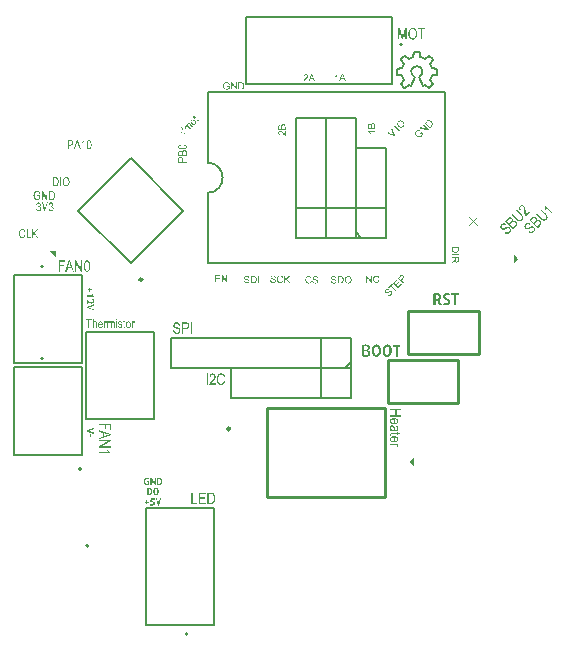
<source format=gto>
G04*
G04 #@! TF.GenerationSoftware,Altium Limited,Altium Designer,23.4.1 (23)*
G04*
G04 Layer_Color=65535*
%FSLAX44Y44*%
%MOMM*%
G71*
G04*
G04 #@! TF.SameCoordinates,94C9EC07-DBB0-4CC7-B746-D598ABB35CDF*
G04*
G04*
G04 #@! TF.FilePolarity,Positive*
G04*
G01*
G75*
%ADD33C,0.2540*%
%ADD78C,0.1524*%
%ADD79C,0.2000*%
%ADD80C,0.2500*%
%ADD81C,0.1712*%
%ADD82C,0.1000*%
%ADD83C,0.1270*%
G36*
X136968Y320434D02*
Y316259D01*
X136900Y316191D01*
X132727Y320364D01*
X136968Y320434D01*
D02*
G37*
G36*
X437457Y141477D02*
X440409Y144429D01*
X440505Y144429D01*
Y138527D01*
X437457Y141477D01*
D02*
G37*
G36*
X528656Y313553D02*
X525704Y310601D01*
X525608Y310601D01*
Y316503D01*
X528656Y313553D01*
D02*
G37*
G36*
X166882Y287670D02*
X168230D01*
Y286712D01*
X166882D01*
Y285414D01*
X165993D01*
Y286712D01*
X164646D01*
Y287670D01*
X165993D01*
Y288968D01*
X166882D01*
Y287670D01*
D02*
G37*
G36*
X168858Y284206D02*
X168868Y284167D01*
X168878Y284107D01*
X168898Y284027D01*
X168908Y283937D01*
X168938Y283837D01*
X168988Y283617D01*
Y283608D01*
X169008Y283568D01*
X169018Y283508D01*
X169048Y283428D01*
X169078Y283338D01*
X169108Y283238D01*
X169188Y283039D01*
X169198Y283029D01*
X169208Y282989D01*
X169238Y282939D01*
X169268Y282879D01*
X169307Y282799D01*
X169347Y282709D01*
X169457Y282539D01*
X169467Y282529D01*
X169487Y282500D01*
X169517Y282460D01*
X169557Y282410D01*
X169647Y282280D01*
X169767Y282160D01*
Y281252D01*
X163727D01*
Y282410D01*
X168489D01*
Y282420D01*
X168479Y282430D01*
X168459Y282460D01*
X168439Y282500D01*
X168389Y282609D01*
X168329Y282749D01*
Y282759D01*
X168319Y282779D01*
X168299Y282819D01*
X168279Y282879D01*
X168259Y282939D01*
X168239Y283009D01*
X168190Y283168D01*
Y283178D01*
X168179Y283208D01*
X168170Y283248D01*
X168150Y283298D01*
X168140Y283368D01*
X168120Y283438D01*
X168080Y283608D01*
Y283617D01*
X168070Y283647D01*
X168060Y283687D01*
X168050Y283747D01*
X168020Y283887D01*
X167990Y284047D01*
X168858Y284216D01*
Y284206D01*
D02*
G37*
G36*
X166952Y277219D02*
X166962Y277209D01*
X166992Y277189D01*
X167042Y277149D01*
X167101Y277109D01*
X167181Y277059D01*
X167261Y276999D01*
X167441Y276889D01*
X167451Y276880D01*
X167491Y276870D01*
X167541Y276840D01*
X167611Y276810D01*
X167690Y276790D01*
X167780Y276760D01*
X167880Y276750D01*
X167990Y276740D01*
X168010D01*
X168060D01*
X168140Y276760D01*
X168230Y276780D01*
X168339Y276810D01*
X168449Y276870D01*
X168559Y276939D01*
X168659Y277039D01*
X168669Y277049D01*
X168699Y277099D01*
X168738Y277159D01*
X168789Y277259D01*
X168838Y277379D01*
X168878Y277528D01*
X168908Y277698D01*
X168918Y277898D01*
Y278018D01*
X168908Y278097D01*
X168898Y278187D01*
X168888Y278297D01*
X168848Y278547D01*
Y278556D01*
X168838Y278606D01*
X168818Y278666D01*
X168798Y278756D01*
X168769Y278846D01*
X168738Y278956D01*
X168659Y279175D01*
X169547Y279505D01*
X169557Y279485D01*
X169577Y279435D01*
X169607Y279365D01*
X169637Y279255D01*
X169677Y279135D01*
X169717Y278996D01*
X169757Y278846D01*
X169787Y278686D01*
Y278666D01*
X169797Y278606D01*
X169817Y278526D01*
X169837Y278407D01*
X169847Y278277D01*
X169867Y278127D01*
X169876Y277967D01*
Y277688D01*
X169867Y277618D01*
Y277518D01*
X169847Y277418D01*
X169837Y277299D01*
X169817Y277169D01*
X169757Y276899D01*
X169667Y276620D01*
X169617Y276490D01*
X169547Y276360D01*
X169477Y276231D01*
X169387Y276121D01*
X169377Y276111D01*
X169367Y276091D01*
X169338Y276071D01*
X169298Y276031D01*
X169248Y275991D01*
X169188Y275941D01*
X169118Y275881D01*
X169038Y275831D01*
X168848Y275721D01*
X168619Y275632D01*
X168489Y275592D01*
X168349Y275562D01*
X168209Y275552D01*
X168050Y275542D01*
X168040D01*
X168010D01*
X167960D01*
X167900Y275552D01*
X167830Y275562D01*
X167750Y275572D01*
X167581Y275612D01*
X167571D01*
X167541Y275622D01*
X167501Y275632D01*
X167441Y275652D01*
X167311Y275712D01*
X167151Y275781D01*
X167141D01*
X167121Y275801D01*
X167082Y275821D01*
X167032Y275851D01*
X166912Y275931D01*
X166772Y276031D01*
X166762Y276041D01*
X166742Y276051D01*
X166712Y276081D01*
X166662Y276111D01*
X166562Y276201D01*
X166443Y276301D01*
X164666Y277878D01*
Y275422D01*
X163727D01*
Y279804D01*
X166952Y277219D01*
D02*
G37*
G36*
X169767Y273515D02*
X165834Y272497D01*
X165824D01*
X165814Y272487D01*
X165754Y272477D01*
X165674Y272457D01*
X165574Y272437D01*
X165564D01*
X165554Y272427D01*
X165494Y272417D01*
X165415Y272407D01*
X165325Y272388D01*
X165315D01*
X165305D01*
X165255Y272377D01*
X165185Y272367D01*
X165105Y272358D01*
X165095D01*
X165055Y272348D01*
X165005Y272338D01*
X164965Y272328D01*
Y272308D01*
X164975D01*
X164985D01*
X165005Y272298D01*
X165045Y272288D01*
X165095D01*
X165155Y272278D01*
X165225Y272258D01*
X165305Y272248D01*
X165315D01*
X165345Y272238D01*
X165394Y272228D01*
X165464Y272218D01*
X165544Y272198D01*
X165634Y272178D01*
X165834Y272128D01*
X169767Y271110D01*
Y269832D01*
X163727Y271689D01*
Y272936D01*
X169767Y274793D01*
Y273515D01*
D02*
G37*
G36*
X429428Y239111D02*
X427312D01*
Y230663D01*
X425346D01*
Y239111D01*
X423196D01*
Y240744D01*
X429428D01*
Y239111D01*
D02*
G37*
G36*
X418564Y240911D02*
X418814Y240877D01*
X419081Y240827D01*
X419364Y240744D01*
X419664Y240644D01*
X419947Y240511D01*
X419964D01*
X419980Y240494D01*
X420080Y240444D01*
X420214Y240344D01*
X420380Y240228D01*
X420580Y240061D01*
X420780Y239878D01*
X420980Y239661D01*
X421163Y239411D01*
X421180Y239378D01*
X421247Y239294D01*
X421330Y239144D01*
X421430Y238944D01*
X421547Y238695D01*
X421663Y238428D01*
X421780Y238111D01*
X421880Y237761D01*
Y237745D01*
X421896Y237712D01*
Y237661D01*
X421913Y237595D01*
X421946Y237512D01*
X421963Y237412D01*
X422013Y237145D01*
X422046Y236845D01*
X422096Y236495D01*
X422113Y236112D01*
X422130Y235712D01*
Y235695D01*
Y235662D01*
Y235595D01*
Y235529D01*
Y235429D01*
X422113Y235312D01*
X422096Y235029D01*
X422063Y234712D01*
X422030Y234362D01*
X421963Y234012D01*
X421880Y233646D01*
Y233629D01*
X421863Y233612D01*
Y233546D01*
X421830Y233479D01*
X421780Y233313D01*
X421697Y233079D01*
X421596Y232829D01*
X421480Y232546D01*
X421330Y232263D01*
X421163Y231996D01*
X421147Y231963D01*
X421080Y231880D01*
X420980Y231746D01*
X420830Y231596D01*
X420663Y231413D01*
X420447Y231230D01*
X420214Y231063D01*
X419947Y230897D01*
X419914Y230880D01*
X419814Y230830D01*
X419664Y230763D01*
X419464Y230697D01*
X419197Y230630D01*
X418914Y230563D01*
X418581Y230513D01*
X418214Y230497D01*
X418047D01*
X417864Y230513D01*
X417631Y230547D01*
X417364Y230597D01*
X417064Y230663D01*
X416764Y230763D01*
X416481Y230897D01*
X416448Y230913D01*
X416365Y230963D01*
X416231Y231063D01*
X416048Y231180D01*
X415865Y231346D01*
X415665Y231530D01*
X415448Y231746D01*
X415265Y231996D01*
X415248Y232030D01*
X415182Y232113D01*
X415098Y232263D01*
X414998Y232463D01*
X414882Y232713D01*
X414765Y232996D01*
X414648Y233296D01*
X414548Y233646D01*
Y233662D01*
X414532Y233696D01*
Y233746D01*
X414515Y233813D01*
X414498Y233896D01*
X414482Y234012D01*
X414432Y234262D01*
X414382Y234562D01*
X414348Y234912D01*
X414332Y235295D01*
X414315Y235712D01*
Y235729D01*
Y235762D01*
Y235812D01*
Y235895D01*
Y235995D01*
X414332Y236112D01*
X414348Y236378D01*
X414365Y236695D01*
X414415Y237045D01*
X414465Y237395D01*
X414548Y237761D01*
Y237778D01*
X414565Y237812D01*
X414582Y237861D01*
X414598Y237928D01*
X414648Y238095D01*
X414732Y238328D01*
X414832Y238578D01*
X414948Y238861D01*
X415098Y239144D01*
X415265Y239411D01*
X415281Y239444D01*
X415348Y239528D01*
X415465Y239661D01*
X415598Y239811D01*
X415781Y239994D01*
X415981Y240177D01*
X416215Y240344D01*
X416481Y240511D01*
X416498D01*
X416515Y240527D01*
X416614Y240577D01*
X416764Y240644D01*
X416981Y240727D01*
X417231Y240794D01*
X417531Y240861D01*
X417864Y240911D01*
X418214Y240927D01*
X418381D01*
X418564Y240911D01*
D02*
G37*
G36*
X409466D02*
X409716Y240877D01*
X409983Y240827D01*
X410266Y240744D01*
X410566Y240644D01*
X410849Y240511D01*
X410866D01*
X410883Y240494D01*
X410983Y240444D01*
X411116Y240344D01*
X411283Y240228D01*
X411482Y240061D01*
X411682Y239878D01*
X411882Y239661D01*
X412066Y239411D01*
X412082Y239378D01*
X412149Y239294D01*
X412232Y239144D01*
X412332Y238944D01*
X412449Y238695D01*
X412565Y238428D01*
X412682Y238111D01*
X412782Y237761D01*
Y237745D01*
X412799Y237712D01*
Y237661D01*
X412815Y237595D01*
X412849Y237512D01*
X412865Y237412D01*
X412915Y237145D01*
X412949Y236845D01*
X412999Y236495D01*
X413015Y236112D01*
X413032Y235712D01*
Y235695D01*
Y235662D01*
Y235595D01*
Y235529D01*
Y235429D01*
X413015Y235312D01*
X412999Y235029D01*
X412965Y234712D01*
X412932Y234362D01*
X412865Y234012D01*
X412782Y233646D01*
Y233629D01*
X412765Y233612D01*
Y233546D01*
X412732Y233479D01*
X412682Y233313D01*
X412599Y233079D01*
X412499Y232829D01*
X412382Y232546D01*
X412232Y232263D01*
X412066Y231996D01*
X412049Y231963D01*
X411982Y231880D01*
X411882Y231746D01*
X411732Y231596D01*
X411566Y231413D01*
X411349Y231230D01*
X411116Y231063D01*
X410849Y230897D01*
X410816Y230880D01*
X410716Y230830D01*
X410566Y230763D01*
X410366Y230697D01*
X410099Y230630D01*
X409816Y230563D01*
X409483Y230513D01*
X409116Y230497D01*
X408950D01*
X408767Y230513D01*
X408533Y230547D01*
X408267Y230597D01*
X407967Y230663D01*
X407667Y230763D01*
X407383Y230897D01*
X407350Y230913D01*
X407267Y230963D01*
X407134Y231063D01*
X406950Y231180D01*
X406767Y231346D01*
X406567Y231530D01*
X406350Y231746D01*
X406167Y231996D01*
X406151Y232030D01*
X406084Y232113D01*
X406001Y232263D01*
X405900Y232463D01*
X405784Y232713D01*
X405667Y232996D01*
X405551Y233296D01*
X405451Y233646D01*
Y233662D01*
X405434Y233696D01*
Y233746D01*
X405417Y233813D01*
X405401Y233896D01*
X405384Y234012D01*
X405334Y234262D01*
X405284Y234562D01*
X405251Y234912D01*
X405234Y235295D01*
X405217Y235712D01*
Y235729D01*
Y235762D01*
Y235812D01*
Y235895D01*
Y235995D01*
X405234Y236112D01*
X405251Y236378D01*
X405267Y236695D01*
X405317Y237045D01*
X405367Y237395D01*
X405451Y237761D01*
Y237778D01*
X405467Y237812D01*
X405484Y237861D01*
X405501Y237928D01*
X405551Y238095D01*
X405634Y238328D01*
X405734Y238578D01*
X405850Y238861D01*
X406001Y239144D01*
X406167Y239411D01*
X406184Y239444D01*
X406250Y239528D01*
X406367Y239661D01*
X406500Y239811D01*
X406684Y239994D01*
X406884Y240177D01*
X407117Y240344D01*
X407383Y240511D01*
X407400D01*
X407417Y240527D01*
X407517Y240577D01*
X407667Y240644D01*
X407883Y240727D01*
X408133Y240794D01*
X408433Y240861D01*
X408767Y240911D01*
X409116Y240927D01*
X409283D01*
X409466Y240911D01*
D02*
G37*
G36*
X400319D02*
X400535Y240894D01*
X400802Y240877D01*
X401085Y240844D01*
X401368Y240777D01*
X401635Y240711D01*
X401652D01*
X401668Y240694D01*
X401752Y240677D01*
X401885Y240627D01*
X402052Y240561D01*
X402235Y240477D01*
X402435Y240378D01*
X402618Y240261D01*
X402801Y240128D01*
X402818Y240111D01*
X402885Y240061D01*
X402968Y239994D01*
X403068Y239894D01*
X403185Y239761D01*
X403301Y239611D01*
X403401Y239444D01*
X403501Y239261D01*
X403518Y239244D01*
X403535Y239178D01*
X403568Y239078D01*
X403618Y238944D01*
X403668Y238778D01*
X403701Y238595D01*
X403718Y238378D01*
X403734Y238161D01*
Y238145D01*
Y238095D01*
Y238011D01*
X403718Y237895D01*
X403701Y237778D01*
X403684Y237645D01*
X403601Y237362D01*
Y237345D01*
X403585Y237295D01*
X403551Y237228D01*
X403501Y237145D01*
X403385Y236928D01*
X403235Y236695D01*
X403218Y236678D01*
X403201Y236645D01*
X403151Y236595D01*
X403085Y236528D01*
X402935Y236362D01*
X402735Y236195D01*
X402718D01*
X402685Y236162D01*
X402635Y236129D01*
X402568Y236095D01*
X402385Y236012D01*
X402151Y235929D01*
Y235895D01*
X402168D01*
X402201Y235879D01*
X402268Y235862D01*
X402351Y235829D01*
X402551Y235729D01*
X402785Y235595D01*
X402801Y235579D01*
X402835Y235562D01*
X402901Y235512D01*
X402985Y235462D01*
X403168Y235295D01*
X403368Y235079D01*
X403385Y235062D01*
X403418Y235029D01*
X403468Y234962D01*
X403535Y234879D01*
X403601Y234779D01*
X403684Y234646D01*
X403818Y234362D01*
X403834Y234346D01*
X403851Y234296D01*
X403884Y234196D01*
X403918Y234079D01*
X403951Y233946D01*
X403968Y233779D01*
X404001Y233596D01*
Y233396D01*
Y233379D01*
Y233329D01*
Y233263D01*
X403984Y233179D01*
X403968Y233063D01*
X403951Y232929D01*
X403868Y232613D01*
X403751Y232279D01*
X403668Y232096D01*
X403568Y231913D01*
X403451Y231746D01*
X403318Y231580D01*
X403168Y231413D01*
X402985Y231263D01*
X402968D01*
X402935Y231230D01*
X402885Y231196D01*
X402801Y231147D01*
X402685Y231080D01*
X402568Y231013D01*
X402418Y230947D01*
X402235Y230880D01*
X402035Y230813D01*
X401818Y230747D01*
X401568Y230680D01*
X401302Y230613D01*
X401018Y230563D01*
X400702Y230530D01*
X400369Y230513D01*
X400002Y230497D01*
X399852D01*
X399686Y230513D01*
X399469D01*
X399202Y230530D01*
X398919Y230563D01*
X398602Y230597D01*
X398286Y230647D01*
X398252D01*
X398153Y230680D01*
X398003Y230713D01*
X397803Y230747D01*
X397586Y230813D01*
X397369Y230880D01*
X397136Y230947D01*
X396936Y231030D01*
Y240378D01*
X396969Y240394D01*
X397036Y240411D01*
X397153Y240461D01*
X397319Y240511D01*
X397519Y240577D01*
X397753Y240644D01*
X398003Y240694D01*
X398286Y240761D01*
X398319D01*
X398419Y240794D01*
X398586Y240811D01*
X398802Y240844D01*
X399052Y240877D01*
X399336Y240894D01*
X399636Y240927D01*
X400135D01*
X400319Y240911D01*
D02*
G37*
G36*
X222755Y119614D02*
X222905Y119594D01*
X223064Y119565D01*
X223234Y119515D01*
X223414Y119455D01*
X223584Y119375D01*
X223594D01*
X223604Y119365D01*
X223664Y119335D01*
X223743Y119275D01*
X223843Y119205D01*
X223963Y119105D01*
X224083Y118996D01*
X224202Y118866D01*
X224312Y118716D01*
X224322Y118696D01*
X224362Y118646D01*
X224412Y118556D01*
X224472Y118437D01*
X224542Y118287D01*
X224612Y118127D01*
X224682Y117937D01*
X224741Y117728D01*
Y117718D01*
X224751Y117698D01*
Y117668D01*
X224762Y117628D01*
X224781Y117578D01*
X224791Y117518D01*
X224821Y117359D01*
X224841Y117179D01*
X224871Y116969D01*
X224881Y116740D01*
X224891Y116500D01*
Y116490D01*
Y116470D01*
Y116430D01*
Y116390D01*
Y116330D01*
X224881Y116260D01*
X224871Y116091D01*
X224851Y115901D01*
X224831Y115691D01*
X224791Y115482D01*
X224741Y115262D01*
Y115252D01*
X224732Y115242D01*
Y115202D01*
X224712Y115162D01*
X224682Y115063D01*
X224632Y114923D01*
X224572Y114773D01*
X224502Y114603D01*
X224412Y114434D01*
X224312Y114274D01*
X224302Y114254D01*
X224262Y114204D01*
X224202Y114124D01*
X224113Y114034D01*
X224013Y113925D01*
X223883Y113815D01*
X223743Y113715D01*
X223584Y113615D01*
X223564Y113605D01*
X223504Y113575D01*
X223414Y113535D01*
X223294Y113495D01*
X223134Y113455D01*
X222965Y113415D01*
X222765Y113386D01*
X222546Y113376D01*
X222446D01*
X222336Y113386D01*
X222196Y113406D01*
X222036Y113435D01*
X221857Y113475D01*
X221677Y113535D01*
X221507Y113615D01*
X221487Y113625D01*
X221437Y113655D01*
X221358Y113715D01*
X221248Y113785D01*
X221138Y113885D01*
X221018Y113995D01*
X220888Y114124D01*
X220779Y114274D01*
X220769Y114294D01*
X220729Y114344D01*
X220679Y114434D01*
X220619Y114553D01*
X220549Y114703D01*
X220479Y114873D01*
X220409Y115053D01*
X220349Y115262D01*
Y115272D01*
X220339Y115292D01*
Y115322D01*
X220329Y115362D01*
X220319Y115412D01*
X220309Y115482D01*
X220280Y115632D01*
X220250Y115811D01*
X220230Y116021D01*
X220220Y116250D01*
X220210Y116500D01*
Y116510D01*
Y116530D01*
Y116560D01*
Y116610D01*
Y116670D01*
X220220Y116740D01*
X220230Y116899D01*
X220240Y117089D01*
X220270Y117299D01*
X220299Y117508D01*
X220349Y117728D01*
Y117738D01*
X220359Y117758D01*
X220369Y117788D01*
X220379Y117828D01*
X220409Y117928D01*
X220459Y118067D01*
X220519Y118217D01*
X220589Y118387D01*
X220679Y118556D01*
X220779Y118716D01*
X220789Y118736D01*
X220828Y118786D01*
X220898Y118866D01*
X220978Y118956D01*
X221088Y119065D01*
X221208Y119175D01*
X221348Y119275D01*
X221507Y119375D01*
X221517D01*
X221527Y119385D01*
X221587Y119415D01*
X221677Y119455D01*
X221807Y119505D01*
X221957Y119545D01*
X222136Y119585D01*
X222336Y119614D01*
X222546Y119624D01*
X222645D01*
X222755Y119614D01*
D02*
G37*
G36*
X216975D02*
X217085Y119605D01*
X217205Y119585D01*
X217345Y119555D01*
X217484Y119525D01*
X217644Y119485D01*
X217804Y119435D01*
X217964Y119365D01*
X218133Y119285D01*
X218293Y119195D01*
X218443Y119085D01*
X218592Y118966D01*
X218732Y118826D01*
X218742Y118816D01*
X218762Y118786D01*
X218802Y118746D01*
X218842Y118676D01*
X218892Y118596D01*
X218952Y118497D01*
X219022Y118377D01*
X219092Y118237D01*
X219151Y118077D01*
X219221Y117907D01*
X219281Y117718D01*
X219331Y117508D01*
X219371Y117279D01*
X219411Y117039D01*
X219431Y116779D01*
X219441Y116500D01*
Y116480D01*
Y116430D01*
Y116350D01*
X219431Y116250D01*
X219421Y116121D01*
X219401Y115971D01*
X219381Y115811D01*
X219351Y115632D01*
X219311Y115442D01*
X219271Y115252D01*
X219211Y115063D01*
X219142Y114863D01*
X219062Y114673D01*
X218962Y114494D01*
X218862Y114324D01*
X218732Y114164D01*
X218722Y114154D01*
X218702Y114134D01*
X218662Y114094D01*
X218603Y114044D01*
X218533Y113984D01*
X218443Y113915D01*
X218343Y113845D01*
X218223Y113775D01*
X218093Y113695D01*
X217944Y113625D01*
X217784Y113555D01*
X217604Y113495D01*
X217415Y113446D01*
X217215Y113406D01*
X216995Y113386D01*
X216766Y113376D01*
X216676D01*
X216586Y113386D01*
X216456D01*
X216307Y113396D01*
X216147Y113415D01*
X215817Y113465D01*
X215798D01*
X215748Y113485D01*
X215668Y113505D01*
X215568Y113525D01*
X215448Y113565D01*
X215338Y113605D01*
X215219Y113645D01*
X215109Y113695D01*
Y119295D01*
X215119Y119305D01*
X215159Y119315D01*
X215219Y119345D01*
X215308Y119375D01*
X215408Y119415D01*
X215528Y119455D01*
X215668Y119485D01*
X215827Y119525D01*
X215847D01*
X215907Y119545D01*
X215997Y119555D01*
X216107Y119574D01*
X216247Y119594D01*
X216406Y119605D01*
X216586Y119624D01*
X216886D01*
X216975Y119614D01*
D02*
G37*
G36*
X170076Y169055D02*
X166143Y168037D01*
X166133D01*
X166123Y168027D01*
X166063Y168017D01*
X165983Y167997D01*
X165883Y167977D01*
X165873D01*
X165863Y167967D01*
X165803Y167957D01*
X165723Y167947D01*
X165634Y167927D01*
X165623D01*
X165614D01*
X165564Y167917D01*
X165494Y167907D01*
X165414Y167897D01*
X165404D01*
X165364Y167887D01*
X165314Y167877D01*
X165274Y167867D01*
Y167847D01*
X165284D01*
X165294D01*
X165314Y167837D01*
X165354Y167827D01*
X165404D01*
X165464Y167817D01*
X165534Y167797D01*
X165614Y167787D01*
X165623D01*
X165653Y167777D01*
X165703Y167767D01*
X165773Y167757D01*
X165853Y167738D01*
X165943Y167717D01*
X166143Y167668D01*
X170076Y166649D01*
Y165372D01*
X164036Y167228D01*
Y168476D01*
X170076Y170333D01*
Y169055D01*
D02*
G37*
G36*
X167231Y162407D02*
X166262D01*
Y164803D01*
X167231D01*
Y162407D01*
D02*
G37*
G36*
X225211Y104530D02*
X223963D01*
X222106Y110569D01*
X223384D01*
X224402Y106636D01*
Y106627D01*
X224412Y106617D01*
X224422Y106557D01*
X224442Y106477D01*
X224462Y106377D01*
Y106367D01*
X224472Y106357D01*
X224482Y106297D01*
X224492Y106217D01*
X224512Y106127D01*
Y106117D01*
Y106108D01*
X224522Y106058D01*
X224532Y105988D01*
X224542Y105908D01*
Y105898D01*
X224552Y105858D01*
X224562Y105808D01*
X224572Y105768D01*
X224592D01*
Y105778D01*
Y105788D01*
X224602Y105808D01*
X224612Y105848D01*
Y105898D01*
X224622Y105958D01*
X224642Y106028D01*
X224652Y106108D01*
Y106117D01*
X224662Y106147D01*
X224672Y106197D01*
X224682Y106267D01*
X224702Y106347D01*
X224722Y106437D01*
X224771Y106636D01*
X225790Y110569D01*
X227067D01*
X225211Y104530D01*
D02*
G37*
G36*
X215189Y107685D02*
X216486D01*
Y106796D01*
X215189D01*
Y105449D01*
X214230D01*
Y106796D01*
X212933D01*
Y107685D01*
X214230D01*
Y109032D01*
X215189D01*
Y107685D01*
D02*
G37*
G36*
X221328Y109631D02*
X219072D01*
X218902Y108214D01*
X219181D01*
X219271Y108204D01*
X219371D01*
X219481Y108184D01*
X219611Y108174D01*
X219741Y108154D01*
X220030Y108094D01*
X220329Y108004D01*
X220479Y107944D01*
X220609Y107884D01*
X220739Y107804D01*
X220858Y107715D01*
X220868Y107705D01*
X220888Y107695D01*
X220918Y107665D01*
X220948Y107625D01*
X220998Y107575D01*
X221048Y107515D01*
X221098Y107445D01*
X221158Y107365D01*
X221218Y107265D01*
X221268Y107166D01*
X221318Y107056D01*
X221368Y106936D01*
X221397Y106796D01*
X221427Y106657D01*
X221447Y106507D01*
X221457Y106347D01*
Y106337D01*
Y106327D01*
Y106267D01*
X221447Y106177D01*
X221437Y106068D01*
X221418Y105928D01*
X221378Y105788D01*
X221338Y105648D01*
X221278Y105509D01*
X221268Y105489D01*
X221248Y105449D01*
X221208Y105379D01*
X221148Y105299D01*
X221078Y105209D01*
X220988Y105109D01*
X220888Y105009D01*
X220779Y104910D01*
X220769Y104900D01*
X220719Y104870D01*
X220659Y104830D01*
X220569Y104780D01*
X220449Y104720D01*
X220319Y104660D01*
X220180Y104600D01*
X220020Y104550D01*
X220000D01*
X219940Y104530D01*
X219850Y104510D01*
X219741Y104490D01*
X219601Y104470D01*
X219431Y104450D01*
X219261Y104440D01*
X219072Y104431D01*
X218992D01*
X218902Y104440D01*
X218782D01*
X218642Y104450D01*
X218483Y104470D01*
X218313Y104490D01*
X218143Y104520D01*
X218123D01*
X218063Y104540D01*
X217984Y104560D01*
X217874Y104580D01*
X217744Y104620D01*
X217604Y104660D01*
X217325Y104750D01*
X217684Y105638D01*
X217694D01*
X217734Y105618D01*
X217784Y105598D01*
X217864Y105568D01*
X217954Y105539D01*
X218063Y105509D01*
X218183Y105479D01*
X218313Y105449D01*
X218333D01*
X218383Y105439D01*
X218453Y105429D01*
X218543Y105419D01*
X218662Y105409D01*
X218782Y105399D01*
X219042Y105389D01*
X219132D01*
X219241Y105399D01*
X219371Y105419D01*
X219511Y105449D01*
X219661Y105489D01*
X219810Y105548D01*
X219940Y105628D01*
X219950Y105638D01*
X219990Y105678D01*
X220050Y105728D01*
X220110Y105808D01*
X220170Y105908D01*
X220230Y106028D01*
X220270Y106157D01*
X220280Y106317D01*
Y106327D01*
Y106357D01*
Y106407D01*
X220270Y106457D01*
X220240Y106597D01*
X220180Y106746D01*
Y106756D01*
X220160Y106776D01*
X220140Y106816D01*
X220110Y106856D01*
X220020Y106966D01*
X219960Y107026D01*
X219890Y107076D01*
X219880Y107086D01*
X219850Y107096D01*
X219810Y107126D01*
X219750Y107156D01*
X219681Y107196D01*
X219591Y107226D01*
X219481Y107265D01*
X219371Y107295D01*
X219361D01*
X219311Y107305D01*
X219251Y107325D01*
X219161Y107335D01*
X219042Y107355D01*
X218912Y107365D01*
X218772Y107375D01*
X218423D01*
X218343Y107365D01*
X218183Y107355D01*
X218103D01*
X218043Y107345D01*
X217974Y107335D01*
X217894D01*
X217704Y107305D01*
X218073Y110569D01*
X221328D01*
Y109631D01*
D02*
G37*
G36*
X469267Y284341D02*
X469467Y284324D01*
X469684Y284291D01*
X470134Y284208D01*
X470167D01*
X470234Y284191D01*
X470350Y284158D01*
X470484Y284108D01*
X470650Y284058D01*
X470834Y283991D01*
X471200Y283808D01*
X470584Y282225D01*
X470567Y282241D01*
X470517Y282258D01*
X470450Y282292D01*
X470350Y282341D01*
X470251Y282391D01*
X470117Y282442D01*
X469817Y282541D01*
X469801D01*
X469751Y282558D01*
X469667Y282575D01*
X469551Y282608D01*
X469417Y282625D01*
X469267Y282641D01*
X468934Y282658D01*
X468834D01*
X468701Y282641D01*
X468568Y282625D01*
X468401Y282575D01*
X468218Y282525D01*
X468051Y282442D01*
X467901Y282325D01*
X467884Y282308D01*
X467851Y282275D01*
X467784Y282192D01*
X467718Y282108D01*
X467651Y281975D01*
X467584Y281842D01*
X467551Y281658D01*
X467534Y281475D01*
Y281458D01*
Y281408D01*
X467551Y281325D01*
X467568Y281225D01*
X467601Y281108D01*
X467651Y280992D01*
X467718Y280875D01*
X467818Y280759D01*
X467834Y280742D01*
X467868Y280709D01*
X467934Y280659D01*
X468018Y280592D01*
X468134Y280509D01*
X468251Y280409D01*
X468551Y280225D01*
X468568Y280209D01*
X468634Y280175D01*
X468717Y280125D01*
X468834Y280075D01*
X468984Y279992D01*
X469151Y279909D01*
X469517Y279725D01*
X469534Y279709D01*
X469601Y279676D01*
X469701Y279625D01*
X469834Y279559D01*
X469984Y279459D01*
X470134Y279359D01*
X470467Y279109D01*
X470484Y279092D01*
X470550Y279042D01*
X470617Y278976D01*
X470734Y278876D01*
X470850Y278742D01*
X470967Y278609D01*
X471084Y278442D01*
X471200Y278259D01*
X471217Y278242D01*
X471250Y278176D01*
X471300Y278059D01*
X471350Y277909D01*
X471400Y277743D01*
X471450Y277526D01*
X471483Y277276D01*
X471500Y277010D01*
Y276976D01*
Y276893D01*
X471483Y276760D01*
X471467Y276593D01*
X471450Y276393D01*
X471400Y276176D01*
X471350Y275960D01*
X471267Y275743D01*
X471250Y275727D01*
X471217Y275643D01*
X471167Y275543D01*
X471100Y275410D01*
X471000Y275260D01*
X470884Y275110D01*
X470750Y274943D01*
X470584Y274777D01*
X470567Y274760D01*
X470500Y274710D01*
X470417Y274627D01*
X470284Y274543D01*
X470134Y274443D01*
X469950Y274327D01*
X469734Y274227D01*
X469501Y274144D01*
X469467Y274127D01*
X469384Y274110D01*
X469251Y274077D01*
X469084Y274044D01*
X468867Y273994D01*
X468618Y273960D01*
X468351Y273944D01*
X468051Y273927D01*
X467801D01*
X467618Y273944D01*
X467418Y273960D01*
X467185Y273977D01*
X466685Y274060D01*
X466651D01*
X466568Y274077D01*
X466451Y274110D01*
X466285Y274160D01*
X466101Y274210D01*
X465885Y274277D01*
X465452Y274460D01*
X466101Y276160D01*
X466118D01*
X466168Y276126D01*
X466251Y276093D01*
X466368Y276043D01*
X466501Y275993D01*
X466651Y275943D01*
X466985Y275826D01*
X467001D01*
X467068Y275810D01*
X467168Y275793D01*
X467285Y275760D01*
X467435Y275743D01*
X467601Y275710D01*
X467951Y275693D01*
X468068D01*
X468201Y275710D01*
X468368Y275743D01*
X468534Y275777D01*
X468717Y275826D01*
X468901Y275910D01*
X469067Y276026D01*
X469084Y276043D01*
X469134Y276093D01*
X469201Y276160D01*
X469284Y276260D01*
X469351Y276393D01*
X469417Y276543D01*
X469467Y276710D01*
X469484Y276910D01*
Y276926D01*
Y276976D01*
X469467Y277059D01*
X469451Y277160D01*
X469417Y277276D01*
X469351Y277393D01*
X469284Y277509D01*
X469184Y277626D01*
X469167Y277643D01*
X469134Y277676D01*
X469067Y277726D01*
X468984Y277809D01*
X468884Y277893D01*
X468768Y277976D01*
X468618Y278076D01*
X468468Y278159D01*
X468451Y278176D01*
X468384Y278209D01*
X468301Y278259D01*
X468184Y278309D01*
X468051Y278393D01*
X467884Y278476D01*
X467518Y278642D01*
X467501Y278659D01*
X467435Y278692D01*
X467335Y278742D01*
X467218Y278809D01*
X467068Y278892D01*
X466918Y279009D01*
X466585Y279242D01*
X466568Y279259D01*
X466518Y279309D01*
X466435Y279376D01*
X466335Y279476D01*
X466218Y279609D01*
X466101Y279742D01*
X465968Y279909D01*
X465852Y280092D01*
X465835Y280109D01*
X465802Y280192D01*
X465768Y280292D01*
X465718Y280442D01*
X465652Y280625D01*
X465618Y280842D01*
X465585Y281092D01*
X465568Y281358D01*
Y281392D01*
Y281475D01*
X465585Y281608D01*
X465602Y281775D01*
X465618Y281958D01*
X465668Y282175D01*
X465718Y282375D01*
X465802Y282591D01*
X465818Y282608D01*
X465852Y282691D01*
X465902Y282791D01*
X465968Y282908D01*
X466068Y283058D01*
X466168Y283225D01*
X466301Y283375D01*
X466451Y283524D01*
X466468Y283541D01*
X466535Y283591D01*
X466618Y283658D01*
X466751Y283758D01*
X466901Y283858D01*
X467068Y283958D01*
X467268Y284058D01*
X467485Y284141D01*
X467518Y284158D01*
X467601Y284174D01*
X467718Y284208D01*
X467884Y284258D01*
X468084Y284291D01*
X468318Y284324D01*
X468584Y284341D01*
X468851Y284358D01*
X469101D01*
X469267Y284341D01*
D02*
G37*
G36*
X478748Y282541D02*
X476632D01*
Y274094D01*
X474666D01*
Y282541D01*
X472517D01*
Y284174D01*
X478748D01*
Y282541D01*
D02*
G37*
G36*
X460570Y284341D02*
X460720D01*
X460903Y284308D01*
X461103Y284291D01*
X461319Y284258D01*
X461786Y284158D01*
X462253Y284008D01*
X462486Y283924D01*
X462702Y283808D01*
X462919Y283691D01*
X463102Y283541D01*
X463119Y283524D01*
X463152Y283508D01*
X463186Y283458D01*
X463252Y283391D01*
X463319Y283308D01*
X463402Y283208D01*
X463502Y283091D01*
X463586Y282958D01*
X463769Y282641D01*
X463919Y282258D01*
X463985Y282042D01*
X464035Y281808D01*
X464052Y281575D01*
X464069Y281308D01*
Y281292D01*
Y281208D01*
Y281108D01*
X464052Y280975D01*
X464035Y280825D01*
X464002Y280675D01*
X463902Y280342D01*
Y280325D01*
X463869Y280275D01*
X463835Y280192D01*
X463786Y280092D01*
X463652Y279859D01*
X463469Y279609D01*
X463452Y279592D01*
X463419Y279559D01*
X463369Y279509D01*
X463286Y279442D01*
X463202Y279359D01*
X463086Y279276D01*
X462836Y279109D01*
X462819D01*
X462769Y279076D01*
X462702Y279042D01*
X462619Y278992D01*
X462503Y278942D01*
X462386Y278892D01*
X462103Y278792D01*
Y278776D01*
X462119Y278759D01*
X462169Y278726D01*
X462236Y278676D01*
X462336Y278609D01*
X462436Y278526D01*
X462552Y278426D01*
X462769Y278159D01*
X462786Y278143D01*
X462819Y278093D01*
X462869Y278009D01*
X462936Y277909D01*
X463019Y277776D01*
X463102Y277626D01*
X463269Y277293D01*
X464619Y274094D01*
X462536D01*
X461269Y277176D01*
Y277193D01*
X461236Y277260D01*
X461186Y277343D01*
X461136Y277443D01*
X460970Y277676D01*
X460869Y277809D01*
X460753Y277909D01*
X460736Y277926D01*
X460703Y277959D01*
X460620Y277993D01*
X460536Y278059D01*
X460403Y278109D01*
X460270Y278143D01*
X460086Y278176D01*
X459903Y278193D01*
X459170D01*
Y274094D01*
X457237D01*
Y283808D01*
X457271Y283825D01*
X457337Y283858D01*
X457470Y283908D01*
X457637Y283958D01*
X457837Y284024D01*
X458070Y284091D01*
X458337Y284158D01*
X458620Y284208D01*
X458653D01*
X458753Y284224D01*
X458920Y284258D01*
X459120Y284291D01*
X459370Y284308D01*
X459653Y284341D01*
X459936Y284358D01*
X460436D01*
X460570Y284341D01*
D02*
G37*
G36*
X215413Y128115D02*
X215543Y128104D01*
X215693Y128084D01*
X215992Y128025D01*
X216012D01*
X216062Y128005D01*
X216132Y127985D01*
X216232Y127965D01*
X216332Y127925D01*
X216441Y127895D01*
X216541Y127845D01*
X216641Y127795D01*
X216272Y126877D01*
X216262D01*
X216242Y126897D01*
X216202Y126917D01*
X216152Y126937D01*
X216082Y126966D01*
X216002Y126987D01*
X215912Y127016D01*
X215812Y127046D01*
X215802D01*
X215763Y127056D01*
X215703Y127066D01*
X215633Y127086D01*
X215533Y127096D01*
X215423Y127106D01*
X215303Y127116D01*
X215114D01*
X215044Y127106D01*
X214954Y127096D01*
X214854Y127086D01*
X214734Y127066D01*
X214615Y127026D01*
X214495Y126987D01*
X214485Y126976D01*
X214445Y126966D01*
X214385Y126937D01*
X214315Y126897D01*
X214225Y126837D01*
X214135Y126777D01*
X214046Y126687D01*
X213956Y126597D01*
X213946Y126587D01*
X213916Y126547D01*
X213876Y126497D01*
X213826Y126418D01*
X213766Y126318D01*
X213706Y126208D01*
X213646Y126078D01*
X213586Y125938D01*
X213577Y125918D01*
X213566Y125869D01*
X213547Y125789D01*
X213526Y125679D01*
X213497Y125539D01*
X213477Y125379D01*
X213467Y125200D01*
X213457Y125000D01*
Y124990D01*
Y124980D01*
Y124950D01*
Y124910D01*
X213467Y124810D01*
X213477Y124681D01*
X213487Y124531D01*
X213507Y124381D01*
X213536Y124221D01*
X213577Y124062D01*
X213586Y124042D01*
X213596Y123992D01*
X213626Y123922D01*
X213666Y123832D01*
X213706Y123722D01*
X213766Y123612D01*
X213836Y123503D01*
X213906Y123393D01*
X213916Y123383D01*
X213946Y123353D01*
X213986Y123303D01*
X214046Y123243D01*
X214116Y123173D01*
X214195Y123113D01*
X214285Y123043D01*
X214385Y122994D01*
X214395Y122984D01*
X214435Y122974D01*
X214485Y122954D01*
X214555Y122934D01*
X214645Y122904D01*
X214734Y122884D01*
X214834Y122874D01*
X214944Y122864D01*
X215074D01*
X215204Y122874D01*
X215333Y122884D01*
X215343D01*
X215363Y122894D01*
X215433Y122904D01*
X215513Y122924D01*
X215583Y122954D01*
Y124641D01*
X214664D01*
Y125539D01*
X216691D01*
Y122195D01*
X216681Y122185D01*
X216651Y122175D01*
X216591Y122145D01*
X216521Y122115D01*
X216421Y122085D01*
X216302Y122045D01*
X216172Y122015D01*
X216012Y121975D01*
X215992D01*
X215932Y121955D01*
X215842Y121945D01*
X215723Y121925D01*
X215583Y121905D01*
X215413Y121896D01*
X215224Y121876D01*
X214914D01*
X214864Y121886D01*
X214794D01*
X214645Y121905D01*
X214475Y121925D01*
X214275Y121965D01*
X214086Y122015D01*
X213886Y122085D01*
X213876D01*
X213866Y122095D01*
X213836Y122105D01*
X213806Y122125D01*
X213706Y122175D01*
X213586Y122245D01*
X213447Y122335D01*
X213307Y122445D01*
X213157Y122574D01*
X213018Y122714D01*
X212997Y122734D01*
X212958Y122784D01*
X212898Y122874D01*
X212818Y122994D01*
X212728Y123133D01*
X212638Y123303D01*
X212548Y123493D01*
X212468Y123702D01*
Y123712D01*
X212458Y123732D01*
X212449Y123762D01*
X212439Y123802D01*
X212428Y123862D01*
X212409Y123922D01*
X212379Y124082D01*
X212339Y124271D01*
X212309Y124491D01*
X212289Y124740D01*
X212279Y125000D01*
Y125010D01*
Y125030D01*
Y125070D01*
Y125120D01*
X212289Y125180D01*
Y125260D01*
X212309Y125429D01*
X212329Y125629D01*
X212359Y125838D01*
X212409Y126068D01*
X212478Y126288D01*
Y126298D01*
X212488Y126318D01*
X212498Y126348D01*
X212518Y126388D01*
X212568Y126497D01*
X212628Y126627D01*
X212708Y126787D01*
X212808Y126946D01*
X212928Y127116D01*
X213057Y127276D01*
X213077Y127296D01*
X213127Y127346D01*
X213207Y127416D01*
X213317Y127506D01*
X213447Y127605D01*
X213596Y127715D01*
X213766Y127815D01*
X213956Y127905D01*
X213966D01*
X213976Y127915D01*
X214006Y127925D01*
X214046Y127935D01*
X214155Y127975D01*
X214305Y128015D01*
X214475Y128055D01*
X214674Y128095D01*
X214894Y128115D01*
X215124Y128124D01*
X215293D01*
X215413Y128115D01*
D02*
G37*
G36*
X222271Y121975D02*
X221303D01*
X219137Y125559D01*
X219127Y125569D01*
X219117Y125599D01*
X219087Y125649D01*
X219047Y125709D01*
X218977Y125849D01*
X218897Y125998D01*
Y126008D01*
X218887Y126028D01*
X218867Y126068D01*
X218847Y126108D01*
X218807Y126198D01*
X218787Y126238D01*
X218777Y126268D01*
X218757D01*
Y126258D01*
Y126248D01*
Y126218D01*
X218767Y126188D01*
Y126088D01*
Y125958D01*
Y125948D01*
Y125928D01*
Y125878D01*
X218777Y125829D01*
Y125759D01*
Y125679D01*
Y125579D01*
Y125479D01*
Y121975D01*
X217779D01*
Y128015D01*
X218787D01*
X220903Y124531D01*
X220913Y124521D01*
X220923Y124491D01*
X220943Y124451D01*
X220973Y124401D01*
X221043Y124261D01*
X221113Y124122D01*
Y124112D01*
X221133Y124092D01*
X221143Y124052D01*
X221173Y124012D01*
X221223Y123912D01*
X221263Y123812D01*
X221273D01*
Y123832D01*
Y123882D01*
Y123922D01*
Y123972D01*
X221263Y124042D01*
Y124112D01*
Y124122D01*
Y124151D01*
Y124201D01*
Y124261D01*
Y124331D01*
Y124421D01*
Y124521D01*
Y124631D01*
Y128015D01*
X222271D01*
Y121975D01*
D02*
G37*
G36*
X225256Y128115D02*
X225365Y128104D01*
X225485Y128084D01*
X225625Y128055D01*
X225765Y128025D01*
X225924Y127985D01*
X226084Y127935D01*
X226244Y127865D01*
X226414Y127785D01*
X226573Y127695D01*
X226723Y127585D01*
X226873Y127466D01*
X227013Y127326D01*
X227022Y127316D01*
X227042Y127286D01*
X227082Y127246D01*
X227122Y127176D01*
X227172Y127096D01*
X227232Y126996D01*
X227302Y126877D01*
X227372Y126737D01*
X227432Y126577D01*
X227502Y126407D01*
X227561Y126218D01*
X227611Y126008D01*
X227651Y125779D01*
X227691Y125539D01*
X227711Y125280D01*
X227721Y125000D01*
Y124980D01*
Y124930D01*
Y124850D01*
X227711Y124750D01*
X227701Y124621D01*
X227681Y124471D01*
X227661Y124311D01*
X227631Y124132D01*
X227591Y123942D01*
X227551Y123752D01*
X227492Y123563D01*
X227422Y123363D01*
X227342Y123173D01*
X227242Y122994D01*
X227142Y122824D01*
X227013Y122664D01*
X227003Y122654D01*
X226983Y122634D01*
X226943Y122594D01*
X226883Y122544D01*
X226813Y122485D01*
X226723Y122415D01*
X226623Y122345D01*
X226503Y122275D01*
X226374Y122195D01*
X226224Y122125D01*
X226064Y122055D01*
X225884Y121995D01*
X225695Y121945D01*
X225495Y121905D01*
X225276Y121886D01*
X225046Y121876D01*
X224956D01*
X224866Y121886D01*
X224737D01*
X224587Y121896D01*
X224427Y121916D01*
X224098Y121965D01*
X224078D01*
X224028Y121985D01*
X223948Y122005D01*
X223848Y122025D01*
X223728Y122065D01*
X223619Y122105D01*
X223499Y122145D01*
X223389Y122195D01*
Y127795D01*
X223399Y127805D01*
X223439Y127815D01*
X223499Y127845D01*
X223589Y127875D01*
X223688Y127915D01*
X223808Y127955D01*
X223948Y127985D01*
X224108Y128025D01*
X224128D01*
X224188Y128045D01*
X224277Y128055D01*
X224387Y128075D01*
X224527Y128095D01*
X224687Y128104D01*
X224866Y128124D01*
X225166D01*
X225256Y128115D01*
D02*
G37*
G36*
X409372Y299266D02*
X409450Y299258D01*
X409545Y299250D01*
X409647Y299234D01*
X409758Y299218D01*
X409994Y299163D01*
X410120Y299124D01*
X410254Y299077D01*
X410380Y299021D01*
X410506Y298966D01*
X410632Y298888D01*
X410750Y298809D01*
X410758Y298801D01*
X410773Y298785D01*
X410813Y298762D01*
X410852Y298722D01*
X410899Y298675D01*
X410962Y298620D01*
X411025Y298549D01*
X411096Y298470D01*
X411167Y298384D01*
X411238Y298289D01*
X411309Y298179D01*
X411380Y298069D01*
X411451Y297943D01*
X411513Y297809D01*
X411576Y297659D01*
X411624Y297510D01*
X410836Y297321D01*
Y297329D01*
X410828Y297352D01*
X410813Y297384D01*
X410797Y297431D01*
X410773Y297486D01*
X410750Y297549D01*
X410679Y297691D01*
X410592Y297848D01*
X410490Y298006D01*
X410364Y298155D01*
X410293Y298218D01*
X410222Y298281D01*
X410214D01*
X410206Y298297D01*
X410183Y298313D01*
X410151Y298329D01*
X410112Y298352D01*
X410065Y298376D01*
X409947Y298439D01*
X409797Y298494D01*
X409624Y298541D01*
X409427Y298573D01*
X409206Y298588D01*
X409136D01*
X409088Y298581D01*
X409033D01*
X408962Y298573D01*
X408884Y298557D01*
X408797Y298549D01*
X408616Y298510D01*
X408419Y298447D01*
X408222Y298360D01*
X408128Y298313D01*
X408033Y298250D01*
X408025D01*
X408009Y298234D01*
X407986Y298218D01*
X407954Y298187D01*
X407876Y298116D01*
X407781Y298014D01*
X407671Y297888D01*
X407561Y297730D01*
X407458Y297557D01*
X407380Y297352D01*
Y297344D01*
X407372Y297329D01*
X407364Y297297D01*
X407348Y297258D01*
X407332Y297203D01*
X407317Y297140D01*
X407301Y297069D01*
X407285Y296998D01*
X407254Y296817D01*
X407222Y296620D01*
X407198Y296407D01*
X407191Y296187D01*
Y296179D01*
Y296155D01*
Y296116D01*
Y296061D01*
X407198Y295990D01*
X407206Y295911D01*
Y295825D01*
X407222Y295730D01*
X407246Y295518D01*
X407285Y295297D01*
X407340Y295061D01*
X407411Y294840D01*
Y294832D01*
X407419Y294817D01*
X407435Y294785D01*
X407458Y294746D01*
X407482Y294699D01*
X407506Y294644D01*
X407584Y294518D01*
X407687Y294376D01*
X407805Y294234D01*
X407947Y294100D01*
X408112Y293982D01*
X408120D01*
X408135Y293966D01*
X408159Y293958D01*
X408199Y293935D01*
X408238Y293919D01*
X408293Y293895D01*
X408419Y293840D01*
X408577Y293785D01*
X408750Y293746D01*
X408939Y293714D01*
X409143Y293699D01*
X409206D01*
X409254Y293706D01*
X409317Y293714D01*
X409380Y293722D01*
X409458Y293730D01*
X409537Y293746D01*
X409718Y293793D01*
X409907Y293864D01*
X410009Y293903D01*
X410104Y293958D01*
X410199Y294014D01*
X410285Y294084D01*
X410293Y294092D01*
X410309Y294100D01*
X410332Y294124D01*
X410364Y294155D01*
X410395Y294195D01*
X410443Y294250D01*
X410490Y294305D01*
X410537Y294376D01*
X410592Y294447D01*
X410647Y294533D01*
X410695Y294628D01*
X410750Y294730D01*
X410797Y294848D01*
X410844Y294966D01*
X410884Y295092D01*
X410923Y295234D01*
X411726Y295029D01*
Y295021D01*
X411710Y294990D01*
X411695Y294935D01*
X411679Y294864D01*
X411647Y294785D01*
X411608Y294691D01*
X411569Y294588D01*
X411513Y294470D01*
X411458Y294352D01*
X411387Y294226D01*
X411317Y294108D01*
X411230Y293982D01*
X411143Y293856D01*
X411041Y293738D01*
X410931Y293628D01*
X410813Y293525D01*
X410805Y293518D01*
X410781Y293502D01*
X410750Y293478D01*
X410695Y293447D01*
X410632Y293407D01*
X410553Y293360D01*
X410466Y293321D01*
X410372Y293274D01*
X410254Y293218D01*
X410135Y293179D01*
X410002Y293132D01*
X409860Y293092D01*
X409710Y293061D01*
X409553Y293037D01*
X409388Y293022D01*
X409214Y293014D01*
X409120D01*
X409049Y293022D01*
X408970Y293029D01*
X408868Y293037D01*
X408765Y293045D01*
X408647Y293061D01*
X408395Y293108D01*
X408128Y293179D01*
X407994Y293226D01*
X407860Y293281D01*
X407734Y293337D01*
X407616Y293407D01*
X407608Y293415D01*
X407592Y293423D01*
X407561Y293447D01*
X407514Y293486D01*
X407466Y293525D01*
X407403Y293573D01*
X407340Y293636D01*
X407269Y293706D01*
X407191Y293777D01*
X407120Y293864D01*
X407041Y293958D01*
X406962Y294069D01*
X406884Y294179D01*
X406813Y294297D01*
X406742Y294431D01*
X406679Y294565D01*
Y294573D01*
X406663Y294596D01*
X406647Y294644D01*
X406632Y294699D01*
X406608Y294769D01*
X406576Y294848D01*
X406553Y294943D01*
X406521Y295053D01*
X406490Y295171D01*
X406466Y295297D01*
X406435Y295431D01*
X406411Y295565D01*
X406380Y295872D01*
X406364Y296187D01*
Y296195D01*
Y296226D01*
Y296281D01*
X406372Y296344D01*
Y296431D01*
X406380Y296525D01*
X406395Y296628D01*
X406411Y296746D01*
X406427Y296872D01*
X406451Y297006D01*
X406513Y297281D01*
X406600Y297557D01*
X406655Y297699D01*
X406718Y297833D01*
X406726Y297840D01*
X406734Y297864D01*
X406758Y297903D01*
X406789Y297951D01*
X406821Y298006D01*
X406868Y298077D01*
X406923Y298148D01*
X406986Y298234D01*
X407128Y298407D01*
X407309Y298581D01*
X407514Y298754D01*
X407632Y298832D01*
X407750Y298903D01*
X407758Y298911D01*
X407781Y298919D01*
X407821Y298935D01*
X407868Y298958D01*
X407931Y298990D01*
X408002Y299021D01*
X408088Y299053D01*
X408183Y299092D01*
X408293Y299124D01*
X408403Y299155D01*
X408655Y299218D01*
X408931Y299258D01*
X409072Y299273D01*
X409309D01*
X409372Y299266D01*
D02*
G37*
G36*
X405254Y293116D02*
X404427D01*
X401254Y297864D01*
Y293116D01*
X400482D01*
Y299171D01*
X401301D01*
X404482Y294415D01*
Y299171D01*
X405254D01*
Y293116D01*
D02*
G37*
G36*
X453554Y430921D02*
X453638Y430915D01*
X453827Y430893D01*
X454039Y430848D01*
X454261Y430793D01*
X454490Y430698D01*
X454495Y430692D01*
X454518Y430681D01*
X454551Y430670D01*
X454595Y430648D01*
X454651Y430615D01*
X454718Y430581D01*
X454790Y430542D01*
X454874Y430492D01*
X454957Y430431D01*
X455052Y430370D01*
X455152Y430303D01*
X455252Y430225D01*
X455470Y430052D01*
X455681Y429852D01*
X455687Y429846D01*
X455704Y429829D01*
X455726Y429807D01*
X455765Y429768D01*
X455798Y429724D01*
X455848Y429674D01*
X455898Y429612D01*
X455954Y429546D01*
X456077Y429401D01*
X456199Y429234D01*
X456321Y429056D01*
X456427Y428872D01*
X456433Y428866D01*
X456438Y428850D01*
X456455Y428822D01*
X456466Y428788D01*
X456488Y428744D01*
X456516Y428694D01*
X456567Y428577D01*
X456628Y428438D01*
X456683Y428282D01*
X456728Y428115D01*
X456761Y427959D01*
X456767Y427942D01*
Y427886D01*
X456778Y427808D01*
X456784Y427703D01*
X456789Y427586D01*
Y427452D01*
X456772Y427313D01*
X456756Y427174D01*
X456750Y427157D01*
X456739Y427113D01*
X456722Y427040D01*
X456689Y426951D01*
X456650Y426845D01*
X456600Y426717D01*
X456533Y426584D01*
X456455Y426450D01*
X456450Y426444D01*
Y426433D01*
X456433Y426417D01*
X456416Y426389D01*
X456394Y426355D01*
X456366Y426316D01*
X456294Y426222D01*
X456210Y426105D01*
X456104Y425977D01*
X455976Y425838D01*
X455843Y425693D01*
X454300Y424150D01*
X450019Y428432D01*
X451617Y430030D01*
X451673Y430075D01*
X451778Y430180D01*
X451912Y430292D01*
X452051Y430409D01*
X452190Y430514D01*
X452318Y430598D01*
X452324Y430603D01*
X452341Y430609D01*
X452368Y430626D01*
X452396Y430642D01*
X452441Y430665D01*
X452491Y430692D01*
X452602Y430748D01*
X452747Y430804D01*
X452903Y430860D01*
X453075Y430899D01*
X453254Y430921D01*
X453265D01*
X453282Y430926D01*
X453482D01*
X453554Y430921D01*
D02*
G37*
G36*
X453348Y423198D02*
X452764Y422614D01*
X447163Y423727D01*
X450520Y420370D01*
X449974Y419824D01*
X445693Y424106D01*
X446272Y424685D01*
X451884Y423571D01*
X448521Y426934D01*
X449067Y427480D01*
X453348Y423198D01*
D02*
G37*
G36*
X444969Y422380D02*
X444974Y422374D01*
X444991Y422380D01*
X445019Y422374D01*
X445052Y422363D01*
X445097D01*
X445147Y422346D01*
X445281Y422313D01*
X445437Y422268D01*
X445604Y422202D01*
X445798Y422118D01*
X445999Y422007D01*
X445626Y421355D01*
X445620Y421361D01*
X445604Y421367D01*
X445581Y421378D01*
X445554Y421394D01*
X445476Y421428D01*
X445370Y421478D01*
X445258Y421522D01*
X445130Y421572D01*
X444997Y421606D01*
X444874Y421628D01*
X444857Y421634D01*
X444657D01*
X444557Y421623D01*
X444434Y421600D01*
X444301Y421567D01*
X444161Y421517D01*
X444156Y421511D01*
X444145D01*
X444100Y421489D01*
X444022Y421456D01*
X443928Y421405D01*
X443828Y421339D01*
X443705Y421261D01*
X443582Y421161D01*
X443460Y421049D01*
X443393Y420982D01*
X443365Y420943D01*
X443326Y420904D01*
X443248Y420804D01*
X443154Y420687D01*
X443059Y420548D01*
X442981Y420403D01*
X442909Y420253D01*
X442903Y420247D01*
Y420236D01*
X442887Y420186D01*
X442853Y420108D01*
X442831Y420008D01*
X442803Y419891D01*
X442775Y419763D01*
X442764Y419618D01*
Y419485D01*
X442770Y419468D01*
Y419423D01*
X442775Y419351D01*
X442786Y419262D01*
X442809Y419162D01*
X442836Y419045D01*
X442875Y418917D01*
X442920Y418794D01*
X442925Y418789D01*
X442931Y418772D01*
X442942Y418739D01*
X442965Y418705D01*
X442987Y418649D01*
X443020Y418594D01*
X443054Y418527D01*
X443098Y418460D01*
X443193Y418299D01*
X443315Y418132D01*
X443454Y417948D01*
X443621Y417770D01*
X443627Y417764D01*
X443649Y417742D01*
X443677Y417714D01*
X443722Y417681D01*
X443772Y417631D01*
X443833Y417580D01*
X443905Y417519D01*
X443978Y417458D01*
X444156Y417336D01*
X444351Y417207D01*
X444557Y417090D01*
X444774Y417007D01*
X444780Y417001D01*
X444802D01*
X444835Y416990D01*
X444874Y416985D01*
X444924Y416968D01*
X444991Y416957D01*
X445136Y416935D01*
X445303Y416923D01*
X445503D01*
X445704Y416946D01*
X445915Y417001D01*
X445921Y417007D01*
X445938Y417013D01*
X445971Y417024D01*
X446010Y417040D01*
X446060Y417057D01*
X446116Y417090D01*
X446177Y417118D01*
X446250Y417157D01*
X446405Y417235D01*
X446567Y417341D01*
X446739Y417469D01*
X446901Y417619D01*
X446962Y417681D01*
X446990Y417720D01*
X447029Y417759D01*
X447112Y417864D01*
X447207Y417993D01*
X447296Y418137D01*
X447391Y418299D01*
X447480Y418477D01*
X447486Y418482D01*
X447491Y418499D01*
X447497Y418527D01*
X447513Y418555D01*
X447552Y418649D01*
X447591Y418766D01*
X447630Y418895D01*
X447669Y419034D01*
X447697Y419173D01*
X447714Y419312D01*
X446912Y420114D01*
X445654Y418856D01*
X445147Y419362D01*
X446962Y421177D01*
X448554Y419585D01*
Y419574D01*
Y419552D01*
X448549Y419512D01*
X448538Y419457D01*
X448527Y419390D01*
X448510Y419318D01*
X448493Y419234D01*
X448476Y419139D01*
X448426Y418922D01*
X448360Y418700D01*
X448287Y418460D01*
X448187Y418226D01*
X448181Y418221D01*
X448170Y418199D01*
X448159Y418165D01*
X448137Y418121D01*
X448109Y418070D01*
X448070Y418009D01*
X448031Y417937D01*
X447992Y417864D01*
X447881Y417697D01*
X447753Y417514D01*
X447608Y417324D01*
X447441Y417146D01*
X447380Y417085D01*
X447330Y417046D01*
X447274Y416990D01*
X447196Y416935D01*
X447118Y416868D01*
X447029Y416801D01*
X446923Y416729D01*
X446817Y416656D01*
X446578Y416506D01*
X446316Y416378D01*
X446171Y416322D01*
X446027Y416267D01*
X446016D01*
X445993Y416255D01*
X445949Y416244D01*
X445893Y416233D01*
X445821Y416216D01*
X445737Y416200D01*
X445643Y416194D01*
X445537Y416177D01*
X445425Y416166D01*
X445303D01*
X445175Y416161D01*
X445041Y416172D01*
X444902Y416177D01*
X444757Y416200D01*
X444618Y416227D01*
X444473Y416272D01*
X444468Y416278D01*
X444440Y416283D01*
X444401Y416300D01*
X444345Y416322D01*
X444273Y416350D01*
X444195Y416383D01*
X444106Y416428D01*
X444011Y416478D01*
X443900Y416534D01*
X443788Y416600D01*
X443677Y416667D01*
X443555Y416745D01*
X443310Y416935D01*
X443193Y417040D01*
X443070Y417152D01*
X443065Y417157D01*
X443042Y417180D01*
X443009Y417213D01*
X442970Y417263D01*
X442914Y417319D01*
X442853Y417391D01*
X442792Y417475D01*
X442719Y417569D01*
X442647Y417664D01*
X442569Y417775D01*
X442419Y418015D01*
X442280Y418288D01*
X442213Y418432D01*
X442157Y418577D01*
Y418588D01*
X442146Y418610D01*
X442135Y418655D01*
X442118Y418716D01*
X442102Y418789D01*
X442085Y418872D01*
X442068Y418967D01*
X442051Y419073D01*
X442035Y419190D01*
X442024Y419312D01*
X442018Y419440D01*
Y419574D01*
X442046Y419846D01*
X442068Y419991D01*
X442107Y420131D01*
Y420142D01*
X442118Y420164D01*
X442135Y420203D01*
X442152Y420264D01*
X442179Y420325D01*
X442213Y420403D01*
X442252Y420498D01*
X442302Y420593D01*
X442352Y420698D01*
X442419Y420810D01*
X442486Y420921D01*
X442564Y421044D01*
X442753Y421289D01*
X442859Y421405D01*
X442970Y421528D01*
X443048Y421606D01*
X443098Y421645D01*
X443143Y421689D01*
X443204Y421740D01*
X443265Y421790D01*
X443421Y421901D01*
X443588Y422012D01*
X443772Y422118D01*
X443967Y422213D01*
X443972Y422218D01*
X443989Y422224D01*
X444017Y422229D01*
X444056Y422246D01*
X444106Y422263D01*
X444156Y422280D01*
X444284Y422319D01*
X444440Y422352D01*
X444613Y422380D01*
X444791Y422391D01*
X444969Y422380D01*
D02*
G37*
G36*
X429770Y430614D02*
X429898Y430608D01*
X430032Y430586D01*
X430171Y430558D01*
X430455Y430486D01*
X430466D01*
X430488Y430475D01*
X430527Y430458D01*
X430583Y430436D01*
X430650Y430402D01*
X430728Y430369D01*
X430817Y430324D01*
X430917Y430280D01*
X431017Y430224D01*
X431129Y430157D01*
X431245Y430085D01*
X431362Y430001D01*
X431608Y429812D01*
X431735Y429706D01*
X431852Y429589D01*
X431858Y429584D01*
X431880Y429562D01*
X431914Y429528D01*
X431958Y429472D01*
X432014Y429417D01*
X432075Y429344D01*
X432136Y429261D01*
X432209Y429166D01*
X432281Y429060D01*
X432359Y428949D01*
X432509Y428710D01*
X432643Y428442D01*
X432699Y428298D01*
X432754Y428153D01*
Y428142D01*
X432766Y428119D01*
X432777Y428075D01*
X432788Y428019D01*
X432804Y427947D01*
X432827Y427869D01*
X432838Y427780D01*
X432855Y427674D01*
X432866Y427563D01*
X432871Y427446D01*
Y427190D01*
X432849Y426911D01*
X432821Y426772D01*
X432782Y426633D01*
X432777Y426627D01*
X432771Y426600D01*
X432754Y426561D01*
X432738Y426510D01*
X432715Y426443D01*
X432688Y426371D01*
X432649Y426288D01*
X432604Y426199D01*
X432554Y426093D01*
X432498Y425993D01*
X432365Y425770D01*
X432203Y425553D01*
X432109Y425447D01*
X432008Y425336D01*
X431947Y425274D01*
X431903Y425241D01*
X431841Y425191D01*
X431774Y425135D01*
X431702Y425074D01*
X431608Y425013D01*
X431407Y424879D01*
X431173Y424745D01*
X431045Y424684D01*
X430917Y424634D01*
X430778Y424584D01*
X430639Y424545D01*
X430628D01*
X430605Y424534D01*
X430566Y424528D01*
X430505Y424523D01*
X430438Y424511D01*
X430360Y424500D01*
X430266Y424495D01*
X430165Y424484D01*
X429932D01*
X429804Y424489D01*
X429681Y424500D01*
X429403Y424545D01*
X429124Y424623D01*
X429119Y424628D01*
X429091Y424634D01*
X429052Y424651D01*
X428996Y424673D01*
X428935Y424701D01*
X428857Y424734D01*
X428768Y424779D01*
X428679Y424823D01*
X428579Y424879D01*
X428473Y424940D01*
X428256Y425079D01*
X428027Y425252D01*
X427922Y425347D01*
X427810Y425447D01*
X427805Y425452D01*
X427799Y425458D01*
X427782Y425475D01*
X427766Y425491D01*
X427716Y425553D01*
X427643Y425636D01*
X427560Y425731D01*
X427471Y425842D01*
X427376Y425981D01*
X427276Y426126D01*
X427170Y426288D01*
X427075Y426460D01*
X426981Y426644D01*
X426897Y426839D01*
X426830Y427039D01*
X426769Y427245D01*
X426730Y427462D01*
X426713Y427680D01*
Y427691D01*
Y427735D01*
X426719Y427797D01*
X426725Y427880D01*
X426736Y427980D01*
X426747Y428103D01*
X426780Y428236D01*
X426808Y428387D01*
X426853Y428543D01*
X426908Y428710D01*
X426981Y428882D01*
X427070Y429060D01*
X427170Y429239D01*
X427292Y429417D01*
X427426Y429595D01*
X427588Y429767D01*
X427643Y429823D01*
X427693Y429862D01*
X427749Y429907D01*
X427816Y429962D01*
X427888Y430024D01*
X427977Y430090D01*
X428172Y430219D01*
X428400Y430347D01*
X428529Y430408D01*
X428657Y430458D01*
X428796Y430508D01*
X428935Y430547D01*
X428946D01*
X428968Y430558D01*
X429007Y430564D01*
X429063Y430575D01*
X429135Y430580D01*
X429219Y430597D01*
X429308Y430608D01*
X429414Y430614D01*
X429520Y430619D01*
X429642D01*
X429770Y430614D01*
D02*
G37*
G36*
X429069Y422541D02*
X428501Y421973D01*
X424219Y426254D01*
X424787Y426822D01*
X429069Y422541D01*
D02*
G37*
G36*
X424570Y418042D02*
X423980Y417452D01*
X418039Y420074D01*
X418657Y420692D01*
X422883Y418693D01*
X422888Y418688D01*
X422905Y418682D01*
X422933Y418665D01*
X422966Y418654D01*
X423011Y418632D01*
X423061Y418604D01*
X423189Y418543D01*
X423328Y418470D01*
X423484Y418393D01*
X423651Y418303D01*
X423807Y418214D01*
X423801Y418220D01*
X423796Y418237D01*
X423785Y418259D01*
X423763Y418292D01*
X423740Y418337D01*
X423718Y418381D01*
X423657Y418498D01*
X423584Y418638D01*
X423501Y418799D01*
X423417Y418972D01*
X423339Y419150D01*
X421385Y423420D01*
X421959Y423994D01*
X424570Y418042D01*
D02*
G37*
G36*
X406504Y428315D02*
X406614Y428299D01*
X406732Y428275D01*
X406866Y428244D01*
X407000Y428204D01*
X407141Y428141D01*
X407157Y428134D01*
X407204Y428110D01*
X407267Y428070D01*
X407346Y428015D01*
X407441Y427952D01*
X407535Y427874D01*
X407622Y427787D01*
X407708Y427693D01*
X407716Y427685D01*
X407740Y427645D01*
X407779Y427590D01*
X407818Y427511D01*
X407866Y427417D01*
X407921Y427307D01*
X407968Y427173D01*
X408008Y427031D01*
Y427015D01*
X408015Y426992D01*
X408023Y426960D01*
X408031Y426921D01*
X408039Y426874D01*
X408055Y426763D01*
X408070Y426622D01*
X408086Y426456D01*
X408094Y426267D01*
X408102Y426055D01*
Y423756D01*
X402047D01*
Y426141D01*
X402055Y426197D01*
Y426267D01*
X402071Y426425D01*
X402094Y426598D01*
X402126Y426787D01*
X402173Y426968D01*
X402236Y427133D01*
Y427141D01*
X402244Y427149D01*
X402252Y427173D01*
X402267Y427204D01*
X402315Y427275D01*
X402378Y427370D01*
X402456Y427480D01*
X402551Y427582D01*
X402669Y427693D01*
X402803Y427787D01*
X402811D01*
X402818Y427795D01*
X402866Y427826D01*
X402944Y427866D01*
X403047Y427913D01*
X403165Y427952D01*
X403299Y427992D01*
X403441Y428023D01*
X403598Y428031D01*
X403606D01*
X403614D01*
X403637D01*
X403661D01*
X403740Y428023D01*
X403834Y428008D01*
X403952Y427976D01*
X404078Y427944D01*
X404204Y427889D01*
X404338Y427819D01*
X404354Y427811D01*
X404393Y427779D01*
X404456Y427732D01*
X404535Y427661D01*
X404622Y427567D01*
X404708Y427456D01*
X404803Y427330D01*
X404882Y427181D01*
Y427189D01*
X404889Y427204D01*
X404897Y427236D01*
X404913Y427275D01*
X404929Y427315D01*
X404952Y427370D01*
X405015Y427496D01*
X405094Y427630D01*
X405189Y427771D01*
X405307Y427905D01*
X405441Y428023D01*
X405448D01*
X405456Y428039D01*
X405480Y428055D01*
X405512Y428070D01*
X405590Y428118D01*
X405700Y428173D01*
X405834Y428228D01*
X405992Y428275D01*
X406165Y428307D01*
X406354Y428322D01*
X406362D01*
X406370D01*
X406393D01*
X406425D01*
X406504Y428315D01*
D02*
G37*
G36*
X408102Y420842D02*
X403370D01*
X403378Y420826D01*
X403409Y420795D01*
X403464Y420732D01*
X403527Y420653D01*
X403606Y420551D01*
X403693Y420425D01*
X403787Y420291D01*
X403881Y420134D01*
Y420126D01*
X403889Y420118D01*
X403905Y420094D01*
X403921Y420063D01*
X403968Y419976D01*
X404023Y419874D01*
X404086Y419756D01*
X404149Y419622D01*
X404212Y419488D01*
X404267Y419354D01*
X403543D01*
Y419362D01*
X403527Y419385D01*
X403512Y419417D01*
X403488Y419456D01*
X403464Y419511D01*
X403425Y419575D01*
X403346Y419724D01*
X403244Y419889D01*
X403118Y420078D01*
X402984Y420260D01*
X402834Y420441D01*
X402826Y420448D01*
X402818Y420464D01*
X402795Y420488D01*
X402763Y420519D01*
X402685Y420598D01*
X402575Y420700D01*
X402456Y420803D01*
X402315Y420913D01*
X402173Y421015D01*
X402023Y421102D01*
Y421582D01*
X408102D01*
Y420842D01*
D02*
G37*
G36*
X383278Y463666D02*
X382373D01*
X381672Y465501D01*
X379136D01*
X378475Y463666D01*
X377632D01*
X379939Y469721D01*
X380813D01*
X383278Y463666D01*
D02*
G37*
G36*
X376089D02*
X375349D01*
Y468399D01*
X375333Y468391D01*
X375302Y468359D01*
X375239Y468304D01*
X375160Y468241D01*
X375057Y468162D01*
X374931Y468076D01*
X374798Y467981D01*
X374640Y467887D01*
X374632D01*
X374624Y467879D01*
X374601Y467863D01*
X374569Y467847D01*
X374483Y467800D01*
X374380Y467745D01*
X374262Y467682D01*
X374128Y467619D01*
X373994Y467556D01*
X373861Y467501D01*
Y468225D01*
X373868D01*
X373892Y468241D01*
X373924Y468257D01*
X373963Y468280D01*
X374018Y468304D01*
X374081Y468344D01*
X374231Y468422D01*
X374396Y468525D01*
X374585Y468651D01*
X374766Y468784D01*
X374947Y468934D01*
X374955Y468942D01*
X374971Y468950D01*
X374995Y468973D01*
X375026Y469005D01*
X375105Y469084D01*
X375207Y469194D01*
X375309Y469312D01*
X375420Y469454D01*
X375522Y469595D01*
X375609Y469745D01*
X376089D01*
Y463666D01*
D02*
G37*
G36*
X357293D02*
X356387D01*
X355687Y465501D01*
X353151D01*
X352490Y463666D01*
X351647D01*
X353954Y469721D01*
X354828D01*
X357293Y463666D01*
D02*
G37*
G36*
X349443Y469737D02*
X349521Y469729D01*
X349608Y469721D01*
X349702Y469706D01*
X349805Y469682D01*
X350025Y469627D01*
X350135Y469588D01*
X350254Y469540D01*
X350372Y469485D01*
X350482Y469414D01*
X350584Y469343D01*
X350687Y469257D01*
X350695Y469249D01*
X350710Y469233D01*
X350734Y469210D01*
X350765Y469170D01*
X350805Y469123D01*
X350852Y469068D01*
X350891Y469005D01*
X350947Y468926D01*
X350994Y468847D01*
X351033Y468753D01*
X351120Y468548D01*
X351151Y468438D01*
X351175Y468320D01*
X351191Y468194D01*
X351199Y468060D01*
Y468044D01*
Y467997D01*
X351191Y467926D01*
X351183Y467832D01*
X351159Y467729D01*
X351135Y467603D01*
X351096Y467477D01*
X351049Y467343D01*
X351041Y467328D01*
X351017Y467281D01*
X350986Y467210D01*
X350931Y467123D01*
X350860Y467013D01*
X350773Y466887D01*
X350671Y466745D01*
X350553Y466603D01*
Y466595D01*
X350537Y466588D01*
X350513Y466564D01*
X350490Y466532D01*
X350451Y466493D01*
X350403Y466446D01*
X350348Y466391D01*
X350277Y466328D01*
X350206Y466257D01*
X350120Y466178D01*
X350025Y466084D01*
X349923Y465989D01*
X349805Y465887D01*
X349687Y465784D01*
X349545Y465666D01*
X349403Y465540D01*
X349395Y465532D01*
X349372Y465517D01*
X349340Y465485D01*
X349293Y465454D01*
X349246Y465406D01*
X349183Y465351D01*
X349049Y465233D01*
X348899Y465107D01*
X348758Y464981D01*
X348695Y464926D01*
X348639Y464871D01*
X348584Y464816D01*
X348545Y464776D01*
X348537Y464769D01*
X348513Y464745D01*
X348482Y464706D01*
X348435Y464651D01*
X348387Y464595D01*
X348332Y464525D01*
X348230Y464383D01*
X351206D01*
Y463666D01*
X347198D01*
Y463682D01*
Y463714D01*
Y463761D01*
X347206Y463832D01*
X347214Y463910D01*
X347230Y463997D01*
X347254Y464084D01*
X347285Y464178D01*
Y464186D01*
X347293Y464194D01*
X347301Y464217D01*
X347317Y464249D01*
X347348Y464328D01*
X347403Y464430D01*
X347474Y464556D01*
X347553Y464690D01*
X347655Y464832D01*
X347773Y464981D01*
X347781Y464989D01*
X347789Y464997D01*
X347813Y465021D01*
X347836Y465052D01*
X347915Y465139D01*
X348025Y465249D01*
X348159Y465383D01*
X348325Y465540D01*
X348521Y465714D01*
X348750Y465902D01*
X348758Y465910D01*
X348789Y465942D01*
X348844Y465981D01*
X348907Y466036D01*
X348986Y466107D01*
X349080Y466186D01*
X349183Y466273D01*
X349285Y466367D01*
X349506Y466572D01*
X349726Y466784D01*
X349828Y466895D01*
X349923Y466997D01*
X350010Y467091D01*
X350080Y467186D01*
X350088Y467194D01*
X350096Y467210D01*
X350112Y467233D01*
X350135Y467265D01*
X350159Y467312D01*
X350191Y467359D01*
X350261Y467477D01*
X350325Y467611D01*
X350380Y467761D01*
X350419Y467926D01*
X350435Y468005D01*
Y468084D01*
Y468092D01*
Y468107D01*
Y468123D01*
X350427Y468154D01*
X350419Y468241D01*
X350395Y468344D01*
X350356Y468462D01*
X350301Y468580D01*
X350222Y468706D01*
X350112Y468824D01*
X350096Y468839D01*
X350057Y468871D01*
X349986Y468918D01*
X349892Y468981D01*
X349773Y469036D01*
X349632Y469084D01*
X349466Y469115D01*
X349285Y469131D01*
X349230D01*
X349198Y469123D01*
X349151D01*
X349096Y469115D01*
X348978Y469091D01*
X348844Y469052D01*
X348695Y468997D01*
X348553Y468918D01*
X348427Y468808D01*
X348411Y468792D01*
X348380Y468753D01*
X348325Y468674D01*
X348269Y468580D01*
X348206Y468446D01*
X348151Y468296D01*
X348120Y468123D01*
X348104Y467918D01*
X347340Y467997D01*
Y468005D01*
X347348Y468036D01*
Y468076D01*
X347356Y468139D01*
X347372Y468210D01*
X347388Y468288D01*
X347411Y468383D01*
X347443Y468477D01*
X347514Y468690D01*
X347561Y468800D01*
X347616Y468903D01*
X347679Y469013D01*
X347750Y469115D01*
X347828Y469210D01*
X347923Y469296D01*
X347931Y469304D01*
X347947Y469312D01*
X347978Y469336D01*
X348017Y469367D01*
X348073Y469399D01*
X348135Y469438D01*
X348206Y469477D01*
X348293Y469525D01*
X348387Y469564D01*
X348490Y469603D01*
X348600Y469643D01*
X348726Y469674D01*
X348852Y469706D01*
X348994Y469729D01*
X349143Y469737D01*
X349301Y469745D01*
X349388D01*
X349443Y469737D01*
D02*
G37*
G36*
X330558Y427476D02*
X330668Y427460D01*
X330786Y427436D01*
X330920Y427405D01*
X331054Y427365D01*
X331195Y427302D01*
X331211Y427295D01*
X331258Y427271D01*
X331321Y427232D01*
X331400Y427176D01*
X331495Y427113D01*
X331589Y427035D01*
X331676Y426948D01*
X331762Y426854D01*
X331770Y426846D01*
X331794Y426806D01*
X331833Y426751D01*
X331872Y426673D01*
X331920Y426578D01*
X331975Y426468D01*
X332022Y426334D01*
X332062Y426192D01*
Y426176D01*
X332069Y426153D01*
X332077Y426121D01*
X332085Y426082D01*
X332093Y426035D01*
X332109Y425924D01*
X332124Y425783D01*
X332140Y425617D01*
X332148Y425428D01*
X332156Y425216D01*
Y422917D01*
X326101D01*
Y425302D01*
X326109Y425358D01*
Y425428D01*
X326124Y425586D01*
X326148Y425759D01*
X326180Y425948D01*
X326227Y426129D01*
X326290Y426295D01*
Y426302D01*
X326298Y426310D01*
X326306Y426334D01*
X326321Y426365D01*
X326369Y426436D01*
X326432Y426531D01*
X326510Y426641D01*
X326605Y426743D01*
X326723Y426854D01*
X326857Y426948D01*
X326865D01*
X326872Y426956D01*
X326920Y426987D01*
X326998Y427027D01*
X327101Y427074D01*
X327219Y427113D01*
X327353Y427153D01*
X327495Y427184D01*
X327652Y427192D01*
X327660D01*
X327668D01*
X327691D01*
X327715D01*
X327794Y427184D01*
X327888Y427169D01*
X328006Y427137D01*
X328132Y427106D01*
X328258Y427051D01*
X328392Y426980D01*
X328408Y426972D01*
X328447Y426940D01*
X328510Y426893D01*
X328589Y426822D01*
X328676Y426728D01*
X328762Y426617D01*
X328857Y426491D01*
X328936Y426342D01*
Y426350D01*
X328943Y426365D01*
X328951Y426397D01*
X328967Y426436D01*
X328983Y426476D01*
X329006Y426531D01*
X329069Y426657D01*
X329148Y426791D01*
X329243Y426932D01*
X329361Y427066D01*
X329495Y427184D01*
X329502D01*
X329510Y427200D01*
X329534Y427216D01*
X329566Y427232D01*
X329644Y427279D01*
X329754Y427334D01*
X329888Y427389D01*
X330046Y427436D01*
X330219Y427468D01*
X330408Y427483D01*
X330416D01*
X330424D01*
X330447D01*
X330479D01*
X330558Y427476D01*
D02*
G37*
G36*
X332156Y417838D02*
X332140D01*
X332109D01*
X332062D01*
X331991Y417846D01*
X331912Y417854D01*
X331825Y417869D01*
X331739Y417893D01*
X331644Y417924D01*
X331636D01*
X331628Y417932D01*
X331605Y417940D01*
X331573Y417956D01*
X331495Y417988D01*
X331392Y418043D01*
X331266Y418114D01*
X331132Y418192D01*
X330991Y418295D01*
X330841Y418413D01*
X330833Y418421D01*
X330825Y418428D01*
X330802Y418452D01*
X330770Y418476D01*
X330684Y418554D01*
X330573Y418665D01*
X330439Y418798D01*
X330282Y418964D01*
X330109Y419161D01*
X329920Y419389D01*
X329912Y419397D01*
X329880Y419428D01*
X329841Y419483D01*
X329786Y419547D01*
X329715Y419625D01*
X329636Y419720D01*
X329550Y419822D01*
X329455Y419925D01*
X329250Y420145D01*
X329038Y420365D01*
X328928Y420468D01*
X328825Y420562D01*
X328731Y420649D01*
X328636Y420720D01*
X328629Y420728D01*
X328613Y420736D01*
X328589Y420751D01*
X328558Y420775D01*
X328510Y420798D01*
X328463Y420830D01*
X328345Y420901D01*
X328211Y420964D01*
X328061Y421019D01*
X327896Y421058D01*
X327817Y421074D01*
X327739D01*
X327731D01*
X327715D01*
X327699D01*
X327668Y421066D01*
X327581Y421058D01*
X327479Y421035D01*
X327361Y420995D01*
X327243Y420940D01*
X327117Y420862D01*
X326998Y420751D01*
X326983Y420736D01*
X326951Y420696D01*
X326904Y420625D01*
X326841Y420531D01*
X326786Y420413D01*
X326739Y420271D01*
X326707Y420106D01*
X326691Y419925D01*
Y419869D01*
X326699Y419838D01*
Y419791D01*
X326707Y419735D01*
X326731Y419617D01*
X326770Y419483D01*
X326825Y419334D01*
X326904Y419192D01*
X327014Y419066D01*
X327030Y419050D01*
X327069Y419019D01*
X327148Y418964D01*
X327243Y418909D01*
X327377Y418846D01*
X327526Y418791D01*
X327699Y418759D01*
X327904Y418743D01*
X327825Y417980D01*
X327817D01*
X327786Y417988D01*
X327747D01*
X327684Y417995D01*
X327613Y418011D01*
X327534Y418027D01*
X327439Y418050D01*
X327345Y418082D01*
X327132Y418153D01*
X327022Y418200D01*
X326920Y418255D01*
X326810Y418318D01*
X326707Y418389D01*
X326613Y418468D01*
X326526Y418562D01*
X326518Y418570D01*
X326510Y418586D01*
X326487Y418617D01*
X326455Y418657D01*
X326424Y418712D01*
X326384Y418775D01*
X326345Y418846D01*
X326298Y418932D01*
X326258Y419027D01*
X326219Y419129D01*
X326180Y419239D01*
X326148Y419365D01*
X326117Y419491D01*
X326093Y419633D01*
X326085Y419783D01*
X326077Y419940D01*
Y420027D01*
X326085Y420082D01*
X326093Y420161D01*
X326101Y420247D01*
X326117Y420342D01*
X326140Y420444D01*
X326195Y420665D01*
X326235Y420775D01*
X326282Y420893D01*
X326337Y421011D01*
X326408Y421121D01*
X326479Y421224D01*
X326566Y421326D01*
X326573Y421334D01*
X326589Y421350D01*
X326613Y421373D01*
X326652Y421405D01*
X326699Y421444D01*
X326754Y421491D01*
X326817Y421531D01*
X326896Y421586D01*
X326975Y421633D01*
X327069Y421673D01*
X327274Y421759D01*
X327384Y421791D01*
X327503Y421814D01*
X327629Y421830D01*
X327762Y421838D01*
X327778D01*
X327825D01*
X327896Y421830D01*
X327991Y421822D01*
X328093Y421799D01*
X328219Y421775D01*
X328345Y421735D01*
X328479Y421688D01*
X328495Y421680D01*
X328542Y421657D01*
X328613Y421625D01*
X328699Y421570D01*
X328810Y421499D01*
X328936Y421413D01*
X329077Y421310D01*
X329219Y421192D01*
X329227D01*
X329235Y421176D01*
X329258Y421153D01*
X329290Y421129D01*
X329329Y421090D01*
X329376Y421043D01*
X329432Y420988D01*
X329495Y420917D01*
X329566Y420846D01*
X329644Y420759D01*
X329739Y420665D01*
X329833Y420562D01*
X329935Y420444D01*
X330038Y420326D01*
X330156Y420184D01*
X330282Y420043D01*
X330290Y420035D01*
X330306Y420011D01*
X330337Y419980D01*
X330369Y419932D01*
X330416Y419885D01*
X330471Y419822D01*
X330589Y419688D01*
X330715Y419539D01*
X330841Y419397D01*
X330896Y419334D01*
X330951Y419279D01*
X331006Y419224D01*
X331046Y419184D01*
X331054Y419176D01*
X331077Y419153D01*
X331117Y419121D01*
X331172Y419074D01*
X331227Y419027D01*
X331298Y418972D01*
X331440Y418869D01*
Y421846D01*
X332156D01*
Y417838D01*
D02*
G37*
G36*
X282570Y462958D02*
X282633D01*
X282711Y462950D01*
X282790Y462942D01*
X282979Y462911D01*
X283176Y462871D01*
X283381Y462816D01*
X283585Y462745D01*
X283593D01*
X283609Y462737D01*
X283633Y462722D01*
X283672Y462706D01*
X283719Y462682D01*
X283766Y462659D01*
X283885Y462596D01*
X284018Y462509D01*
X284160Y462407D01*
X284294Y462289D01*
X284412Y462155D01*
Y462147D01*
X284428Y462139D01*
X284443Y462115D01*
X284459Y462084D01*
X284491Y462052D01*
X284514Y462005D01*
X284585Y461887D01*
X284664Y461745D01*
X284735Y461580D01*
X284814Y461383D01*
X284877Y461163D01*
X284152Y460966D01*
Y460974D01*
X284144Y460989D01*
X284136Y461013D01*
X284129Y461045D01*
X284097Y461123D01*
X284058Y461233D01*
X284011Y461344D01*
X283955Y461470D01*
X283885Y461588D01*
X283814Y461690D01*
X283806Y461706D01*
X283774Y461737D01*
X283727Y461785D01*
X283664Y461848D01*
X283585Y461911D01*
X283483Y461982D01*
X283365Y462052D01*
X283231Y462115D01*
X283223D01*
X283215Y462123D01*
X283168Y462139D01*
X283089Y462170D01*
X282987Y462202D01*
X282869Y462226D01*
X282727Y462257D01*
X282570Y462273D01*
X282404Y462281D01*
X282310D01*
X282262Y462273D01*
X282207D01*
X282081Y462257D01*
X281932Y462241D01*
X281766Y462210D01*
X281609Y462163D01*
X281451Y462108D01*
X281444D01*
X281436Y462100D01*
X281388Y462076D01*
X281310Y462044D01*
X281223Y461989D01*
X281121Y461926D01*
X281010Y461856D01*
X280900Y461761D01*
X280806Y461667D01*
X280798Y461651D01*
X280766Y461619D01*
X280719Y461564D01*
X280664Y461493D01*
X280609Y461407D01*
X280546Y461304D01*
X280483Y461186D01*
X280428Y461068D01*
Y461060D01*
X280420Y461045D01*
X280404Y461013D01*
X280396Y460974D01*
X280373Y460919D01*
X280357Y460855D01*
X280333Y460785D01*
X280317Y460706D01*
X280270Y460525D01*
X280239Y460320D01*
X280207Y460092D01*
X280199Y459848D01*
Y459840D01*
Y459808D01*
Y459769D01*
X280207Y459714D01*
Y459643D01*
X280215Y459564D01*
X280223Y459470D01*
X280231Y459375D01*
X280270Y459163D01*
X280317Y458934D01*
X280380Y458706D01*
X280475Y458493D01*
Y458485D01*
X280491Y458470D01*
X280506Y458438D01*
X280530Y458407D01*
X280554Y458359D01*
X280593Y458304D01*
X280680Y458186D01*
X280790Y458060D01*
X280932Y457919D01*
X281089Y457793D01*
X281278Y457682D01*
X281286D01*
X281302Y457674D01*
X281333Y457659D01*
X281373Y457643D01*
X281420Y457619D01*
X281483Y457604D01*
X281546Y457580D01*
X281625Y457556D01*
X281790Y457501D01*
X281979Y457462D01*
X282192Y457430D01*
X282412Y457422D01*
X282499D01*
X282546Y457430D01*
X282601D01*
X282735Y457446D01*
X282892Y457470D01*
X283058Y457509D01*
X283239Y457556D01*
X283428Y457619D01*
X283436D01*
X283451Y457627D01*
X283475Y457643D01*
X283507Y457651D01*
X283601Y457690D01*
X283711Y457745D01*
X283829Y457808D01*
X283955Y457879D01*
X284073Y457958D01*
X284184Y458045D01*
Y459178D01*
X282404D01*
Y459895D01*
X284971D01*
Y457643D01*
X284963Y457635D01*
X284947Y457619D01*
X284916Y457596D01*
X284869Y457564D01*
X284814Y457525D01*
X284751Y457486D01*
X284680Y457438D01*
X284601Y457383D01*
X284412Y457265D01*
X284207Y457155D01*
X283987Y457037D01*
X283751Y456942D01*
X283743D01*
X283719Y456934D01*
X283688Y456918D01*
X283640Y456903D01*
X283585Y456887D01*
X283514Y456871D01*
X283436Y456848D01*
X283357Y456824D01*
X283160Y456785D01*
X282940Y456745D01*
X282703Y456714D01*
X282459Y456706D01*
X282373D01*
X282310Y456714D01*
X282231D01*
X282136Y456730D01*
X282034Y456737D01*
X281924Y456753D01*
X281798Y456777D01*
X281672Y456800D01*
X281396Y456863D01*
X281121Y456958D01*
X280979Y457021D01*
X280837Y457084D01*
X280829Y457092D01*
X280806Y457100D01*
X280766Y457123D01*
X280719Y457155D01*
X280656Y457194D01*
X280585Y457241D01*
X280514Y457304D01*
X280428Y457367D01*
X280341Y457438D01*
X280255Y457525D01*
X280160Y457612D01*
X280074Y457714D01*
X279979Y457816D01*
X279892Y457934D01*
X279814Y458052D01*
X279743Y458186D01*
Y458194D01*
X279727Y458218D01*
X279711Y458257D01*
X279688Y458312D01*
X279656Y458383D01*
X279625Y458462D01*
X279593Y458556D01*
X279562Y458659D01*
X279522Y458777D01*
X279491Y458903D01*
X279459Y459029D01*
X279428Y459170D01*
X279388Y459478D01*
X279380Y459635D01*
X279373Y459800D01*
Y459808D01*
Y459840D01*
Y459887D01*
X279380Y459950D01*
Y460029D01*
X279388Y460123D01*
X279404Y460226D01*
X279420Y460344D01*
X279436Y460462D01*
X279459Y460596D01*
X279522Y460871D01*
X279617Y461163D01*
X279672Y461312D01*
X279735Y461454D01*
X279743Y461462D01*
X279751Y461485D01*
X279774Y461525D01*
X279806Y461580D01*
X279845Y461643D01*
X279892Y461714D01*
X279947Y461792D01*
X280011Y461879D01*
X280081Y461974D01*
X280160Y462068D01*
X280247Y462163D01*
X280341Y462257D01*
X280554Y462430D01*
X280672Y462517D01*
X280798Y462588D01*
X280806Y462596D01*
X280829Y462604D01*
X280869Y462619D01*
X280924Y462651D01*
X280987Y462674D01*
X281066Y462706D01*
X281160Y462745D01*
X281262Y462777D01*
X281373Y462816D01*
X281499Y462848D01*
X281625Y462879D01*
X281766Y462911D01*
X282073Y462950D01*
X282231Y462958D01*
X282396Y462966D01*
X282507D01*
X282570Y462958D01*
D02*
G37*
G36*
X290916Y456808D02*
X290089D01*
X286916Y461556D01*
Y456808D01*
X286144D01*
Y462863D01*
X286963D01*
X290144Y458107D01*
Y462863D01*
X290916D01*
Y456808D01*
D02*
G37*
G36*
X294593Y462855D02*
X294743D01*
X294916Y462840D01*
X295097Y462824D01*
X295270Y462800D01*
X295420Y462769D01*
X295428D01*
X295443Y462761D01*
X295475Y462753D01*
X295506Y462745D01*
X295554Y462730D01*
X295609Y462714D01*
X295727Y462674D01*
X295869Y462611D01*
X296018Y462541D01*
X296168Y462446D01*
X296310Y462336D01*
X296318Y462328D01*
X296333Y462320D01*
X296357Y462296D01*
X296388Y462265D01*
X296428Y462226D01*
X296475Y462178D01*
X296522Y462123D01*
X296577Y462060D01*
X296695Y461911D01*
X296814Y461730D01*
X296932Y461533D01*
X297026Y461304D01*
Y461297D01*
X297034Y461273D01*
X297050Y461241D01*
X297066Y461194D01*
X297081Y461131D01*
X297105Y461060D01*
X297129Y460981D01*
X297152Y460887D01*
X297168Y460785D01*
X297192Y460674D01*
X297215Y460556D01*
X297231Y460430D01*
X297262Y460155D01*
X297270Y459863D01*
Y459855D01*
Y459832D01*
Y459800D01*
Y459745D01*
X297262Y459690D01*
Y459619D01*
X297255Y459541D01*
X297247Y459454D01*
X297231Y459265D01*
X297199Y459060D01*
X297160Y458848D01*
X297105Y458643D01*
Y458635D01*
X297097Y458619D01*
X297089Y458588D01*
X297073Y458556D01*
X297058Y458509D01*
X297042Y458454D01*
X296995Y458336D01*
X296940Y458194D01*
X296869Y458045D01*
X296782Y457895D01*
X296695Y457761D01*
X296688Y457745D01*
X296648Y457706D01*
X296601Y457643D01*
X296530Y457564D01*
X296451Y457478D01*
X296357Y457383D01*
X296247Y457296D01*
X296136Y457210D01*
X296121Y457202D01*
X296081Y457178D01*
X296018Y457139D01*
X295932Y457100D01*
X295829Y457052D01*
X295703Y456997D01*
X295562Y456950D01*
X295412Y456911D01*
X295404D01*
X295396Y456903D01*
X295373D01*
X295341Y456895D01*
X295302Y456887D01*
X295254Y456879D01*
X295136Y456863D01*
X294995Y456840D01*
X294829Y456824D01*
X294640Y456816D01*
X294443Y456808D01*
X292262D01*
Y462863D01*
X294522D01*
X294593Y462855D01*
D02*
G37*
G36*
X255206Y433443D02*
X255735Y433972D01*
X256142Y433565D01*
X255613Y433036D01*
X257428Y431221D01*
X257439Y431210D01*
X257467Y431182D01*
X257506Y431143D01*
X257556Y431104D01*
X257606Y431054D01*
X257662Y431010D01*
X257706Y430976D01*
X257745Y430948D01*
X257762Y430943D01*
X257801Y430937D01*
X257862Y430932D01*
X257934Y430937D01*
X257940Y430943D01*
X257951D01*
X257973Y430954D01*
X258001Y430971D01*
X258068Y431015D01*
X258152Y431088D01*
X258213Y431149D01*
X258241Y431188D01*
X258285Y431232D01*
X258324Y431283D01*
X258369Y431338D01*
X258903Y430948D01*
X258892Y430937D01*
X258870Y430904D01*
X258836Y430859D01*
X258792Y430793D01*
X258736Y430726D01*
X258681Y430648D01*
X258547Y430503D01*
X258502Y430458D01*
X258441Y430408D01*
X258374Y430353D01*
X258291Y430291D01*
X258202Y430236D01*
X258107Y430186D01*
X258018Y430152D01*
X258007D01*
X257973Y430141D01*
X257934Y430135D01*
X257873Y430130D01*
X257801Y430124D01*
X257717Y430130D01*
X257639Y430141D01*
X257561Y430163D01*
X257556Y430169D01*
X257517Y430186D01*
X257472Y430219D01*
X257400Y430269D01*
X257355Y430303D01*
X257305Y430341D01*
X257250Y430386D01*
X257183Y430442D01*
X257116Y430497D01*
X257044Y430570D01*
X256960Y430642D01*
X256877Y430726D01*
X255089Y432513D01*
X254700Y432123D01*
X254293Y432530D01*
X254683Y432919D01*
X253920Y433682D01*
X254126Y434523D01*
X255206Y433443D01*
D02*
G37*
G36*
X254009Y431444D02*
X254065Y431433D01*
X254137Y431427D01*
X254226Y431405D01*
X254327Y431383D01*
X254432Y431355D01*
X254544Y431310D01*
X254666Y431266D01*
X254794Y431204D01*
X254933Y431132D01*
X255067Y431043D01*
X255206Y430948D01*
X255345Y430831D01*
X255485Y430703D01*
X255490Y430698D01*
X255513Y430676D01*
X255540Y430648D01*
X255585Y430603D01*
X255629Y430548D01*
X255679Y430486D01*
X255741Y430414D01*
X255802Y430341D01*
X255930Y430169D01*
X256053Y429980D01*
X256164Y429779D01*
X256208Y429679D01*
X256242Y429579D01*
X256248Y429573D01*
X256253Y429557D01*
X256259Y429529D01*
X256264Y429490D01*
X256286Y429389D01*
X256303Y429250D01*
X256314Y429094D01*
Y428916D01*
X256292Y428727D01*
X256248Y428526D01*
X256242Y428521D01*
X256236Y428504D01*
X256231Y428476D01*
X256214Y428437D01*
X256203Y428393D01*
X256181Y428337D01*
X256119Y428209D01*
X256047Y428070D01*
X255952Y427908D01*
X255835Y427747D01*
X255691Y427591D01*
X255663Y427563D01*
X255624Y427535D01*
X255579Y427491D01*
X255518Y427441D01*
X255446Y427391D01*
X255362Y427329D01*
X255268Y427268D01*
X255162Y427207D01*
X255050Y427151D01*
X254933Y427101D01*
X254805Y427051D01*
X254666Y427012D01*
X254527Y426984D01*
X254382Y426962D01*
X254232Y426956D01*
X254221D01*
X254193Y426962D01*
X254148D01*
X254093Y426973D01*
X254015Y426984D01*
X253931Y427001D01*
X253837Y427029D01*
X253725Y427062D01*
X253603Y427107D01*
X253480Y427162D01*
X253352Y427224D01*
X253207Y427301D01*
X253068Y427396D01*
X252924Y427496D01*
X252779Y427619D01*
X252628Y427758D01*
X252617Y427769D01*
X252589Y427797D01*
X252551Y427847D01*
X252495Y427903D01*
X252434Y427986D01*
X252361Y428081D01*
X252283Y428181D01*
X252211Y428298D01*
X252127Y428426D01*
X252055Y428565D01*
X251988Y428710D01*
X251927Y428861D01*
X251882Y429016D01*
X251843Y429178D01*
X251827Y429339D01*
Y429506D01*
Y429518D01*
Y429540D01*
X251832Y429579D01*
X251843Y429634D01*
X251860Y429696D01*
X251871Y429774D01*
X251899Y429857D01*
X251927Y429952D01*
X251960Y430052D01*
X252005Y430152D01*
X252055Y430269D01*
X252116Y430375D01*
X252189Y430492D01*
X252267Y430603D01*
X252356Y430715D01*
X252456Y430826D01*
X252517Y430887D01*
X252567Y430926D01*
X252628Y430976D01*
X252701Y431026D01*
X252784Y431088D01*
X252879Y431149D01*
X252979Y431204D01*
X253096Y431255D01*
X253219Y431310D01*
X253347Y431360D01*
X253486Y431399D01*
X253625Y431427D01*
X253775Y431444D01*
X253926Y431450D01*
X253959D01*
X254009Y431444D01*
D02*
G37*
G36*
X250479Y428282D02*
X250518Y428276D01*
X250563Y428265D01*
X250618Y428254D01*
X250680Y428237D01*
X250752Y428220D01*
X250825Y428192D01*
X250908Y428153D01*
X250991Y428114D01*
X251081Y428059D01*
X251175Y427998D01*
X251270Y427925D01*
X251376Y427842D01*
X251470Y427747D01*
X253592Y425626D01*
X253068Y425102D01*
X251120Y427051D01*
X251114Y427057D01*
X251108Y427062D01*
X251092Y427079D01*
X251069Y427101D01*
X251014Y427157D01*
X250941Y427218D01*
X250863Y427285D01*
X250774Y427352D01*
X250696Y427407D01*
X250618Y427452D01*
X250613Y427457D01*
X250585Y427463D01*
X250546Y427480D01*
X250496Y427485D01*
X250435Y427502D01*
X250290D01*
X250207Y427485D01*
X250195D01*
X250168Y427480D01*
X250128Y427463D01*
X250073Y427441D01*
X250012Y427413D01*
X249939Y427374D01*
X249878Y427324D01*
X249806Y427263D01*
X249772Y427229D01*
X249755Y427201D01*
X249700Y427135D01*
X249639Y427040D01*
X249577Y426923D01*
X249527Y426795D01*
X249488Y426645D01*
X249477Y426489D01*
Y426466D01*
X249483Y426416D01*
X249505Y426327D01*
X249538Y426216D01*
X249561Y426149D01*
X249588Y426077D01*
X249633Y425999D01*
X249678Y425921D01*
X249733Y425843D01*
X249794Y425759D01*
X249867Y425665D01*
X249950Y425581D01*
X251749Y423783D01*
X251225Y423259D01*
X249215Y425269D01*
X249210Y425275D01*
X249199Y425286D01*
X249182Y425303D01*
X249160Y425325D01*
X249087Y425386D01*
X249004Y425448D01*
X248898Y425520D01*
X248792Y425581D01*
X248681Y425637D01*
X248564Y425665D01*
X248553D01*
X248514Y425670D01*
X248453Y425665D01*
X248375Y425653D01*
X248286Y425631D01*
X248185Y425587D01*
X248074Y425520D01*
X247968Y425425D01*
X247929Y425386D01*
X247896Y425342D01*
X247851Y425275D01*
X247796Y425197D01*
X247751Y425108D01*
X247707Y425008D01*
X247673Y424896D01*
Y424885D01*
X247662Y424841D01*
X247656Y424779D01*
Y424701D01*
Y424612D01*
X247673Y424506D01*
X247701Y424390D01*
X247740Y424273D01*
X247745Y424256D01*
X247768Y424223D01*
X247807Y424150D01*
X247862Y424072D01*
X247940Y423961D01*
X248035Y423833D01*
X248158Y423699D01*
X248302Y423543D01*
X249906Y421940D01*
X249382Y421416D01*
X246281Y424518D01*
X246749Y424985D01*
X247189Y424546D01*
X247183Y424562D01*
X247178Y424612D01*
X247172Y424685D01*
X247161Y424785D01*
Y424896D01*
X247167Y425024D01*
X247183Y425163D01*
X247211Y425303D01*
X247217Y425308D01*
Y425319D01*
X247233Y425369D01*
X247261Y425442D01*
X247300Y425537D01*
X247361Y425642D01*
X247428Y425754D01*
X247517Y425876D01*
X247623Y425993D01*
X247679Y426049D01*
X247751Y426110D01*
X247840Y426177D01*
X247946Y426249D01*
X248068Y426316D01*
X248191Y426372D01*
X248330Y426411D01*
X248347Y426416D01*
X248397Y426422D01*
X248469Y426427D01*
X248670D01*
X248787Y426411D01*
X248920Y426377D01*
X249048Y426327D01*
Y426338D01*
X249043Y426366D01*
X249037Y426416D01*
X249032Y426478D01*
X249026Y426561D01*
Y426650D01*
Y426750D01*
X249032Y426856D01*
X249048Y426973D01*
X249071Y427095D01*
X249104Y427218D01*
X249143Y427346D01*
X249204Y427474D01*
X249271Y427597D01*
X249360Y427719D01*
X249460Y427831D01*
X249505Y427875D01*
X249544Y427903D01*
X249583Y427942D01*
X249633Y427981D01*
X249761Y428064D01*
X249900Y428148D01*
X250062Y428220D01*
X250245Y428270D01*
X250334Y428282D01*
X250429Y428287D01*
X250451D01*
X250479Y428282D01*
D02*
G37*
G36*
X247278Y419312D02*
X246688Y418722D01*
X240747Y421344D01*
X241365Y421962D01*
X245591Y419963D01*
X245596Y419958D01*
X245613Y419952D01*
X245641Y419935D01*
X245674Y419924D01*
X245719Y419902D01*
X245769Y419874D01*
X245897Y419813D01*
X246036Y419740D01*
X246192Y419663D01*
X246359Y419574D01*
X246515Y419484D01*
X246509Y419490D01*
X246504Y419507D01*
X246493Y419529D01*
X246471Y419562D01*
X246448Y419607D01*
X246426Y419651D01*
X246365Y419768D01*
X246292Y419908D01*
X246209Y420069D01*
X246125Y420242D01*
X246047Y420420D01*
X244093Y424690D01*
X244667Y425264D01*
X247278Y419312D01*
D02*
G37*
G36*
X478927Y321336D02*
X478919Y321265D01*
Y321116D01*
X478904Y320942D01*
X478888Y320761D01*
X478864Y320588D01*
X478833Y320438D01*
Y320431D01*
X478825Y320415D01*
X478817Y320383D01*
X478809Y320352D01*
X478793Y320305D01*
X478778Y320249D01*
X478738Y320131D01*
X478675Y319990D01*
X478604Y319840D01*
X478510Y319690D01*
X478400Y319549D01*
X478392Y319541D01*
X478384Y319525D01*
X478360Y319501D01*
X478329Y319470D01*
X478289Y319431D01*
X478242Y319383D01*
X478187Y319336D01*
X478124Y319281D01*
X477974Y319163D01*
X477793Y319045D01*
X477596Y318927D01*
X477368Y318832D01*
X477360D01*
X477337Y318824D01*
X477305Y318809D01*
X477258Y318793D01*
X477195Y318777D01*
X477124Y318754D01*
X477045Y318730D01*
X476951Y318706D01*
X476848Y318690D01*
X476738Y318667D01*
X476620Y318643D01*
X476494Y318627D01*
X476218Y318596D01*
X475927Y318588D01*
X475919D01*
X475896D01*
X475864D01*
X475809D01*
X475754Y318596D01*
X475683D01*
X475604Y318604D01*
X475518Y318612D01*
X475329Y318627D01*
X475124Y318659D01*
X474911Y318698D01*
X474707Y318754D01*
X474699D01*
X474683Y318761D01*
X474651Y318769D01*
X474620Y318785D01*
X474573Y318801D01*
X474518Y318817D01*
X474400Y318864D01*
X474258Y318919D01*
X474108Y318990D01*
X473959Y319076D01*
X473825Y319163D01*
X473809Y319171D01*
X473770Y319210D01*
X473707Y319257D01*
X473628Y319328D01*
X473541Y319407D01*
X473447Y319501D01*
X473360Y319612D01*
X473274Y319722D01*
X473266Y319738D01*
X473242Y319777D01*
X473203Y319840D01*
X473163Y319927D01*
X473116Y320029D01*
X473061Y320155D01*
X473014Y320297D01*
X472974Y320446D01*
Y320454D01*
X472966Y320462D01*
Y320486D01*
X472959Y320517D01*
X472951Y320557D01*
X472943Y320604D01*
X472927Y320722D01*
X472904Y320864D01*
X472888Y321029D01*
X472880Y321218D01*
X472872Y321415D01*
Y323596D01*
X478927D01*
Y321336D01*
D02*
G37*
G36*
Y316549D02*
X472872D01*
Y317352D01*
X478927D01*
Y316549D01*
D02*
G37*
G36*
Y312313D02*
X478919Y312242D01*
Y312171D01*
X478911Y312084D01*
X478904Y311990D01*
X478888Y311793D01*
X478856Y311588D01*
X478817Y311391D01*
X478793Y311297D01*
X478762Y311218D01*
Y311210D01*
X478754Y311202D01*
X478746Y311179D01*
X478730Y311147D01*
X478691Y311068D01*
X478628Y310974D01*
X478549Y310864D01*
X478447Y310753D01*
X478321Y310643D01*
X478179Y310541D01*
X478171D01*
X478163Y310533D01*
X478140Y310517D01*
X478108Y310501D01*
X478022Y310462D01*
X477911Y310415D01*
X477777Y310368D01*
X477620Y310328D01*
X477447Y310297D01*
X477266Y310289D01*
X477258D01*
X477234D01*
X477203D01*
X477155Y310297D01*
X477100Y310305D01*
X477037Y310313D01*
X476888Y310344D01*
X476715Y310391D01*
X476533Y310462D01*
X476447Y310509D01*
X476352Y310564D01*
X476266Y310635D01*
X476179Y310706D01*
X476171Y310714D01*
X476163Y310722D01*
X476140Y310753D01*
X476108Y310785D01*
X476077Y310832D01*
X476037Y310887D01*
X475990Y310950D01*
X475943Y311021D01*
X475896Y311108D01*
X475848Y311202D01*
X475801Y311313D01*
X475754Y311431D01*
X475714Y311557D01*
X475675Y311691D01*
X475644Y311840D01*
X475620Y311998D01*
X475612Y311982D01*
X475596Y311943D01*
X475565Y311887D01*
X475526Y311817D01*
X475423Y311659D01*
X475368Y311588D01*
X475313Y311517D01*
Y311509D01*
X475297Y311502D01*
X475258Y311454D01*
X475187Y311391D01*
X475093Y311297D01*
X474982Y311194D01*
X474841Y311084D01*
X474683Y310966D01*
X474510Y310848D01*
X472872Y309801D01*
Y310809D01*
X474124Y311604D01*
X474132D01*
X474148Y311620D01*
X474179Y311635D01*
X474211Y311659D01*
X474258Y311691D01*
X474313Y311730D01*
X474431Y311809D01*
X474565Y311903D01*
X474699Y311998D01*
X474833Y312092D01*
X474951Y312187D01*
X474967Y312194D01*
X474998Y312226D01*
X475053Y312265D01*
X475108Y312320D01*
X475179Y312383D01*
X475250Y312454D01*
X475305Y312525D01*
X475360Y312596D01*
X475368Y312604D01*
X475376Y312628D01*
X475400Y312659D01*
X475423Y312706D01*
X475455Y312761D01*
X475478Y312824D01*
X475526Y312958D01*
Y312966D01*
X475533Y312982D01*
Y313013D01*
X475541Y313061D01*
X475549Y313124D01*
Y313202D01*
X475557Y313289D01*
Y314328D01*
X472872D01*
Y315131D01*
X478927D01*
Y312313D01*
D02*
G37*
G36*
X430821Y299819D02*
X430961Y299791D01*
X431105Y299746D01*
X431111Y299741D01*
X431122D01*
X431144Y299730D01*
X431172Y299724D01*
X431250Y299691D01*
X431345Y299641D01*
X431456Y299574D01*
X431578Y299496D01*
X431701Y299407D01*
X431824Y299296D01*
X431829Y299290D01*
X431846Y299273D01*
X431874Y299245D01*
X431907Y299201D01*
X431952Y299145D01*
X432002Y299084D01*
X432052Y299011D01*
X432096Y298934D01*
X432208Y298744D01*
X432252Y298644D01*
X432291Y298527D01*
X432330Y298410D01*
X432364Y298288D01*
X432386Y298154D01*
X432397Y298020D01*
Y298009D01*
Y297987D01*
X432391Y297948D01*
Y297892D01*
X432380Y297826D01*
X432358Y297748D01*
X432336Y297647D01*
X432302Y297547D01*
X432252Y297430D01*
X432197Y297308D01*
X432124Y297169D01*
X432041Y297029D01*
X431940Y296873D01*
X431818Y296718D01*
X431679Y296556D01*
X431523Y296389D01*
X430432Y295298D01*
X432169Y293561D01*
X431601Y292993D01*
X427319Y297274D01*
X429079Y299034D01*
X429179Y299123D01*
X429285Y299217D01*
X429402Y299323D01*
X429518Y299418D01*
X429624Y299490D01*
X429641Y299507D01*
X429658Y299513D01*
X429686Y299529D01*
X429758Y299579D01*
X429852Y299630D01*
X429964Y299685D01*
X430081Y299735D01*
X430214Y299780D01*
X430348Y299813D01*
X430365Y299819D01*
X430409D01*
X430487Y299830D01*
X430688D01*
X430821Y299819D01*
D02*
G37*
G36*
X426941Y295882D02*
X424418Y293360D01*
X425721Y292057D01*
X428082Y294418D01*
X428589Y293911D01*
X426228Y291551D01*
X427687Y290092D01*
X430309Y292714D01*
X430816Y292208D01*
X427625Y289017D01*
X423344Y293299D01*
X426434Y296389D01*
X426941Y295882D01*
D02*
G37*
G36*
X419107Y287982D02*
X419112Y287976D01*
X419129Y287982D01*
X419151Y287971D01*
X419190Y287965D01*
X419229Y287948D01*
X419279Y287932D01*
X419402Y287887D01*
X419541Y287826D01*
X419686Y287748D01*
X419842Y287648D01*
X419986Y287525D01*
X419480Y286941D01*
X419474Y286946D01*
X419463Y286957D01*
X419435Y286974D01*
X419402Y286996D01*
X419363Y287024D01*
X419313Y287052D01*
X419196Y287113D01*
X419062Y287169D01*
X418912Y287219D01*
X418745Y287252D01*
X418572Y287247D01*
X418550D01*
X418528Y287236D01*
X418494D01*
X418450Y287225D01*
X418400Y287208D01*
X418344Y287186D01*
X418283Y287169D01*
X418216Y287136D01*
X418144Y287097D01*
X418066Y287052D01*
X417982Y287002D01*
X417893Y286946D01*
X417809Y286874D01*
X417715Y286801D01*
X417542Y286629D01*
X417503Y286579D01*
X417464Y286529D01*
X417364Y286406D01*
X417264Y286261D01*
X417175Y286105D01*
X417108Y285938D01*
X417080Y285855D01*
X417069Y285777D01*
Y285755D01*
X417063Y285705D01*
X417069Y285632D01*
X417080Y285532D01*
X417102Y285421D01*
X417147Y285309D01*
X417208Y285192D01*
X417292Y285087D01*
X417303Y285075D01*
X417331Y285048D01*
X417381Y285020D01*
X417448Y284975D01*
X417525Y284931D01*
X417615Y284897D01*
X417715Y284875D01*
X417832Y284869D01*
X417848Y284875D01*
X417871D01*
X417893Y284886D01*
X417932Y284892D01*
X417976Y284903D01*
X418032Y284925D01*
X418088Y284947D01*
X418166Y284981D01*
X418255Y285014D01*
X418344Y285059D01*
X418450Y285109D01*
X418567Y285170D01*
X418695Y285243D01*
X418834Y285326D01*
X418984Y285421D01*
X418990Y285426D01*
X419018Y285443D01*
X419068Y285471D01*
X419123Y285504D01*
X419190Y285549D01*
X419274Y285599D01*
X419357Y285649D01*
X419458Y285705D01*
X419652Y285821D01*
X419853Y285933D01*
X419953Y285977D01*
X420048Y286028D01*
X420131Y286066D01*
X420204Y286094D01*
X420209Y286100D01*
X420226Y286105D01*
X420254Y286111D01*
X420298Y286122D01*
X420398Y286156D01*
X420532Y286189D01*
X420688Y286211D01*
X420849Y286228D01*
X421028D01*
X421195Y286206D01*
X421200Y286200D01*
X421211D01*
X421239Y286195D01*
X421267Y286189D01*
X421351Y286161D01*
X421462Y286128D01*
X421584Y286072D01*
X421718Y285994D01*
X421852Y285905D01*
X421985Y285783D01*
X421991Y285777D01*
X422002Y285766D01*
X422019Y285749D01*
X422035Y285721D01*
X422069Y285688D01*
X422097Y285649D01*
X422169Y285554D01*
X422241Y285426D01*
X422314Y285287D01*
X422381Y285120D01*
X422425Y284942D01*
X422431Y284936D01*
X422425Y284919D01*
X422431Y284892D01*
X422442Y284858D01*
X422447Y284753D01*
X422453Y284624D01*
X422447Y284474D01*
X422431Y284301D01*
X422392Y284107D01*
X422331Y283912D01*
X422325Y283906D01*
X422319Y283890D01*
X422308Y283856D01*
X422297Y283823D01*
X422269Y283773D01*
X422241Y283722D01*
X422214Y283661D01*
X422175Y283589D01*
X422085Y283444D01*
X421974Y283277D01*
X421841Y283099D01*
X421679Y282926D01*
X421623Y282871D01*
X421579Y282837D01*
X421529Y282787D01*
X421462Y282731D01*
X421395Y282676D01*
X421317Y282609D01*
X421150Y282475D01*
X420950Y282342D01*
X420749Y282219D01*
X420538Y282119D01*
X420532Y282113D01*
X420515Y282108D01*
X420482Y282097D01*
X420437Y282085D01*
X420393Y282074D01*
X420332Y282058D01*
X420187Y282024D01*
X420014Y281996D01*
X419825Y281985D01*
X419619Y281991D01*
X419413Y282019D01*
X419407Y282024D01*
X419385D01*
X419357Y282030D01*
X419318Y282047D01*
X419268Y282063D01*
X419212Y282074D01*
X419151Y282102D01*
X419079Y282130D01*
X418917Y282202D01*
X418750Y282292D01*
X418572Y282414D01*
X418405Y282559D01*
X418895Y283138D01*
X418901Y283132D01*
X418912Y283121D01*
X418934Y283110D01*
X418956Y283088D01*
X419023Y283043D01*
X419118Y282982D01*
X419224Y282921D01*
X419346Y282865D01*
X419474Y282815D01*
X419602Y282776D01*
X419619Y282770D01*
X419664D01*
X419736Y282765D01*
X419825D01*
X419942Y282770D01*
X420070Y282787D01*
X420215Y282820D01*
X420365Y282871D01*
X420371Y282876D01*
X420382D01*
X420404Y282887D01*
X420432Y282904D01*
X420471Y282921D01*
X420515Y282943D01*
X420621Y283004D01*
X420738Y283077D01*
X420872Y283166D01*
X421005Y283277D01*
X421144Y283405D01*
X421200Y283461D01*
X421256Y283528D01*
X421328Y283611D01*
X421401Y283706D01*
X421484Y283823D01*
X421557Y283940D01*
X421618Y284068D01*
X421623Y284073D01*
Y284084D01*
X421640Y284123D01*
X421662Y284190D01*
X421690Y284274D01*
X421712Y284374D01*
X421729Y284480D01*
X421740Y284591D01*
X421729Y284702D01*
Y284713D01*
X421718Y284747D01*
X421701Y284808D01*
X421679Y284875D01*
X421646Y284953D01*
X421607Y285037D01*
X421551Y285114D01*
X421484Y285192D01*
X421473Y285203D01*
X421451Y285226D01*
X421406Y285259D01*
X421351Y285293D01*
X421284Y285337D01*
X421200Y285376D01*
X421106Y285404D01*
X421011Y285421D01*
X421000D01*
X420961Y285426D01*
X420905D01*
X420833Y285421D01*
X420738Y285404D01*
X420632Y285376D01*
X420510Y285343D01*
X420376Y285287D01*
X420359Y285281D01*
X420332Y285265D01*
X420298Y285254D01*
X420265Y285231D01*
X420220Y285209D01*
X420165Y285176D01*
X420103Y285148D01*
X420037Y285103D01*
X419959Y285059D01*
X419864Y285009D01*
X419769Y284947D01*
X419658Y284881D01*
X419541Y284808D01*
X419407Y284730D01*
X419402Y284725D01*
X419374Y284708D01*
X419335Y284691D01*
X419291Y284658D01*
X419224Y284624D01*
X419162Y284585D01*
X418995Y284496D01*
X418823Y284402D01*
X418633Y284313D01*
X418466Y284235D01*
X418383Y284207D01*
X418311Y284179D01*
X418305Y284173D01*
X418294D01*
X418266Y284168D01*
X418233Y284157D01*
X418144Y284135D01*
X418027Y284118D01*
X417898Y284101D01*
X417754Y284090D01*
X417603Y284095D01*
X417459Y284118D01*
X417453Y284123D01*
X417442D01*
X417392Y284140D01*
X417325Y284162D01*
X417230Y284201D01*
X417125Y284251D01*
X417008Y284324D01*
X416891Y284407D01*
X416779Y284508D01*
X416774Y284513D01*
X416763Y284524D01*
X416746Y284541D01*
X416729Y284569D01*
X416674Y284636D01*
X416601Y284730D01*
X416529Y284847D01*
X416462Y284981D01*
X416401Y285131D01*
X416356Y285298D01*
X416351Y285304D01*
X416356Y285320D01*
X416345Y285376D01*
X416334Y285476D01*
X416328Y285593D01*
X416340Y285738D01*
X416356Y285900D01*
X416401Y286078D01*
X416462Y286261D01*
X416468Y286267D01*
X416473Y286284D01*
X416479Y286311D01*
X416501Y286345D01*
X416523Y286389D01*
X416546Y286445D01*
X416579Y286501D01*
X416612Y286568D01*
X416707Y286707D01*
X416813Y286868D01*
X416946Y287035D01*
X417097Y287197D01*
X417175Y287275D01*
X417225Y287314D01*
X417269Y287358D01*
X417331Y287408D01*
X417397Y287464D01*
X417548Y287570D01*
X417715Y287681D01*
X417898Y287787D01*
X418088Y287876D01*
X418093Y287882D01*
X418110Y287887D01*
X418138Y287893D01*
X418177Y287909D01*
X418283Y287937D01*
X418411Y287965D01*
X418567Y287999D01*
X418734Y288010D01*
X418923D01*
X419107Y287982D01*
D02*
G37*
G36*
X423249Y292191D02*
X421841Y290782D01*
X425616Y287008D01*
X425047Y286439D01*
X421273Y290215D01*
X419864Y288806D01*
X419357Y289312D01*
X422743Y292698D01*
X423249Y292191D01*
D02*
G37*
G36*
X373038Y298758D02*
X373101D01*
X373179Y298750D01*
X373266Y298742D01*
X373447Y298710D01*
X373644Y298671D01*
X373849Y298616D01*
X374045Y298545D01*
X374053D01*
X374069Y298537D01*
X374093Y298521D01*
X374132Y298506D01*
X374226Y298451D01*
X374337Y298380D01*
X374471Y298293D01*
X374597Y298183D01*
X374730Y298049D01*
X374841Y297899D01*
Y297892D01*
X374856Y297884D01*
X374864Y297860D01*
X374888Y297829D01*
X374904Y297789D01*
X374927Y297742D01*
X374982Y297624D01*
X375038Y297482D01*
X375085Y297325D01*
X375124Y297143D01*
X375140Y296954D01*
X374368Y296899D01*
Y296907D01*
Y296923D01*
X374360Y296954D01*
X374352Y296994D01*
X374345Y297041D01*
X374329Y297096D01*
X374290Y297222D01*
X374234Y297356D01*
X374164Y297498D01*
X374069Y297640D01*
X373943Y297758D01*
X373927Y297773D01*
X373904Y297781D01*
X373880Y297805D01*
X373841Y297829D01*
X373793Y297852D01*
X373738Y297876D01*
X373683Y297907D01*
X373612Y297931D01*
X373534Y297954D01*
X373447Y297978D01*
X373353Y298002D01*
X373250Y298025D01*
X373140Y298033D01*
X373022Y298049D01*
X372778D01*
X372715Y298041D01*
X372652Y298033D01*
X372494Y298017D01*
X372321Y297986D01*
X372148Y297939D01*
X371982Y297868D01*
X371904Y297829D01*
X371841Y297781D01*
X371825Y297766D01*
X371786Y297734D01*
X371738Y297679D01*
X371675Y297600D01*
X371612Y297506D01*
X371565Y297395D01*
X371526Y297269D01*
X371510Y297136D01*
Y297120D01*
Y297080D01*
X371526Y297025D01*
X371541Y296947D01*
X371565Y296860D01*
X371604Y296773D01*
X371660Y296687D01*
X371738Y296600D01*
X371754Y296592D01*
X371770Y296576D01*
X371794Y296569D01*
X371825Y296545D01*
X371864Y296521D01*
X371919Y296498D01*
X371975Y296474D01*
X372053Y296443D01*
X372140Y296403D01*
X372234Y296372D01*
X372345Y296332D01*
X372471Y296293D01*
X372612Y296254D01*
X372770Y296214D01*
X372943Y296175D01*
X372951D01*
X372982Y296167D01*
X373038Y296151D01*
X373101Y296136D01*
X373179Y296120D01*
X373274Y296096D01*
X373368Y296073D01*
X373479Y296041D01*
X373699Y295986D01*
X373919Y295923D01*
X374022Y295884D01*
X374124Y295852D01*
X374211Y295821D01*
X374282Y295789D01*
X374290D01*
X374305Y295781D01*
X374329Y295765D01*
X374368Y295742D01*
X374463Y295695D01*
X374581Y295624D01*
X374707Y295529D01*
X374833Y295427D01*
X374959Y295301D01*
X375061Y295167D01*
Y295159D01*
X375069Y295151D01*
X375085Y295128D01*
X375101Y295104D01*
X375140Y295025D01*
X375195Y294923D01*
X375242Y294797D01*
X375282Y294647D01*
X375313Y294490D01*
X375321Y294309D01*
Y294301D01*
Y294285D01*
Y294261D01*
X375313Y294230D01*
Y294183D01*
X375305Y294136D01*
X375289Y294017D01*
X375250Y293876D01*
X375203Y293726D01*
X375132Y293561D01*
X375038Y293403D01*
Y293395D01*
X375022Y293388D01*
X375006Y293364D01*
X374990Y293332D01*
X374919Y293254D01*
X374833Y293159D01*
X374723Y293057D01*
X374589Y292947D01*
X374423Y292836D01*
X374242Y292742D01*
X374234D01*
X374219Y292734D01*
X374187Y292718D01*
X374156Y292703D01*
X374100Y292687D01*
X374045Y292671D01*
X373982Y292647D01*
X373904Y292624D01*
X373738Y292584D01*
X373541Y292545D01*
X373321Y292514D01*
X373085Y292506D01*
X373006D01*
X372951Y292514D01*
X372880D01*
X372794Y292521D01*
X372707Y292529D01*
X372604Y292537D01*
X372392Y292561D01*
X372156Y292608D01*
X371927Y292663D01*
X371707Y292742D01*
X371699D01*
X371683Y292750D01*
X371652Y292766D01*
X371612Y292789D01*
X371573Y292813D01*
X371518Y292844D01*
X371392Y292923D01*
X371250Y293025D01*
X371108Y293151D01*
X370967Y293301D01*
X370841Y293466D01*
Y293474D01*
X370825Y293490D01*
X370809Y293514D01*
X370793Y293553D01*
X370770Y293600D01*
X370738Y293647D01*
X370715Y293710D01*
X370683Y293781D01*
X370620Y293947D01*
X370565Y294128D01*
X370526Y294340D01*
X370510Y294561D01*
X371266Y294624D01*
Y294616D01*
Y294600D01*
X371274Y294576D01*
Y294545D01*
X371289Y294466D01*
X371313Y294356D01*
X371345Y294238D01*
X371392Y294112D01*
X371447Y293986D01*
X371510Y293868D01*
X371518Y293852D01*
X371549Y293821D01*
X371597Y293766D01*
X371660Y293703D01*
X371746Y293624D01*
X371849Y293545D01*
X371975Y293466D01*
X372116Y293395D01*
X372124D01*
X372132Y293388D01*
X372156Y293380D01*
X372187Y293372D01*
X372226Y293356D01*
X372274Y293340D01*
X372392Y293309D01*
X372526Y293277D01*
X372683Y293246D01*
X372856Y293230D01*
X373045Y293222D01*
X373124D01*
X373211Y293230D01*
X373321Y293238D01*
X373439Y293254D01*
X373581Y293277D01*
X373715Y293309D01*
X373849Y293356D01*
X373857D01*
X373864Y293364D01*
X373904Y293380D01*
X373967Y293411D01*
X374045Y293451D01*
X374132Y293506D01*
X374219Y293569D01*
X374305Y293640D01*
X374376Y293726D01*
X374384Y293734D01*
X374400Y293766D01*
X374431Y293821D01*
X374463Y293884D01*
X374494Y293962D01*
X374526Y294049D01*
X374542Y294143D01*
X374549Y294246D01*
Y294261D01*
Y294293D01*
X374542Y294348D01*
X374526Y294411D01*
X374510Y294490D01*
X374478Y294576D01*
X374431Y294663D01*
X374376Y294742D01*
X374368Y294750D01*
X374345Y294781D01*
X374305Y294821D01*
X374250Y294868D01*
X374171Y294923D01*
X374077Y294978D01*
X373967Y295041D01*
X373833Y295096D01*
X373817Y295104D01*
X373786Y295112D01*
X373754Y295128D01*
X373715Y295136D01*
X373667Y295151D01*
X373605Y295167D01*
X373541Y295191D01*
X373463Y295206D01*
X373376Y295230D01*
X373274Y295261D01*
X373163Y295285D01*
X373038Y295317D01*
X372904Y295348D01*
X372754Y295387D01*
X372746D01*
X372715Y295395D01*
X372675Y295411D01*
X372620Y295419D01*
X372549Y295443D01*
X372478Y295458D01*
X372297Y295513D01*
X372108Y295569D01*
X371912Y295639D01*
X371738Y295702D01*
X371660Y295742D01*
X371589Y295773D01*
X371581D01*
X371573Y295781D01*
X371549Y295797D01*
X371518Y295813D01*
X371439Y295860D01*
X371345Y295931D01*
X371242Y296010D01*
X371132Y296104D01*
X371030Y296214D01*
X370943Y296332D01*
Y296340D01*
X370935Y296348D01*
X370912Y296395D01*
X370880Y296458D01*
X370841Y296553D01*
X370801Y296663D01*
X370770Y296797D01*
X370746Y296939D01*
X370738Y297088D01*
Y297096D01*
Y297112D01*
Y297136D01*
X370746Y297167D01*
X370754Y297254D01*
X370770Y297372D01*
X370801Y297506D01*
X370849Y297647D01*
X370912Y297797D01*
X370998Y297947D01*
Y297954D01*
X371014Y297962D01*
X371045Y298010D01*
X371108Y298088D01*
X371187Y298175D01*
X371297Y298269D01*
X371423Y298372D01*
X371581Y298466D01*
X371754Y298553D01*
X371762D01*
X371778Y298561D01*
X371801Y298577D01*
X371841Y298584D01*
X371888Y298600D01*
X371943Y298624D01*
X372006Y298640D01*
X372077Y298663D01*
X372242Y298695D01*
X372431Y298734D01*
X372644Y298758D01*
X372864Y298766D01*
X372975D01*
X373038Y298758D01*
D02*
G37*
G36*
X378746Y298655D02*
X378896D01*
X379069Y298640D01*
X379250Y298624D01*
X379423Y298600D01*
X379573Y298569D01*
X379581D01*
X379597Y298561D01*
X379628Y298553D01*
X379660Y298545D01*
X379707Y298529D01*
X379762Y298514D01*
X379880Y298474D01*
X380022Y298411D01*
X380171Y298340D01*
X380321Y298246D01*
X380463Y298136D01*
X380471Y298128D01*
X380486Y298120D01*
X380510Y298096D01*
X380541Y298065D01*
X380581Y298025D01*
X380628Y297978D01*
X380675Y297923D01*
X380731Y297860D01*
X380849Y297710D01*
X380967Y297529D01*
X381085Y297332D01*
X381179Y297104D01*
Y297096D01*
X381187Y297073D01*
X381203Y297041D01*
X381219Y296994D01*
X381234Y296931D01*
X381258Y296860D01*
X381282Y296781D01*
X381305Y296687D01*
X381321Y296584D01*
X381345Y296474D01*
X381368Y296356D01*
X381384Y296230D01*
X381415Y295954D01*
X381423Y295663D01*
Y295655D01*
Y295632D01*
Y295600D01*
Y295545D01*
X381415Y295490D01*
Y295419D01*
X381408Y295340D01*
X381400Y295254D01*
X381384Y295065D01*
X381353Y294860D01*
X381313Y294647D01*
X381258Y294443D01*
Y294435D01*
X381250Y294419D01*
X381242Y294387D01*
X381227Y294356D01*
X381211Y294309D01*
X381195Y294254D01*
X381148Y294136D01*
X381093Y293994D01*
X381022Y293844D01*
X380935Y293695D01*
X380849Y293561D01*
X380841Y293545D01*
X380801Y293506D01*
X380754Y293443D01*
X380683Y293364D01*
X380605Y293277D01*
X380510Y293183D01*
X380400Y293096D01*
X380289Y293010D01*
X380274Y293002D01*
X380234Y292978D01*
X380171Y292939D01*
X380085Y292899D01*
X379982Y292852D01*
X379856Y292797D01*
X379715Y292750D01*
X379565Y292710D01*
X379557D01*
X379549Y292703D01*
X379526D01*
X379494Y292695D01*
X379455Y292687D01*
X379408Y292679D01*
X379290Y292663D01*
X379148Y292640D01*
X378982Y292624D01*
X378793Y292616D01*
X378597Y292608D01*
X376415D01*
Y298663D01*
X378675D01*
X378746Y298655D01*
D02*
G37*
G36*
X385321Y298758D02*
X385392Y298750D01*
X385479Y298742D01*
X385573Y298734D01*
X385683Y298718D01*
X385911Y298671D01*
X386163Y298600D01*
X386297Y298553D01*
X386423Y298498D01*
X386557Y298435D01*
X386683Y298364D01*
X386691Y298356D01*
X386715Y298348D01*
X386746Y298325D01*
X386793Y298293D01*
X386849Y298246D01*
X386919Y298199D01*
X386990Y298143D01*
X387069Y298073D01*
X387148Y298002D01*
X387234Y297915D01*
X387321Y297821D01*
X387408Y297726D01*
X387486Y297616D01*
X387565Y297498D01*
X387715Y297246D01*
X387723Y297238D01*
X387730Y297214D01*
X387746Y297175D01*
X387770Y297120D01*
X387793Y297049D01*
X387825Y296970D01*
X387856Y296876D01*
X387896Y296773D01*
X387927Y296663D01*
X387959Y296537D01*
X387990Y296403D01*
X388014Y296262D01*
X388053Y295954D01*
X388069Y295789D01*
Y295624D01*
Y295616D01*
Y295584D01*
Y295537D01*
X388061Y295466D01*
Y295387D01*
X388053Y295293D01*
X388037Y295191D01*
X388022Y295073D01*
X387998Y294947D01*
X387975Y294813D01*
X387911Y294537D01*
X387817Y294254D01*
X387754Y294112D01*
X387691Y293970D01*
X387683Y293962D01*
X387675Y293939D01*
X387652Y293899D01*
X387620Y293852D01*
X387581Y293789D01*
X387542Y293718D01*
X387486Y293647D01*
X387423Y293561D01*
X387352Y293474D01*
X387274Y293388D01*
X387093Y293206D01*
X386880Y293025D01*
X386762Y292947D01*
X386636Y292876D01*
X386628D01*
X386604Y292860D01*
X386565Y292844D01*
X386518Y292821D01*
X386455Y292789D01*
X386384Y292758D01*
X386297Y292726D01*
X386203Y292695D01*
X386093Y292655D01*
X385982Y292624D01*
X385730Y292561D01*
X385463Y292521D01*
X385321Y292514D01*
X385171Y292506D01*
X385085D01*
X385030Y292514D01*
X384951Y292521D01*
X384864Y292529D01*
X384770Y292537D01*
X384660Y292561D01*
X384423Y292608D01*
X384164Y292679D01*
X384030Y292726D01*
X383904Y292781D01*
X383770Y292844D01*
X383644Y292915D01*
X383636Y292923D01*
X383612Y292931D01*
X383581Y292955D01*
X383534Y292994D01*
X383479Y293033D01*
X383415Y293080D01*
X383345Y293143D01*
X383266Y293206D01*
X383187Y293285D01*
X383101Y293372D01*
X383014Y293466D01*
X382935Y293561D01*
X382770Y293789D01*
X382628Y294041D01*
Y294049D01*
X382612Y294073D01*
X382597Y294112D01*
X382573Y294167D01*
X382549Y294230D01*
X382518Y294309D01*
X382486Y294403D01*
X382455Y294498D01*
X382423Y294608D01*
X382392Y294726D01*
X382337Y294978D01*
X382297Y295261D01*
X382290Y295403D01*
X382282Y295553D01*
Y295561D01*
Y295569D01*
Y295592D01*
Y295616D01*
X382290Y295695D01*
X382297Y295805D01*
X382305Y295931D01*
X382321Y296073D01*
X382352Y296238D01*
X382384Y296411D01*
X382423Y296600D01*
X382478Y296789D01*
X382542Y296986D01*
X382620Y297183D01*
X382715Y297372D01*
X382817Y297561D01*
X382943Y297742D01*
X383085Y297907D01*
X383093Y297915D01*
X383124Y297947D01*
X383171Y297986D01*
X383234Y298041D01*
X383313Y298104D01*
X383408Y298183D01*
X383526Y298254D01*
X383652Y298340D01*
X383793Y298419D01*
X383951Y298498D01*
X384124Y298569D01*
X384313Y298632D01*
X384510Y298687D01*
X384723Y298726D01*
X384943Y298758D01*
X385179Y298766D01*
X385258D01*
X385321Y298758D01*
D02*
G37*
G36*
X357526D02*
X357589D01*
X357668Y298750D01*
X357755Y298742D01*
X357936Y298710D01*
X358133Y298671D01*
X358337Y298616D01*
X358534Y298545D01*
X358542D01*
X358558Y298537D01*
X358581Y298521D01*
X358621Y298506D01*
X358715Y298451D01*
X358825Y298380D01*
X358959Y298293D01*
X359085Y298183D01*
X359219Y298049D01*
X359329Y297899D01*
Y297892D01*
X359345Y297884D01*
X359353Y297860D01*
X359377Y297829D01*
X359392Y297789D01*
X359416Y297742D01*
X359471Y297624D01*
X359526Y297482D01*
X359574Y297325D01*
X359613Y297143D01*
X359629Y296954D01*
X358857Y296899D01*
Y296907D01*
Y296923D01*
X358849Y296954D01*
X358841Y296994D01*
X358833Y297041D01*
X358818Y297096D01*
X358778Y297222D01*
X358723Y297356D01*
X358652Y297498D01*
X358558Y297640D01*
X358432Y297758D01*
X358416Y297773D01*
X358392Y297781D01*
X358369Y297805D01*
X358329Y297829D01*
X358282Y297852D01*
X358227Y297876D01*
X358172Y297907D01*
X358101Y297931D01*
X358022Y297954D01*
X357936Y297978D01*
X357841Y298002D01*
X357739Y298025D01*
X357629Y298033D01*
X357510Y298049D01*
X357266D01*
X357203Y298041D01*
X357141Y298033D01*
X356983Y298017D01*
X356810Y297986D01*
X356637Y297939D01*
X356471Y297868D01*
X356392Y297829D01*
X356329Y297781D01*
X356314Y297766D01*
X356274Y297734D01*
X356227Y297679D01*
X356164Y297600D01*
X356101Y297506D01*
X356054Y297395D01*
X356015Y297269D01*
X355999Y297136D01*
Y297120D01*
Y297080D01*
X356015Y297025D01*
X356030Y296947D01*
X356054Y296860D01*
X356093Y296773D01*
X356148Y296687D01*
X356227Y296600D01*
X356243Y296592D01*
X356259Y296576D01*
X356282Y296569D01*
X356314Y296545D01*
X356353Y296521D01*
X356408Y296498D01*
X356463Y296474D01*
X356542Y296443D01*
X356629Y296403D01*
X356723Y296372D01*
X356833Y296332D01*
X356959Y296293D01*
X357101Y296254D01*
X357259Y296214D01*
X357432Y296175D01*
X357440D01*
X357471Y296167D01*
X357526Y296151D01*
X357589Y296136D01*
X357668Y296120D01*
X357762Y296096D01*
X357857Y296073D01*
X357967Y296041D01*
X358188Y295986D01*
X358408Y295923D01*
X358511Y295884D01*
X358613Y295852D01*
X358699Y295821D01*
X358770Y295789D01*
X358778D01*
X358794Y295781D01*
X358818Y295765D01*
X358857Y295742D01*
X358951Y295695D01*
X359070Y295624D01*
X359196Y295529D01*
X359322Y295427D01*
X359448Y295301D01*
X359550Y295167D01*
Y295159D01*
X359558Y295151D01*
X359574Y295128D01*
X359589Y295104D01*
X359629Y295025D01*
X359684Y294923D01*
X359731Y294797D01*
X359770Y294647D01*
X359802Y294490D01*
X359810Y294309D01*
Y294301D01*
Y294285D01*
Y294261D01*
X359802Y294230D01*
Y294183D01*
X359794Y294136D01*
X359778Y294017D01*
X359739Y293876D01*
X359692Y293726D01*
X359621Y293561D01*
X359526Y293403D01*
Y293395D01*
X359510Y293388D01*
X359495Y293364D01*
X359479Y293332D01*
X359408Y293254D01*
X359322Y293159D01*
X359211Y293057D01*
X359077Y292947D01*
X358912Y292836D01*
X358731Y292742D01*
X358723D01*
X358707Y292734D01*
X358676Y292718D01*
X358644Y292703D01*
X358589Y292687D01*
X358534Y292671D01*
X358471Y292647D01*
X358392Y292624D01*
X358227Y292584D01*
X358030Y292545D01*
X357810Y292514D01*
X357574Y292506D01*
X357495D01*
X357440Y292514D01*
X357369D01*
X357282Y292521D01*
X357196Y292529D01*
X357093Y292537D01*
X356881Y292561D01*
X356644Y292608D01*
X356416Y292663D01*
X356196Y292742D01*
X356188D01*
X356172Y292750D01*
X356141Y292766D01*
X356101Y292789D01*
X356062Y292813D01*
X356007Y292844D01*
X355881Y292923D01*
X355739Y293025D01*
X355597Y293151D01*
X355455Y293301D01*
X355329Y293466D01*
Y293474D01*
X355314Y293490D01*
X355298Y293514D01*
X355282Y293553D01*
X355259Y293600D01*
X355227Y293647D01*
X355204Y293710D01*
X355172Y293781D01*
X355109Y293947D01*
X355054Y294128D01*
X355014Y294340D01*
X354999Y294561D01*
X355755Y294624D01*
Y294616D01*
Y294600D01*
X355762Y294576D01*
Y294545D01*
X355778Y294466D01*
X355802Y294356D01*
X355833Y294238D01*
X355881Y294112D01*
X355936Y293986D01*
X355999Y293868D01*
X356007Y293852D01*
X356038Y293821D01*
X356085Y293766D01*
X356148Y293703D01*
X356235Y293624D01*
X356337Y293545D01*
X356463Y293466D01*
X356605Y293395D01*
X356613D01*
X356621Y293388D01*
X356644Y293380D01*
X356676Y293372D01*
X356715Y293356D01*
X356763Y293340D01*
X356881Y293309D01*
X357015Y293277D01*
X357172Y293246D01*
X357345Y293230D01*
X357534Y293222D01*
X357613D01*
X357700Y293230D01*
X357810Y293238D01*
X357928Y293254D01*
X358070Y293277D01*
X358203Y293309D01*
X358337Y293356D01*
X358345D01*
X358353Y293364D01*
X358392Y293380D01*
X358455Y293411D01*
X358534Y293451D01*
X358621Y293506D01*
X358707Y293569D01*
X358794Y293640D01*
X358865Y293726D01*
X358873Y293734D01*
X358889Y293766D01*
X358920Y293821D01*
X358951Y293884D01*
X358983Y293962D01*
X359015Y294049D01*
X359030Y294143D01*
X359038Y294246D01*
Y294261D01*
Y294293D01*
X359030Y294348D01*
X359015Y294411D01*
X358999Y294490D01*
X358967Y294576D01*
X358920Y294663D01*
X358865Y294742D01*
X358857Y294750D01*
X358833Y294781D01*
X358794Y294821D01*
X358739Y294868D01*
X358660Y294923D01*
X358566Y294978D01*
X358455Y295041D01*
X358322Y295096D01*
X358306Y295104D01*
X358274Y295112D01*
X358243Y295128D01*
X358203Y295136D01*
X358156Y295151D01*
X358093Y295167D01*
X358030Y295191D01*
X357952Y295206D01*
X357865Y295230D01*
X357762Y295261D01*
X357652Y295285D01*
X357526Y295317D01*
X357392Y295348D01*
X357243Y295387D01*
X357235D01*
X357203Y295395D01*
X357164Y295411D01*
X357109Y295419D01*
X357038Y295443D01*
X356967Y295458D01*
X356786Y295513D01*
X356597Y295569D01*
X356400Y295639D01*
X356227Y295702D01*
X356148Y295742D01*
X356077Y295773D01*
X356070D01*
X356062Y295781D01*
X356038Y295797D01*
X356007Y295813D01*
X355928Y295860D01*
X355833Y295931D01*
X355731Y296010D01*
X355621Y296104D01*
X355518Y296214D01*
X355432Y296332D01*
Y296340D01*
X355424Y296348D01*
X355400Y296395D01*
X355369Y296458D01*
X355329Y296553D01*
X355290Y296663D01*
X355259Y296797D01*
X355235Y296939D01*
X355227Y297088D01*
Y297096D01*
Y297112D01*
Y297136D01*
X355235Y297167D01*
X355243Y297254D01*
X355259Y297372D01*
X355290Y297506D01*
X355337Y297647D01*
X355400Y297797D01*
X355487Y297947D01*
Y297954D01*
X355503Y297962D01*
X355534Y298010D01*
X355597Y298088D01*
X355676Y298175D01*
X355786Y298269D01*
X355912Y298372D01*
X356070Y298466D01*
X356243Y298553D01*
X356251D01*
X356266Y298561D01*
X356290Y298577D01*
X356329Y298584D01*
X356377Y298600D01*
X356432Y298624D01*
X356495Y298640D01*
X356566Y298663D01*
X356731Y298695D01*
X356920Y298734D01*
X357133Y298758D01*
X357353Y298766D01*
X357463D01*
X357526Y298758D01*
D02*
G37*
G36*
X351928D02*
X352007Y298750D01*
X352101Y298742D01*
X352203Y298726D01*
X352314Y298710D01*
X352550Y298655D01*
X352676Y298616D01*
X352810Y298569D01*
X352936Y298514D01*
X353062Y298458D01*
X353188Y298380D01*
X353306Y298301D01*
X353314Y298293D01*
X353329Y298277D01*
X353369Y298254D01*
X353408Y298214D01*
X353455Y298167D01*
X353518Y298112D01*
X353581Y298041D01*
X353652Y297962D01*
X353723Y297876D01*
X353794Y297781D01*
X353865Y297671D01*
X353936Y297561D01*
X354007Y297435D01*
X354070Y297301D01*
X354133Y297151D01*
X354180Y297002D01*
X353392Y296813D01*
Y296821D01*
X353385Y296844D01*
X353369Y296876D01*
X353353Y296923D01*
X353329Y296978D01*
X353306Y297041D01*
X353235Y297183D01*
X353148Y297340D01*
X353046Y297498D01*
X352920Y297647D01*
X352849Y297710D01*
X352778Y297773D01*
X352770D01*
X352762Y297789D01*
X352739Y297805D01*
X352707Y297821D01*
X352668Y297844D01*
X352621Y297868D01*
X352503Y297931D01*
X352353Y297986D01*
X352180Y298033D01*
X351983Y298065D01*
X351763Y298080D01*
X351692D01*
X351644Y298073D01*
X351589D01*
X351518Y298065D01*
X351440Y298049D01*
X351353Y298041D01*
X351172Y298002D01*
X350975Y297939D01*
X350778Y297852D01*
X350684Y297805D01*
X350589Y297742D01*
X350581D01*
X350566Y297726D01*
X350542Y297710D01*
X350511Y297679D01*
X350432Y297608D01*
X350337Y297506D01*
X350227Y297380D01*
X350117Y297222D01*
X350014Y297049D01*
X349936Y296844D01*
Y296836D01*
X349928Y296821D01*
X349920Y296789D01*
X349904Y296750D01*
X349888Y296695D01*
X349873Y296632D01*
X349857Y296561D01*
X349841Y296490D01*
X349810Y296309D01*
X349778Y296112D01*
X349755Y295899D01*
X349747Y295679D01*
Y295671D01*
Y295647D01*
Y295608D01*
Y295553D01*
X349755Y295482D01*
X349762Y295403D01*
Y295317D01*
X349778Y295222D01*
X349802Y295010D01*
X349841Y294789D01*
X349896Y294553D01*
X349967Y294332D01*
Y294324D01*
X349975Y294309D01*
X349991Y294277D01*
X350014Y294238D01*
X350038Y294191D01*
X350062Y294136D01*
X350140Y294010D01*
X350243Y293868D01*
X350361Y293726D01*
X350503Y293592D01*
X350668Y293474D01*
X350676D01*
X350692Y293458D01*
X350715Y293451D01*
X350755Y293427D01*
X350794Y293411D01*
X350849Y293388D01*
X350975Y293332D01*
X351133Y293277D01*
X351306Y293238D01*
X351495Y293206D01*
X351699Y293191D01*
X351763D01*
X351810Y293199D01*
X351873Y293206D01*
X351936Y293214D01*
X352015Y293222D01*
X352093Y293238D01*
X352274Y293285D01*
X352463Y293356D01*
X352566Y293395D01*
X352660Y293451D01*
X352755Y293506D01*
X352841Y293577D01*
X352849Y293584D01*
X352865Y293592D01*
X352888Y293616D01*
X352920Y293647D01*
X352952Y293687D01*
X352999Y293742D01*
X353046Y293797D01*
X353093Y293868D01*
X353148Y293939D01*
X353204Y294025D01*
X353251Y294120D01*
X353306Y294222D01*
X353353Y294340D01*
X353400Y294458D01*
X353440Y294584D01*
X353479Y294726D01*
X354282Y294521D01*
Y294513D01*
X354266Y294482D01*
X354251Y294427D01*
X354235Y294356D01*
X354203Y294277D01*
X354164Y294183D01*
X354125Y294080D01*
X354070Y293962D01*
X354015Y293844D01*
X353944Y293718D01*
X353873Y293600D01*
X353786Y293474D01*
X353699Y293348D01*
X353597Y293230D01*
X353487Y293120D01*
X353369Y293017D01*
X353361Y293010D01*
X353337Y292994D01*
X353306Y292970D01*
X353251Y292939D01*
X353188Y292899D01*
X353109Y292852D01*
X353022Y292813D01*
X352928Y292766D01*
X352810Y292710D01*
X352692Y292671D01*
X352558Y292624D01*
X352416Y292584D01*
X352267Y292553D01*
X352109Y292529D01*
X351944Y292514D01*
X351770Y292506D01*
X351676D01*
X351605Y292514D01*
X351526Y292521D01*
X351424Y292529D01*
X351322Y292537D01*
X351203Y292553D01*
X350951Y292600D01*
X350684Y292671D01*
X350550Y292718D01*
X350416Y292773D01*
X350290Y292829D01*
X350172Y292899D01*
X350164Y292907D01*
X350148Y292915D01*
X350117Y292939D01*
X350070Y292978D01*
X350022Y293017D01*
X349959Y293065D01*
X349896Y293128D01*
X349826Y293199D01*
X349747Y293269D01*
X349676Y293356D01*
X349597Y293451D01*
X349518Y293561D01*
X349440Y293671D01*
X349369Y293789D01*
X349298Y293923D01*
X349235Y294057D01*
Y294065D01*
X349219Y294088D01*
X349203Y294136D01*
X349188Y294191D01*
X349164Y294261D01*
X349133Y294340D01*
X349109Y294435D01*
X349077Y294545D01*
X349046Y294663D01*
X349022Y294789D01*
X348991Y294923D01*
X348967Y295057D01*
X348936Y295364D01*
X348920Y295679D01*
Y295687D01*
Y295718D01*
Y295773D01*
X348928Y295836D01*
Y295923D01*
X348936Y296017D01*
X348951Y296120D01*
X348967Y296238D01*
X348983Y296364D01*
X349007Y296498D01*
X349070Y296773D01*
X349156Y297049D01*
X349211Y297191D01*
X349274Y297325D01*
X349282Y297332D01*
X349290Y297356D01*
X349314Y297395D01*
X349345Y297443D01*
X349377Y297498D01*
X349424Y297569D01*
X349479Y297640D01*
X349542Y297726D01*
X349684Y297899D01*
X349865Y298073D01*
X350070Y298246D01*
X350188Y298325D01*
X350306Y298395D01*
X350314Y298403D01*
X350337Y298411D01*
X350377Y298427D01*
X350424Y298451D01*
X350487Y298482D01*
X350558Y298514D01*
X350644Y298545D01*
X350739Y298584D01*
X350849Y298616D01*
X350959Y298647D01*
X351211Y298710D01*
X351487Y298750D01*
X351629Y298766D01*
X351865D01*
X351928Y298758D01*
D02*
G37*
G36*
X321755Y299307D02*
X321819D01*
X321897Y299299D01*
X321984Y299291D01*
X322165Y299259D01*
X322362Y299220D01*
X322566Y299165D01*
X322763Y299094D01*
X322771D01*
X322787Y299086D01*
X322811Y299070D01*
X322850Y299055D01*
X322944Y298999D01*
X323055Y298929D01*
X323189Y298842D01*
X323315Y298732D01*
X323448Y298598D01*
X323559Y298448D01*
Y298440D01*
X323574Y298433D01*
X323582Y298409D01*
X323606Y298377D01*
X323622Y298338D01*
X323645Y298291D01*
X323700Y298173D01*
X323755Y298031D01*
X323803Y297873D01*
X323842Y297692D01*
X323858Y297503D01*
X323086Y297448D01*
Y297456D01*
Y297472D01*
X323078Y297503D01*
X323070Y297543D01*
X323063Y297590D01*
X323047Y297645D01*
X323008Y297771D01*
X322952Y297905D01*
X322882Y298047D01*
X322787Y298188D01*
X322661Y298307D01*
X322645Y298322D01*
X322622Y298330D01*
X322598Y298354D01*
X322559Y298377D01*
X322511Y298401D01*
X322456Y298425D01*
X322401Y298456D01*
X322330Y298480D01*
X322252Y298503D01*
X322165Y298527D01*
X322071Y298551D01*
X321968Y298574D01*
X321858Y298582D01*
X321740Y298598D01*
X321496D01*
X321433Y298590D01*
X321370Y298582D01*
X321212Y298566D01*
X321039Y298535D01*
X320866Y298488D01*
X320700Y298417D01*
X320622Y298377D01*
X320559Y298330D01*
X320543Y298314D01*
X320504Y298283D01*
X320456Y298228D01*
X320393Y298149D01*
X320330Y298055D01*
X320283Y297944D01*
X320244Y297818D01*
X320228Y297684D01*
Y297669D01*
Y297629D01*
X320244Y297574D01*
X320260Y297495D01*
X320283Y297409D01*
X320322Y297322D01*
X320378Y297236D01*
X320456Y297149D01*
X320472Y297141D01*
X320488Y297125D01*
X320511Y297118D01*
X320543Y297094D01*
X320582Y297070D01*
X320637Y297047D01*
X320692Y297023D01*
X320771Y296992D01*
X320858Y296952D01*
X320952Y296921D01*
X321063Y296881D01*
X321189Y296842D01*
X321330Y296803D01*
X321488Y296763D01*
X321661Y296724D01*
X321669D01*
X321700Y296716D01*
X321755Y296700D01*
X321819Y296684D01*
X321897Y296669D01*
X321992Y296645D01*
X322086Y296621D01*
X322197Y296590D01*
X322417Y296535D01*
X322637Y296472D01*
X322740Y296432D01*
X322842Y296401D01*
X322929Y296369D01*
X323000Y296338D01*
X323008D01*
X323023Y296330D01*
X323047Y296314D01*
X323086Y296291D01*
X323181Y296243D01*
X323299Y296173D01*
X323425Y296078D01*
X323551Y295976D01*
X323677Y295850D01*
X323779Y295716D01*
Y295708D01*
X323787Y295700D01*
X323803Y295677D01*
X323819Y295653D01*
X323858Y295574D01*
X323913Y295472D01*
X323960Y295346D01*
X324000Y295196D01*
X324031Y295039D01*
X324039Y294858D01*
Y294850D01*
Y294834D01*
Y294810D01*
X324031Y294779D01*
Y294732D01*
X324023Y294685D01*
X324007Y294566D01*
X323968Y294425D01*
X323921Y294275D01*
X323850Y294110D01*
X323755Y293952D01*
Y293944D01*
X323740Y293936D01*
X323724Y293913D01*
X323708Y293881D01*
X323637Y293803D01*
X323551Y293708D01*
X323441Y293606D01*
X323307Y293496D01*
X323141Y293385D01*
X322960Y293291D01*
X322952D01*
X322937Y293283D01*
X322905Y293267D01*
X322874Y293251D01*
X322818Y293236D01*
X322763Y293220D01*
X322700Y293196D01*
X322622Y293173D01*
X322456Y293133D01*
X322259Y293094D01*
X322039Y293062D01*
X321803Y293055D01*
X321724D01*
X321669Y293062D01*
X321598D01*
X321511Y293070D01*
X321425Y293078D01*
X321322Y293086D01*
X321110Y293110D01*
X320874Y293157D01*
X320645Y293212D01*
X320425Y293291D01*
X320417D01*
X320401Y293299D01*
X320370Y293314D01*
X320330Y293338D01*
X320291Y293362D01*
X320236Y293393D01*
X320110Y293472D01*
X319968Y293574D01*
X319826Y293700D01*
X319685Y293850D01*
X319559Y294015D01*
Y294023D01*
X319543Y294039D01*
X319527Y294062D01*
X319511Y294102D01*
X319488Y294149D01*
X319456Y294196D01*
X319433Y294259D01*
X319401Y294330D01*
X319338Y294496D01*
X319283Y294677D01*
X319244Y294889D01*
X319228Y295110D01*
X319984Y295173D01*
Y295165D01*
Y295149D01*
X319992Y295125D01*
Y295094D01*
X320008Y295015D01*
X320031Y294905D01*
X320063Y294787D01*
X320110Y294661D01*
X320165Y294535D01*
X320228Y294417D01*
X320236Y294401D01*
X320267Y294370D01*
X320315Y294314D01*
X320378Y294251D01*
X320464Y294173D01*
X320566Y294094D01*
X320692Y294015D01*
X320834Y293944D01*
X320842D01*
X320850Y293936D01*
X320874Y293929D01*
X320905Y293921D01*
X320945Y293905D01*
X320992Y293889D01*
X321110Y293858D01*
X321244Y293826D01*
X321401Y293795D01*
X321574Y293779D01*
X321763Y293771D01*
X321842D01*
X321929Y293779D01*
X322039Y293787D01*
X322157Y293803D01*
X322299Y293826D01*
X322433Y293858D01*
X322566Y293905D01*
X322574D01*
X322582Y293913D01*
X322622Y293929D01*
X322685Y293960D01*
X322763Y293999D01*
X322850Y294055D01*
X322937Y294118D01*
X323023Y294188D01*
X323094Y294275D01*
X323102Y294283D01*
X323118Y294314D01*
X323149Y294370D01*
X323181Y294433D01*
X323212Y294511D01*
X323244Y294598D01*
X323260Y294692D01*
X323267Y294795D01*
Y294810D01*
Y294842D01*
X323260Y294897D01*
X323244Y294960D01*
X323228Y295039D01*
X323196Y295125D01*
X323149Y295212D01*
X323094Y295291D01*
X323086Y295299D01*
X323063Y295330D01*
X323023Y295369D01*
X322968Y295417D01*
X322889Y295472D01*
X322795Y295527D01*
X322685Y295590D01*
X322551Y295645D01*
X322535Y295653D01*
X322504Y295661D01*
X322472Y295677D01*
X322433Y295684D01*
X322385Y295700D01*
X322322Y295716D01*
X322259Y295740D01*
X322181Y295755D01*
X322094Y295779D01*
X321992Y295810D01*
X321881Y295834D01*
X321755Y295866D01*
X321622Y295897D01*
X321472Y295936D01*
X321464D01*
X321433Y295944D01*
X321393Y295960D01*
X321338Y295968D01*
X321267Y295991D01*
X321197Y296007D01*
X321015Y296062D01*
X320826Y296117D01*
X320630Y296188D01*
X320456Y296251D01*
X320378Y296291D01*
X320307Y296322D01*
X320299D01*
X320291Y296330D01*
X320267Y296346D01*
X320236Y296362D01*
X320157Y296409D01*
X320063Y296480D01*
X319960Y296558D01*
X319850Y296653D01*
X319748Y296763D01*
X319661Y296881D01*
Y296889D01*
X319653Y296897D01*
X319629Y296944D01*
X319598Y297007D01*
X319559Y297102D01*
X319519Y297212D01*
X319488Y297346D01*
X319464Y297488D01*
X319456Y297637D01*
Y297645D01*
Y297661D01*
Y297684D01*
X319464Y297716D01*
X319472Y297803D01*
X319488Y297921D01*
X319519Y298055D01*
X319566Y298196D01*
X319629Y298346D01*
X319716Y298496D01*
Y298503D01*
X319732Y298511D01*
X319763Y298559D01*
X319826Y298637D01*
X319905Y298724D01*
X320015Y298818D01*
X320141Y298921D01*
X320299Y299015D01*
X320472Y299102D01*
X320480D01*
X320496Y299110D01*
X320519Y299125D01*
X320559Y299133D01*
X320606Y299149D01*
X320661Y299173D01*
X320724Y299188D01*
X320795Y299212D01*
X320960Y299244D01*
X321149Y299283D01*
X321362Y299307D01*
X321582Y299314D01*
X321693D01*
X321755Y299307D01*
D02*
G37*
G36*
X327905D02*
X327984Y299299D01*
X328078Y299291D01*
X328181Y299275D01*
X328291Y299259D01*
X328527Y299204D01*
X328653Y299165D01*
X328787Y299118D01*
X328913Y299062D01*
X329039Y299007D01*
X329165Y298929D01*
X329283Y298850D01*
X329291Y298842D01*
X329307Y298826D01*
X329346Y298803D01*
X329385Y298763D01*
X329433Y298716D01*
X329496Y298661D01*
X329559Y298590D01*
X329630Y298511D01*
X329700Y298425D01*
X329771Y298330D01*
X329842Y298220D01*
X329913Y298110D01*
X329984Y297984D01*
X330047Y297850D01*
X330110Y297700D01*
X330157Y297551D01*
X329370Y297362D01*
Y297369D01*
X329362Y297393D01*
X329346Y297425D01*
X329330Y297472D01*
X329307Y297527D01*
X329283Y297590D01*
X329212Y297732D01*
X329126Y297889D01*
X329023Y298047D01*
X328897Y298196D01*
X328826Y298259D01*
X328755Y298322D01*
X328748D01*
X328740Y298338D01*
X328716Y298354D01*
X328685Y298370D01*
X328645Y298393D01*
X328598Y298417D01*
X328480Y298480D01*
X328330Y298535D01*
X328157Y298582D01*
X327960Y298614D01*
X327740Y298629D01*
X327669D01*
X327622Y298622D01*
X327566D01*
X327496Y298614D01*
X327417Y298598D01*
X327330Y298590D01*
X327149Y298551D01*
X326952Y298488D01*
X326755Y298401D01*
X326661Y298354D01*
X326567Y298291D01*
X326559D01*
X326543Y298275D01*
X326519Y298259D01*
X326488Y298228D01*
X326409Y298157D01*
X326315Y298055D01*
X326204Y297929D01*
X326094Y297771D01*
X325992Y297598D01*
X325913Y297393D01*
Y297385D01*
X325905Y297369D01*
X325897Y297338D01*
X325882Y297299D01*
X325866Y297243D01*
X325850Y297181D01*
X325834Y297110D01*
X325818Y297039D01*
X325787Y296858D01*
X325756Y296661D01*
X325732Y296448D01*
X325724Y296228D01*
Y296220D01*
Y296196D01*
Y296157D01*
Y296102D01*
X325732Y296031D01*
X325740Y295952D01*
Y295866D01*
X325756Y295771D01*
X325779Y295558D01*
X325818Y295338D01*
X325874Y295102D01*
X325945Y294881D01*
Y294873D01*
X325952Y294858D01*
X325968Y294826D01*
X325992Y294787D01*
X326015Y294740D01*
X326039Y294685D01*
X326118Y294559D01*
X326220Y294417D01*
X326338Y294275D01*
X326480Y294141D01*
X326645Y294023D01*
X326653D01*
X326669Y294007D01*
X326693Y293999D01*
X326732Y293976D01*
X326771Y293960D01*
X326826Y293936D01*
X326952Y293881D01*
X327110Y293826D01*
X327283Y293787D01*
X327472Y293755D01*
X327677Y293740D01*
X327740D01*
X327787Y293747D01*
X327850Y293755D01*
X327913Y293763D01*
X327992Y293771D01*
X328070Y293787D01*
X328252Y293834D01*
X328441Y293905D01*
X328543Y293944D01*
X328637Y293999D01*
X328732Y294055D01*
X328819Y294125D01*
X328826Y294133D01*
X328842Y294141D01*
X328866Y294165D01*
X328897Y294196D01*
X328929Y294236D01*
X328976Y294291D01*
X329023Y294346D01*
X329071Y294417D01*
X329126Y294488D01*
X329181Y294574D01*
X329228Y294669D01*
X329283Y294771D01*
X329330Y294889D01*
X329378Y295007D01*
X329417Y295133D01*
X329456Y295275D01*
X330259Y295070D01*
Y295062D01*
X330244Y295031D01*
X330228Y294976D01*
X330212Y294905D01*
X330181Y294826D01*
X330141Y294732D01*
X330102Y294629D01*
X330047Y294511D01*
X329992Y294393D01*
X329921Y294267D01*
X329850Y294149D01*
X329763Y294023D01*
X329677Y293897D01*
X329574Y293779D01*
X329464Y293669D01*
X329346Y293566D01*
X329338Y293559D01*
X329315Y293543D01*
X329283Y293519D01*
X329228Y293488D01*
X329165Y293448D01*
X329086Y293401D01*
X329000Y293362D01*
X328905Y293314D01*
X328787Y293259D01*
X328669Y293220D01*
X328535Y293173D01*
X328393Y293133D01*
X328244Y293102D01*
X328086Y293078D01*
X327921Y293062D01*
X327748Y293055D01*
X327653D01*
X327582Y293062D01*
X327504Y293070D01*
X327401Y293078D01*
X327299Y293086D01*
X327181Y293102D01*
X326929Y293149D01*
X326661Y293220D01*
X326527Y293267D01*
X326393Y293322D01*
X326267Y293377D01*
X326149Y293448D01*
X326141Y293456D01*
X326126Y293464D01*
X326094Y293488D01*
X326047Y293527D01*
X326000Y293566D01*
X325937Y293614D01*
X325874Y293677D01*
X325803Y293747D01*
X325724Y293818D01*
X325653Y293905D01*
X325574Y293999D01*
X325496Y294110D01*
X325417Y294220D01*
X325346Y294338D01*
X325275Y294472D01*
X325212Y294606D01*
Y294614D01*
X325196Y294637D01*
X325181Y294685D01*
X325165Y294740D01*
X325141Y294810D01*
X325110Y294889D01*
X325086Y294984D01*
X325055Y295094D01*
X325023Y295212D01*
X325000Y295338D01*
X324968Y295472D01*
X324944Y295606D01*
X324913Y295913D01*
X324897Y296228D01*
Y296236D01*
Y296267D01*
Y296322D01*
X324905Y296385D01*
Y296472D01*
X324913Y296566D01*
X324929Y296669D01*
X324944Y296787D01*
X324960Y296913D01*
X324984Y297047D01*
X325047Y297322D01*
X325134Y297598D01*
X325189Y297740D01*
X325252Y297873D01*
X325259Y297881D01*
X325267Y297905D01*
X325291Y297944D01*
X325322Y297992D01*
X325354Y298047D01*
X325401Y298118D01*
X325456Y298188D01*
X325519Y298275D01*
X325661Y298448D01*
X325842Y298622D01*
X326047Y298795D01*
X326165Y298873D01*
X326283Y298944D01*
X326291Y298952D01*
X326315Y298960D01*
X326354Y298976D01*
X326401Y298999D01*
X326464Y299031D01*
X326535Y299062D01*
X326622Y299094D01*
X326716Y299133D01*
X326826Y299165D01*
X326937Y299196D01*
X327189Y299259D01*
X327464Y299299D01*
X327606Y299314D01*
X327842D01*
X327905Y299307D01*
D02*
G37*
G36*
X333567Y296747D02*
X336220Y293157D01*
X335157D01*
X333000Y296204D01*
X332015Y295251D01*
Y293157D01*
X331212D01*
Y299212D01*
X332015D01*
Y296212D01*
X335023Y299212D01*
X336110D01*
X333567Y296747D01*
D02*
G37*
G36*
X299379Y299053D02*
X299442D01*
X299521Y299045D01*
X299607Y299037D01*
X299788Y299005D01*
X299985Y298966D01*
X300190Y298911D01*
X300387Y298840D01*
X300395D01*
X300410Y298832D01*
X300434Y298816D01*
X300473Y298801D01*
X300568Y298745D01*
X300678Y298675D01*
X300812Y298588D01*
X300938Y298478D01*
X301072Y298344D01*
X301182Y298194D01*
Y298186D01*
X301198Y298179D01*
X301206Y298155D01*
X301229Y298123D01*
X301245Y298084D01*
X301269Y298037D01*
X301324Y297919D01*
X301379Y297777D01*
X301426Y297619D01*
X301465Y297438D01*
X301481Y297249D01*
X300710Y297194D01*
Y297202D01*
Y297218D01*
X300702Y297249D01*
X300694Y297289D01*
X300686Y297336D01*
X300670Y297391D01*
X300631Y297517D01*
X300576Y297651D01*
X300505Y297793D01*
X300410Y297934D01*
X300284Y298053D01*
X300269Y298068D01*
X300245Y298076D01*
X300221Y298100D01*
X300182Y298123D01*
X300135Y298147D01*
X300080Y298171D01*
X300025Y298202D01*
X299954Y298226D01*
X299875Y298249D01*
X299788Y298273D01*
X299694Y298297D01*
X299592Y298320D01*
X299481Y298328D01*
X299363Y298344D01*
X299119D01*
X299056Y298336D01*
X298993Y298328D01*
X298836Y298312D01*
X298662Y298281D01*
X298489Y298234D01*
X298324Y298163D01*
X298245Y298123D01*
X298182Y298076D01*
X298166Y298060D01*
X298127Y298029D01*
X298080Y297974D01*
X298017Y297895D01*
X297954Y297801D01*
X297906Y297690D01*
X297867Y297564D01*
X297851Y297430D01*
Y297415D01*
Y297375D01*
X297867Y297320D01*
X297883Y297241D01*
X297906Y297155D01*
X297946Y297068D01*
X298001Y296982D01*
X298080Y296895D01*
X298095Y296887D01*
X298111Y296871D01*
X298135Y296863D01*
X298166Y296840D01*
X298206Y296816D01*
X298261Y296793D01*
X298316Y296769D01*
X298395Y296737D01*
X298481Y296698D01*
X298576Y296667D01*
X298686Y296627D01*
X298812Y296588D01*
X298954Y296549D01*
X299111Y296509D01*
X299284Y296470D01*
X299292D01*
X299324Y296462D01*
X299379Y296446D01*
X299442Y296430D01*
X299521Y296415D01*
X299615Y296391D01*
X299710Y296367D01*
X299820Y296336D01*
X300040Y296281D01*
X300261Y296218D01*
X300363Y296178D01*
X300466Y296147D01*
X300552Y296115D01*
X300623Y296084D01*
X300631D01*
X300647Y296076D01*
X300670Y296060D01*
X300710Y296037D01*
X300804Y295989D01*
X300922Y295919D01*
X301048Y295824D01*
X301174Y295722D01*
X301300Y295596D01*
X301402Y295462D01*
Y295454D01*
X301410Y295446D01*
X301426Y295423D01*
X301442Y295399D01*
X301481Y295320D01*
X301536Y295218D01*
X301584Y295092D01*
X301623Y294942D01*
X301654Y294785D01*
X301662Y294604D01*
Y294596D01*
Y294580D01*
Y294556D01*
X301654Y294525D01*
Y294478D01*
X301647Y294431D01*
X301631Y294312D01*
X301591Y294171D01*
X301544Y294021D01*
X301473Y293856D01*
X301379Y293698D01*
Y293690D01*
X301363Y293682D01*
X301347Y293659D01*
X301332Y293627D01*
X301261Y293549D01*
X301174Y293454D01*
X301064Y293352D01*
X300930Y293242D01*
X300765Y293131D01*
X300584Y293037D01*
X300576D01*
X300560Y293029D01*
X300529Y293013D01*
X300497Y292997D01*
X300442Y292982D01*
X300387Y292966D01*
X300324Y292942D01*
X300245Y292919D01*
X300080Y292879D01*
X299883Y292840D01*
X299662Y292808D01*
X299426Y292801D01*
X299347D01*
X299292Y292808D01*
X299221D01*
X299135Y292816D01*
X299048Y292824D01*
X298946Y292832D01*
X298733Y292856D01*
X298497Y292903D01*
X298269Y292958D01*
X298048Y293037D01*
X298040D01*
X298025Y293045D01*
X297993Y293060D01*
X297954Y293084D01*
X297914Y293108D01*
X297859Y293139D01*
X297733Y293218D01*
X297591Y293320D01*
X297450Y293446D01*
X297308Y293596D01*
X297182Y293761D01*
Y293769D01*
X297166Y293785D01*
X297150Y293808D01*
X297135Y293848D01*
X297111Y293895D01*
X297080Y293942D01*
X297056Y294005D01*
X297025Y294076D01*
X296962Y294242D01*
X296906Y294423D01*
X296867Y294635D01*
X296851Y294856D01*
X297607Y294919D01*
Y294911D01*
Y294895D01*
X297615Y294871D01*
Y294840D01*
X297631Y294761D01*
X297654Y294651D01*
X297686Y294533D01*
X297733Y294407D01*
X297788Y294281D01*
X297851Y294163D01*
X297859Y294147D01*
X297891Y294116D01*
X297938Y294060D01*
X298001Y293997D01*
X298088Y293919D01*
X298190Y293840D01*
X298316Y293761D01*
X298458Y293690D01*
X298465D01*
X298473Y293682D01*
X298497Y293675D01*
X298528Y293667D01*
X298568Y293651D01*
X298615Y293635D01*
X298733Y293604D01*
X298867Y293572D01*
X299025Y293541D01*
X299198Y293525D01*
X299387Y293517D01*
X299466D01*
X299552Y293525D01*
X299662Y293533D01*
X299781Y293549D01*
X299922Y293572D01*
X300056Y293604D01*
X300190Y293651D01*
X300198D01*
X300206Y293659D01*
X300245Y293675D01*
X300308Y293706D01*
X300387Y293745D01*
X300473Y293801D01*
X300560Y293864D01*
X300647Y293934D01*
X300718Y294021D01*
X300725Y294029D01*
X300741Y294060D01*
X300773Y294116D01*
X300804Y294179D01*
X300836Y294257D01*
X300867Y294344D01*
X300883Y294438D01*
X300891Y294541D01*
Y294556D01*
Y294588D01*
X300883Y294643D01*
X300867Y294706D01*
X300851Y294785D01*
X300820Y294871D01*
X300773Y294958D01*
X300718Y295037D01*
X300710Y295045D01*
X300686Y295076D01*
X300647Y295116D01*
X300592Y295163D01*
X300513Y295218D01*
X300418Y295273D01*
X300308Y295336D01*
X300174Y295391D01*
X300158Y295399D01*
X300127Y295407D01*
X300095Y295423D01*
X300056Y295430D01*
X300009Y295446D01*
X299946Y295462D01*
X299883Y295486D01*
X299804Y295501D01*
X299718Y295525D01*
X299615Y295556D01*
X299505Y295580D01*
X299379Y295611D01*
X299245Y295643D01*
X299095Y295682D01*
X299088D01*
X299056Y295690D01*
X299017Y295706D01*
X298962Y295714D01*
X298891Y295737D01*
X298820Y295753D01*
X298639Y295808D01*
X298450Y295863D01*
X298253Y295934D01*
X298080Y295997D01*
X298001Y296037D01*
X297930Y296068D01*
X297922D01*
X297914Y296076D01*
X297891Y296092D01*
X297859Y296108D01*
X297780Y296155D01*
X297686Y296226D01*
X297584Y296304D01*
X297473Y296399D01*
X297371Y296509D01*
X297284Y296627D01*
Y296635D01*
X297276Y296643D01*
X297253Y296690D01*
X297221Y296753D01*
X297182Y296848D01*
X297143Y296958D01*
X297111Y297092D01*
X297087Y297234D01*
X297080Y297383D01*
Y297391D01*
Y297407D01*
Y297430D01*
X297087Y297462D01*
X297095Y297549D01*
X297111Y297667D01*
X297143Y297801D01*
X297190Y297942D01*
X297253Y298092D01*
X297339Y298242D01*
Y298249D01*
X297355Y298257D01*
X297387Y298305D01*
X297450Y298383D01*
X297528Y298470D01*
X297639Y298564D01*
X297765Y298667D01*
X297922Y298761D01*
X298095Y298848D01*
X298103D01*
X298119Y298856D01*
X298143Y298871D01*
X298182Y298879D01*
X298229Y298895D01*
X298284Y298919D01*
X298347Y298934D01*
X298418Y298958D01*
X298584Y298990D01*
X298773Y299029D01*
X298985Y299053D01*
X299206Y299060D01*
X299316D01*
X299379Y299053D01*
D02*
G37*
G36*
X309804Y292903D02*
X309001D01*
Y298958D01*
X309804D01*
Y292903D01*
D02*
G37*
G36*
X305088Y298950D02*
X305237D01*
X305410Y298934D01*
X305592Y298919D01*
X305765Y298895D01*
X305914Y298864D01*
X305922D01*
X305938Y298856D01*
X305969Y298848D01*
X306001Y298840D01*
X306048Y298824D01*
X306103Y298808D01*
X306221Y298769D01*
X306363Y298706D01*
X306513Y298635D01*
X306662Y298541D01*
X306804Y298430D01*
X306812Y298423D01*
X306828Y298415D01*
X306851Y298391D01*
X306883Y298360D01*
X306922Y298320D01*
X306969Y298273D01*
X307017Y298218D01*
X307072Y298155D01*
X307190Y298005D01*
X307308Y297824D01*
X307426Y297627D01*
X307521Y297399D01*
Y297391D01*
X307528Y297367D01*
X307544Y297336D01*
X307560Y297289D01*
X307576Y297226D01*
X307599Y297155D01*
X307623Y297076D01*
X307647Y296982D01*
X307662Y296879D01*
X307686Y296769D01*
X307710Y296651D01*
X307725Y296525D01*
X307757Y296249D01*
X307765Y295958D01*
Y295950D01*
Y295926D01*
Y295895D01*
Y295840D01*
X307757Y295785D01*
Y295714D01*
X307749Y295635D01*
X307741Y295549D01*
X307725Y295360D01*
X307694Y295155D01*
X307654Y294942D01*
X307599Y294737D01*
Y294730D01*
X307591Y294714D01*
X307584Y294682D01*
X307568Y294651D01*
X307552Y294604D01*
X307536Y294549D01*
X307489Y294431D01*
X307434Y294289D01*
X307363Y294139D01*
X307276Y293990D01*
X307190Y293856D01*
X307182Y293840D01*
X307143Y293801D01*
X307095Y293738D01*
X307024Y293659D01*
X306946Y293572D01*
X306851Y293478D01*
X306741Y293391D01*
X306631Y293305D01*
X306615Y293297D01*
X306576Y293273D01*
X306513Y293234D01*
X306426Y293194D01*
X306324Y293147D01*
X306198Y293092D01*
X306056Y293045D01*
X305906Y293005D01*
X305899D01*
X305891Y292997D01*
X305867D01*
X305836Y292990D01*
X305796Y292982D01*
X305749Y292974D01*
X305631Y292958D01*
X305489Y292934D01*
X305324Y292919D01*
X305135Y292911D01*
X304938Y292903D01*
X302757D01*
Y298958D01*
X305017D01*
X305088Y298950D01*
D02*
G37*
G36*
X282880Y293411D02*
X282053D01*
X278880Y298159D01*
Y293411D01*
X278108D01*
Y299466D01*
X278927D01*
X282108Y294710D01*
Y299466D01*
X282880D01*
Y293411D01*
D02*
G37*
G36*
X276864Y298750D02*
X273297D01*
Y296907D01*
X276636D01*
Y296190D01*
X273297D01*
Y294127D01*
X277006D01*
Y293411D01*
X272494D01*
Y299466D01*
X276864D01*
Y298750D01*
D02*
G37*
G36*
X133799Y361236D02*
X133858Y361226D01*
X133938Y361216D01*
X134118Y361176D01*
X134318Y361106D01*
X134537Y361007D01*
X134637Y360947D01*
X134747Y360877D01*
X134857Y360787D01*
X134956Y360687D01*
X134966Y360677D01*
X134976Y360657D01*
X135006Y360627D01*
X135036Y360587D01*
X135076Y360527D01*
X135126Y360467D01*
X135176Y360388D01*
X135226Y360298D01*
X135316Y360098D01*
X135406Y359859D01*
X135465Y359579D01*
X135476Y359439D01*
X135485Y359280D01*
Y359270D01*
Y359260D01*
Y359230D01*
Y359190D01*
X135476Y359090D01*
X135456Y358970D01*
X135426Y358830D01*
X135386Y358671D01*
X135336Y358511D01*
X135256Y358361D01*
X135246Y358341D01*
X135216Y358301D01*
X135166Y358222D01*
X135096Y358142D01*
X135006Y358042D01*
X134907Y357932D01*
X134777Y357832D01*
X134637Y357742D01*
X134657D01*
X134697Y357722D01*
X134767Y357692D01*
X134857Y357663D01*
X134946Y357613D01*
X135046Y357553D01*
X135156Y357473D01*
X135246Y357393D01*
X135256Y357383D01*
X135286Y357353D01*
X135326Y357303D01*
X135386Y357233D01*
X135445Y357143D01*
X135515Y357034D01*
X135575Y356904D01*
X135635Y356764D01*
X135645Y356744D01*
X135655Y356694D01*
X135685Y356614D01*
X135715Y356505D01*
X135735Y356375D01*
X135765Y356225D01*
X135775Y356055D01*
X135785Y355876D01*
Y355866D01*
Y355826D01*
Y355776D01*
X135775Y355706D01*
X135765Y355616D01*
X135755Y355506D01*
X135735Y355396D01*
X135705Y355267D01*
X135635Y354997D01*
X135585Y354857D01*
X135525Y354718D01*
X135456Y354568D01*
X135366Y354428D01*
X135276Y354299D01*
X135166Y354169D01*
X135156Y354159D01*
X135136Y354139D01*
X135106Y354109D01*
X135056Y354069D01*
X134996Y354019D01*
X134927Y353959D01*
X134847Y353899D01*
X134747Y353839D01*
X134537Y353719D01*
X134288Y353610D01*
X134148Y353570D01*
X134008Y353540D01*
X133858Y353520D01*
X133699Y353510D01*
X133619D01*
X133569Y353520D01*
X133499Y353530D01*
X133419Y353540D01*
X133230Y353580D01*
X133020Y353650D01*
X132900Y353700D01*
X132790Y353759D01*
X132670Y353819D01*
X132561Y353899D01*
X132451Y353989D01*
X132341Y354089D01*
X132331Y354099D01*
X132321Y354119D01*
X132291Y354149D01*
X132251Y354199D01*
X132211Y354249D01*
X132161Y354328D01*
X132112Y354408D01*
X132062Y354498D01*
X132002Y354608D01*
X131952Y354728D01*
X131902Y354847D01*
X131852Y354987D01*
X131802Y355137D01*
X131772Y355297D01*
X131742Y355466D01*
X131722Y355646D01*
X132481Y355766D01*
Y355746D01*
X132491Y355706D01*
X132511Y355626D01*
X132531Y355536D01*
X132561Y355416D01*
X132601Y355297D01*
X132661Y355157D01*
X132720Y355027D01*
X132790Y354888D01*
X132870Y354748D01*
X132970Y354628D01*
X133080Y354508D01*
X133209Y354418D01*
X133349Y354338D01*
X133509Y354299D01*
X133679Y354278D01*
X133729D01*
X133769Y354288D01*
X133868Y354299D01*
X133988Y354338D01*
X134138Y354388D01*
X134288Y354468D01*
X134437Y354578D01*
X134517Y354638D01*
X134587Y354718D01*
Y354728D01*
X134607Y354738D01*
X134647Y354798D01*
X134707Y354897D01*
X134787Y355027D01*
X134857Y355187D01*
X134916Y355387D01*
X134956Y355606D01*
X134976Y355856D01*
Y355866D01*
Y355886D01*
Y355916D01*
X134966Y355965D01*
Y356025D01*
X134956Y356085D01*
X134936Y356245D01*
X134887Y356415D01*
X134827Y356584D01*
X134737Y356764D01*
X134617Y356924D01*
X134597Y356944D01*
X134557Y356984D01*
X134477Y357054D01*
X134377Y357133D01*
X134258Y357203D01*
X134108Y357273D01*
X133938Y357313D01*
X133758Y357333D01*
X133719D01*
X133669Y357323D01*
X133609D01*
X133529Y357303D01*
X133439Y357283D01*
X133339Y357263D01*
X133219Y357223D01*
X133309Y358042D01*
X133429Y358022D01*
X133479D01*
X133519Y358032D01*
X133629Y358042D01*
X133758Y358062D01*
X133898Y358112D01*
X134048Y358172D01*
X134208Y358251D01*
X134347Y358371D01*
X134367Y358391D01*
X134407Y358431D01*
X134457Y358511D01*
X134527Y358621D01*
X134597Y358751D01*
X134647Y358910D01*
X134687Y359090D01*
X134707Y359300D01*
Y359310D01*
Y359320D01*
Y359350D01*
Y359389D01*
X134687Y359479D01*
X134667Y359609D01*
X134637Y359739D01*
X134577Y359879D01*
X134507Y360018D01*
X134407Y360148D01*
X134397Y360158D01*
X134358Y360198D01*
X134288Y360248D01*
X134208Y360318D01*
X134098Y360378D01*
X133978Y360428D01*
X133838Y360467D01*
X133689Y360477D01*
X133619D01*
X133529Y360457D01*
X133429Y360438D01*
X133309Y360398D01*
X133189Y360338D01*
X133060Y360248D01*
X132940Y360138D01*
X132930Y360118D01*
X132890Y360078D01*
X132840Y359998D01*
X132780Y359879D01*
X132720Y359739D01*
X132650Y359559D01*
X132601Y359350D01*
X132561Y359110D01*
X131802Y359280D01*
Y359290D01*
X131812Y359320D01*
X131822Y359370D01*
X131832Y359439D01*
X131852Y359519D01*
X131872Y359609D01*
X131902Y359719D01*
X131932Y359829D01*
X132022Y360068D01*
X132131Y360308D01*
X132271Y360537D01*
X132351Y360647D01*
X132441Y360747D01*
X132451Y360757D01*
X132461Y360767D01*
X132491Y360797D01*
X132531Y360827D01*
X132581Y360867D01*
X132640Y360907D01*
X132790Y360997D01*
X132960Y361086D01*
X133170Y361166D01*
X133409Y361226D01*
X133539Y361236D01*
X133669Y361246D01*
X133739D01*
X133799Y361236D01*
D02*
G37*
G36*
X123187D02*
X123247Y361226D01*
X123327Y361216D01*
X123507Y361176D01*
X123707Y361106D01*
X123926Y361007D01*
X124026Y360947D01*
X124136Y360877D01*
X124246Y360787D01*
X124345Y360687D01*
X124355Y360677D01*
X124365Y360657D01*
X124395Y360627D01*
X124425Y360587D01*
X124465Y360527D01*
X124515Y360467D01*
X124565Y360388D01*
X124615Y360298D01*
X124705Y360098D01*
X124795Y359859D01*
X124854Y359579D01*
X124864Y359439D01*
X124874Y359280D01*
Y359270D01*
Y359260D01*
Y359230D01*
Y359190D01*
X124864Y359090D01*
X124844Y358970D01*
X124815Y358830D01*
X124775Y358671D01*
X124725Y358511D01*
X124645Y358361D01*
X124635Y358341D01*
X124605Y358301D01*
X124555Y358222D01*
X124485Y358142D01*
X124395Y358042D01*
X124295Y357932D01*
X124166Y357832D01*
X124026Y357742D01*
X124046D01*
X124086Y357722D01*
X124156Y357692D01*
X124246Y357663D01*
X124335Y357613D01*
X124435Y357553D01*
X124545Y357473D01*
X124635Y357393D01*
X124645Y357383D01*
X124675Y357353D01*
X124715Y357303D01*
X124775Y357233D01*
X124834Y357143D01*
X124904Y357034D01*
X124964Y356904D01*
X125024Y356764D01*
X125034Y356744D01*
X125044Y356694D01*
X125074Y356614D01*
X125104Y356505D01*
X125124Y356375D01*
X125154Y356225D01*
X125164Y356055D01*
X125174Y355876D01*
Y355866D01*
Y355826D01*
Y355776D01*
X125164Y355706D01*
X125154Y355616D01*
X125144Y355506D01*
X125124Y355396D01*
X125094Y355267D01*
X125024Y354997D01*
X124974Y354857D01*
X124914Y354718D01*
X124844Y354568D01*
X124755Y354428D01*
X124665Y354299D01*
X124555Y354169D01*
X124545Y354159D01*
X124525Y354139D01*
X124495Y354109D01*
X124445Y354069D01*
X124385Y354019D01*
X124315Y353959D01*
X124235Y353899D01*
X124136Y353839D01*
X123926Y353719D01*
X123677Y353610D01*
X123537Y353570D01*
X123397Y353540D01*
X123247Y353520D01*
X123088Y353510D01*
X123008D01*
X122958Y353520D01*
X122888Y353530D01*
X122808Y353540D01*
X122618Y353580D01*
X122409Y353650D01*
X122289Y353700D01*
X122179Y353759D01*
X122059Y353819D01*
X121950Y353899D01*
X121840Y353989D01*
X121730Y354089D01*
X121720Y354099D01*
X121710Y354119D01*
X121680Y354149D01*
X121640Y354199D01*
X121600Y354249D01*
X121550Y354328D01*
X121500Y354408D01*
X121451Y354498D01*
X121391Y354608D01*
X121341Y354728D01*
X121291Y354847D01*
X121241Y354987D01*
X121191Y355137D01*
X121161Y355297D01*
X121131Y355466D01*
X121111Y355646D01*
X121870Y355766D01*
Y355746D01*
X121880Y355706D01*
X121900Y355626D01*
X121920Y355536D01*
X121950Y355416D01*
X121989Y355297D01*
X122049Y355157D01*
X122109Y355027D01*
X122179Y354888D01*
X122259Y354748D01*
X122359Y354628D01*
X122469Y354508D01*
X122598Y354418D01*
X122738Y354338D01*
X122898Y354299D01*
X123068Y354278D01*
X123118D01*
X123157Y354288D01*
X123257Y354299D01*
X123377Y354338D01*
X123527Y354388D01*
X123677Y354468D01*
X123826Y354578D01*
X123906Y354638D01*
X123976Y354718D01*
Y354728D01*
X123996Y354738D01*
X124036Y354798D01*
X124096Y354897D01*
X124176Y355027D01*
X124246Y355187D01*
X124305Y355387D01*
X124345Y355606D01*
X124365Y355856D01*
Y355866D01*
Y355886D01*
Y355916D01*
X124355Y355965D01*
Y356025D01*
X124345Y356085D01*
X124325Y356245D01*
X124275Y356415D01*
X124216Y356584D01*
X124126Y356764D01*
X124006Y356924D01*
X123986Y356944D01*
X123946Y356984D01*
X123866Y357054D01*
X123766Y357133D01*
X123647Y357203D01*
X123497Y357273D01*
X123327Y357313D01*
X123147Y357333D01*
X123108D01*
X123058Y357323D01*
X122998D01*
X122918Y357303D01*
X122828Y357283D01*
X122728Y357263D01*
X122608Y357223D01*
X122698Y358042D01*
X122818Y358022D01*
X122868D01*
X122908Y358032D01*
X123018Y358042D01*
X123147Y358062D01*
X123287Y358112D01*
X123437Y358172D01*
X123597Y358251D01*
X123736Y358371D01*
X123756Y358391D01*
X123796Y358431D01*
X123846Y358511D01*
X123916Y358621D01*
X123986Y358751D01*
X124036Y358910D01*
X124076Y359090D01*
X124096Y359300D01*
Y359310D01*
Y359320D01*
Y359350D01*
Y359389D01*
X124076Y359479D01*
X124056Y359609D01*
X124026Y359739D01*
X123966Y359879D01*
X123896Y360018D01*
X123796Y360148D01*
X123786Y360158D01*
X123746Y360198D01*
X123677Y360248D01*
X123597Y360318D01*
X123487Y360378D01*
X123367Y360428D01*
X123227Y360467D01*
X123078Y360477D01*
X123008D01*
X122918Y360457D01*
X122818Y360438D01*
X122698Y360398D01*
X122578Y360338D01*
X122449Y360248D01*
X122329Y360138D01*
X122319Y360118D01*
X122279Y360078D01*
X122229Y359998D01*
X122169Y359879D01*
X122109Y359739D01*
X122039Y359559D01*
X121989Y359350D01*
X121950Y359110D01*
X121191Y359280D01*
Y359290D01*
X121201Y359320D01*
X121211Y359370D01*
X121221Y359439D01*
X121241Y359519D01*
X121261Y359609D01*
X121291Y359719D01*
X121321Y359829D01*
X121411Y360068D01*
X121520Y360308D01*
X121660Y360537D01*
X121740Y360647D01*
X121830Y360747D01*
X121840Y360757D01*
X121850Y360767D01*
X121880Y360797D01*
X121920Y360827D01*
X121970Y360867D01*
X122029Y360907D01*
X122179Y360997D01*
X122349Y361086D01*
X122558Y361166D01*
X122798Y361226D01*
X122928Y361236D01*
X123058Y361246D01*
X123127D01*
X123187Y361236D01*
D02*
G37*
G36*
X128867Y353640D02*
X128019D01*
X125613Y361216D01*
X126511D01*
X128119Y355706D01*
Y355696D01*
X128129Y355676D01*
X128139Y355646D01*
X128148Y355596D01*
X128168Y355536D01*
X128188Y355476D01*
X128228Y355317D01*
X128278Y355127D01*
X128338Y354917D01*
X128398Y354698D01*
X128448Y354468D01*
Y354478D01*
X128458Y354498D01*
X128468Y354528D01*
X128478Y354578D01*
X128488Y354628D01*
X128508Y354698D01*
X128548Y354857D01*
X128598Y355047D01*
X128648Y355257D01*
X128708Y355476D01*
X128777Y355706D01*
X130464Y361216D01*
X131293D01*
X128867Y353640D01*
D02*
G37*
G36*
X122071Y370938D02*
X122140D01*
X122300Y370918D01*
X122490Y370888D01*
X122689Y370838D01*
X122889Y370778D01*
X123089Y370689D01*
X123099D01*
X123109Y370678D01*
X123139Y370658D01*
X123179Y370639D01*
X123268Y370589D01*
X123388Y370509D01*
X123528Y370399D01*
X123668Y370279D01*
X123807Y370140D01*
X123937Y369970D01*
Y369960D01*
X123947Y369950D01*
X123967Y369920D01*
X123987Y369890D01*
X124017Y369840D01*
X124047Y369780D01*
X124127Y369640D01*
X124207Y369461D01*
X124286Y369241D01*
X124366Y368992D01*
X124436Y368702D01*
X123698Y368452D01*
Y368462D01*
X123688Y368482D01*
X123678Y368512D01*
X123668Y368562D01*
X123638Y368672D01*
X123588Y368812D01*
X123528Y368962D01*
X123468Y369121D01*
X123388Y369271D01*
X123308Y369401D01*
X123298Y369411D01*
X123268Y369451D01*
X123218Y369511D01*
X123148Y369580D01*
X123069Y369660D01*
X122959Y369750D01*
X122849Y369830D01*
X122709Y369900D01*
X122689Y369910D01*
X122649Y369930D01*
X122570Y369960D01*
X122470Y370000D01*
X122350Y370030D01*
X122200Y370060D01*
X122051Y370080D01*
X121881Y370090D01*
X121771D01*
X121711Y370080D01*
X121641Y370070D01*
X121482Y370050D01*
X121302Y370010D01*
X121102Y369950D01*
X120903Y369870D01*
X120713Y369760D01*
X120703D01*
X120693Y369740D01*
X120633Y369700D01*
X120543Y369620D01*
X120433Y369511D01*
X120304Y369361D01*
X120174Y369191D01*
X120044Y368982D01*
X119924Y368732D01*
Y368722D01*
X119914Y368702D01*
X119894Y368662D01*
X119884Y368612D01*
X119854Y368542D01*
X119834Y368462D01*
X119804Y368373D01*
X119784Y368263D01*
X119755Y368143D01*
X119725Y368013D01*
X119705Y367883D01*
X119685Y367734D01*
X119645Y367404D01*
X119635Y367045D01*
Y367025D01*
Y366975D01*
Y366905D01*
X119645Y366795D01*
X119655Y366666D01*
X119665Y366526D01*
X119685Y366366D01*
X119715Y366197D01*
X119784Y365827D01*
X119844Y365638D01*
X119904Y365448D01*
X119974Y365258D01*
X120054Y365089D01*
X120154Y364919D01*
X120264Y364769D01*
X120274Y364759D01*
X120294Y364739D01*
X120334Y364699D01*
X120384Y364649D01*
X120443Y364599D01*
X120523Y364529D01*
X120613Y364470D01*
X120713Y364400D01*
X120823Y364330D01*
X120953Y364260D01*
X121082Y364190D01*
X121232Y364140D01*
X121392Y364090D01*
X121561Y364050D01*
X121731Y364030D01*
X121921Y364020D01*
X122001D01*
X122100Y364030D01*
X122230Y364050D01*
X122380Y364080D01*
X122540Y364120D01*
X122719Y364170D01*
X122909Y364250D01*
X122919D01*
X122929Y364260D01*
X122989Y364290D01*
X123089Y364340D01*
X123198Y364410D01*
X123328Y364490D01*
X123468Y364579D01*
X123608Y364679D01*
X123728Y364799D01*
Y366217D01*
X121901D01*
Y367115D01*
X124536Y367125D01*
Y364290D01*
X124526Y364280D01*
X124506Y364260D01*
X124476Y364230D01*
X124426Y364190D01*
X124376Y364140D01*
X124306Y364090D01*
X124147Y363960D01*
X123957Y363811D01*
X123748Y363671D01*
X123518Y363521D01*
X123278Y363401D01*
X123268D01*
X123248Y363391D01*
X123218Y363372D01*
X123168Y363362D01*
X123109Y363332D01*
X123039Y363312D01*
X122869Y363262D01*
X122669Y363202D01*
X122450Y363162D01*
X122200Y363122D01*
X121951Y363112D01*
X121861D01*
X121801Y363122D01*
X121721D01*
X121621Y363132D01*
X121521Y363152D01*
X121412Y363172D01*
X121152Y363222D01*
X120883Y363302D01*
X120603Y363411D01*
X120463Y363481D01*
X120324Y363561D01*
X120314Y363571D01*
X120294Y363581D01*
X120254Y363611D01*
X120204Y363651D01*
X120144Y363691D01*
X120074Y363751D01*
X120004Y363821D01*
X119914Y363901D01*
X119824Y363990D01*
X119735Y364090D01*
X119645Y364200D01*
X119545Y364320D01*
X119365Y364579D01*
X119196Y364889D01*
Y364899D01*
X119176Y364929D01*
X119156Y364979D01*
X119136Y365048D01*
X119106Y365128D01*
X119066Y365228D01*
X119026Y365348D01*
X118996Y365478D01*
X118956Y365628D01*
X118916Y365787D01*
X118886Y365957D01*
X118846Y366147D01*
X118826Y366336D01*
X118806Y366546D01*
X118786Y366985D01*
Y366995D01*
Y367045D01*
Y367105D01*
X118796Y367195D01*
Y367304D01*
X118806Y367424D01*
X118816Y367574D01*
X118836Y367724D01*
X118856Y367893D01*
X118886Y368063D01*
X118956Y368423D01*
X119056Y368792D01*
X119196Y369151D01*
X119206Y369161D01*
X119216Y369191D01*
X119235Y369241D01*
X119276Y369301D01*
X119315Y369381D01*
X119365Y369461D01*
X119495Y369670D01*
X119645Y369890D01*
X119834Y370109D01*
X120054Y370329D01*
X120174Y370419D01*
X120294Y370509D01*
X120304Y370519D01*
X120324Y370529D01*
X120364Y370549D01*
X120413Y370579D01*
X120483Y370609D01*
X120553Y370649D01*
X120643Y370689D01*
X120753Y370728D01*
X120863Y370768D01*
X120982Y370808D01*
X121262Y370878D01*
X121561Y370928D01*
X121731Y370948D01*
X122011D01*
X122071Y370938D01*
D02*
G37*
G36*
X130595Y363242D02*
X129747D01*
X126493Y369171D01*
Y363242D01*
X125704D01*
Y370818D01*
X126543D01*
X129807Y364869D01*
Y370818D01*
X130595D01*
Y363242D01*
D02*
G37*
G36*
X134378Y370808D02*
X134548Y370798D01*
X134748Y370788D01*
X134948Y370758D01*
X135137Y370728D01*
X135307Y370678D01*
X135317D01*
X135327Y370668D01*
X135357Y370658D01*
X135397Y370639D01*
X135497Y370589D01*
X135626Y370529D01*
X135776Y370429D01*
X135926Y370319D01*
X136096Y370179D01*
X136245Y370010D01*
Y370000D01*
X136265Y369990D01*
X136285Y369960D01*
X136315Y369920D01*
X136385Y369820D01*
X136475Y369680D01*
X136575Y369501D01*
X136674Y369301D01*
X136774Y369061D01*
X136864Y368802D01*
Y368792D01*
X136874Y368772D01*
X136884Y368732D01*
X136904Y368672D01*
X136914Y368602D01*
X136934Y368522D01*
X136954Y368423D01*
X136984Y368313D01*
X137004Y368193D01*
X137024Y368053D01*
X137044Y367913D01*
X137054Y367764D01*
X137084Y367434D01*
X137094Y367065D01*
Y367055D01*
Y367005D01*
Y366945D01*
X137084Y366845D01*
Y366735D01*
X137074Y366606D01*
X137064Y366466D01*
X137044Y366306D01*
X137024Y366137D01*
X137004Y365967D01*
X136934Y365598D01*
X136844Y365228D01*
X136714Y364879D01*
Y364869D01*
X136694Y364839D01*
X136674Y364799D01*
X136644Y364739D01*
X136605Y364659D01*
X136565Y364579D01*
X136455Y364390D01*
X136315Y364180D01*
X136145Y363970D01*
X135956Y363771D01*
X135856Y363691D01*
X135746Y363611D01*
X135736D01*
X135716Y363591D01*
X135686Y363581D01*
X135636Y363551D01*
X135576Y363521D01*
X135506Y363491D01*
X135427Y363461D01*
X135337Y363431D01*
X135227Y363391D01*
X135107Y363362D01*
X134987Y363332D01*
X134848Y363302D01*
X134538Y363262D01*
X134199Y363242D01*
X131963D01*
Y370818D01*
X134299D01*
X134378Y370808D01*
D02*
G37*
G36*
X142219Y374926D02*
X141400D01*
Y382502D01*
X142219D01*
Y374926D01*
D02*
G37*
G36*
X137378Y382492D02*
X137547Y382482D01*
X137747Y382472D01*
X137947Y382442D01*
X138136Y382412D01*
X138306Y382363D01*
X138316D01*
X138326Y382352D01*
X138356Y382342D01*
X138396Y382323D01*
X138496Y382273D01*
X138625Y382213D01*
X138775Y382113D01*
X138925Y382003D01*
X139094Y381863D01*
X139244Y381694D01*
Y381684D01*
X139264Y381674D01*
X139284Y381644D01*
X139314Y381604D01*
X139384Y381504D01*
X139474Y381364D01*
X139574Y381185D01*
X139674Y380985D01*
X139773Y380745D01*
X139863Y380486D01*
Y380476D01*
X139873Y380456D01*
X139883Y380416D01*
X139903Y380356D01*
X139913Y380286D01*
X139933Y380206D01*
X139953Y380107D01*
X139983Y379997D01*
X140003Y379877D01*
X140023Y379737D01*
X140043Y379597D01*
X140053Y379448D01*
X140083Y379118D01*
X140093Y378749D01*
Y378739D01*
Y378689D01*
Y378629D01*
X140083Y378529D01*
Y378419D01*
X140073Y378290D01*
X140063Y378150D01*
X140043Y377990D01*
X140023Y377821D01*
X140003Y377651D01*
X139933Y377282D01*
X139843Y376912D01*
X139713Y376563D01*
Y376553D01*
X139693Y376523D01*
X139674Y376483D01*
X139643Y376423D01*
X139604Y376343D01*
X139564Y376263D01*
X139454Y376074D01*
X139314Y375864D01*
X139144Y375654D01*
X138955Y375455D01*
X138855Y375375D01*
X138745Y375295D01*
X138735D01*
X138715Y375275D01*
X138685Y375265D01*
X138635Y375235D01*
X138575Y375205D01*
X138505Y375175D01*
X138426Y375145D01*
X138336Y375115D01*
X138226Y375075D01*
X138106Y375046D01*
X137986Y375016D01*
X137847Y374986D01*
X137537Y374946D01*
X137198Y374926D01*
X134962D01*
Y382502D01*
X137298D01*
X137378Y382492D01*
D02*
G37*
G36*
X146541Y382622D02*
X146611D01*
X146701Y382612D01*
X146791Y382592D01*
X146891Y382572D01*
X147120Y382522D01*
X147370Y382432D01*
X147629Y382323D01*
X147759Y382243D01*
X147889Y382163D01*
X147899Y382153D01*
X147919Y382143D01*
X147959Y382113D01*
X147999Y382073D01*
X148059Y382023D01*
X148128Y381963D01*
X148198Y381893D01*
X148278Y381814D01*
X148358Y381724D01*
X148448Y381624D01*
X148538Y381514D01*
X148628Y381394D01*
X148717Y381264D01*
X148807Y381115D01*
X148967Y380805D01*
Y380795D01*
X148987Y380765D01*
X149007Y380715D01*
X149027Y380646D01*
X149057Y380566D01*
X149097Y380466D01*
X149127Y380346D01*
X149166Y380216D01*
X149206Y380067D01*
X149236Y379907D01*
X149276Y379727D01*
X149306Y379548D01*
X149326Y379348D01*
X149346Y379138D01*
X149366Y378699D01*
Y378679D01*
Y378629D01*
Y378539D01*
X149356Y378419D01*
X149346Y378280D01*
X149326Y378110D01*
X149306Y377930D01*
X149266Y377731D01*
X149226Y377511D01*
X149177Y377291D01*
X149117Y377062D01*
X149047Y376832D01*
X148957Y376603D01*
X148847Y376383D01*
X148737Y376164D01*
X148597Y375954D01*
X148588Y375944D01*
X148558Y375904D01*
X148508Y375844D01*
X148448Y375774D01*
X148358Y375684D01*
X148258Y375585D01*
X148138Y375485D01*
X148009Y375375D01*
X147859Y375265D01*
X147689Y375165D01*
X147509Y375065D01*
X147310Y374976D01*
X147100Y374906D01*
X146881Y374846D01*
X146641Y374806D01*
X146391Y374796D01*
X146332D01*
X146262Y374806D01*
X146162Y374816D01*
X146042Y374836D01*
X145912Y374856D01*
X145763Y374896D01*
X145603Y374946D01*
X145423Y375006D01*
X145244Y375085D01*
X145064Y375185D01*
X144884Y375305D01*
X144694Y375435D01*
X144515Y375595D01*
X144345Y375784D01*
X144185Y375994D01*
X144175Y376004D01*
X144156Y376044D01*
X144115Y376104D01*
X144066Y376184D01*
X144006Y376293D01*
X143946Y376413D01*
X143876Y376563D01*
X143806Y376723D01*
X143736Y376912D01*
X143666Y377102D01*
X143606Y377322D01*
X143547Y377551D01*
X143497Y377801D01*
X143457Y378060D01*
X143437Y378330D01*
X143427Y378609D01*
Y378619D01*
Y378629D01*
Y378659D01*
Y378699D01*
X143437Y378799D01*
Y378929D01*
X143457Y379088D01*
X143477Y379278D01*
X143497Y379488D01*
X143537Y379707D01*
X143576Y379947D01*
X143636Y380186D01*
X143706Y380436D01*
X143786Y380686D01*
X143886Y380925D01*
X143996Y381155D01*
X144125Y381384D01*
X144275Y381584D01*
X144285Y381594D01*
X144315Y381634D01*
X144365Y381684D01*
X144425Y381744D01*
X144515Y381824D01*
X144615Y381913D01*
X144725Y382013D01*
X144864Y382113D01*
X145004Y382203D01*
X145164Y382303D01*
X145343Y382393D01*
X145533Y382472D01*
X145733Y382532D01*
X145942Y382592D01*
X146172Y382622D01*
X146402Y382632D01*
X146481D01*
X146541Y382622D01*
D02*
G37*
G36*
X109591Y338680D02*
X109671Y338670D01*
X109761Y338660D01*
X109861Y338640D01*
X109971Y338620D01*
X110210Y338550D01*
X110340Y338510D01*
X110470Y338451D01*
X110609Y338381D01*
X110739Y338311D01*
X110869Y338221D01*
X110989Y338121D01*
X110999Y338111D01*
X111019Y338091D01*
X111049Y338061D01*
X111098Y338021D01*
X111148Y337961D01*
X111208Y337892D01*
X111278Y337802D01*
X111348Y337712D01*
X111418Y337602D01*
X111498Y337472D01*
X111568Y337342D01*
X111648Y337193D01*
X111717Y337033D01*
X111787Y336863D01*
X111847Y336684D01*
X111897Y336484D01*
X111088Y336254D01*
Y336274D01*
X111068Y336324D01*
X111039Y336404D01*
X111009Y336504D01*
X110949Y336624D01*
X110889Y336754D01*
X110809Y336893D01*
X110719Y337043D01*
X110619Y337193D01*
X110500Y337332D01*
X110360Y337462D01*
X110210Y337582D01*
X110040Y337682D01*
X109851Y337762D01*
X109651Y337812D01*
X109422Y337832D01*
X109322D01*
X109202Y337812D01*
X109052Y337792D01*
X108882Y337752D01*
X108703Y337702D01*
X108523Y337622D01*
X108343Y337512D01*
X108323Y337502D01*
X108273Y337452D01*
X108184Y337372D01*
X108084Y337273D01*
X107974Y337133D01*
X107854Y336953D01*
X107734Y336754D01*
X107625Y336514D01*
Y336504D01*
X107615Y336484D01*
X107605Y336444D01*
X107585Y336394D01*
X107565Y336324D01*
X107535Y336244D01*
X107515Y336155D01*
X107495Y336055D01*
X107465Y335935D01*
X107445Y335805D01*
X107415Y335665D01*
X107395Y335516D01*
X107385Y335356D01*
X107365Y335186D01*
X107355Y334817D01*
Y334797D01*
Y334747D01*
Y334667D01*
X107365Y334557D01*
X107375Y334428D01*
X107385Y334288D01*
X107405Y334118D01*
X107425Y333938D01*
X107485Y333559D01*
X107585Y333180D01*
X107645Y332990D01*
X107715Y332800D01*
X107804Y332641D01*
X107894Y332481D01*
X107904Y332471D01*
X107924Y332451D01*
X107954Y332411D01*
X107994Y332361D01*
X108054Y332301D01*
X108114Y332242D01*
X108194Y332172D01*
X108284Y332102D01*
X108383Y332022D01*
X108493Y331952D01*
X108613Y331892D01*
X108743Y331832D01*
X108882Y331782D01*
X109032Y331742D01*
X109182Y331722D01*
X109352Y331712D01*
X109422D01*
X109461Y331722D01*
X109521D01*
X109591Y331742D01*
X109751Y331772D01*
X109931Y331832D01*
X110120Y331912D01*
X110320Y332032D01*
X110420Y332102D01*
X110510Y332182D01*
X110520Y332192D01*
X110529Y332202D01*
X110559Y332231D01*
X110589Y332271D01*
X110629Y332321D01*
X110669Y332381D01*
X110719Y332461D01*
X110779Y332541D01*
X110829Y332641D01*
X110889Y332751D01*
X110939Y332870D01*
X110999Y333000D01*
X111049Y333140D01*
X111088Y333300D01*
X111128Y333459D01*
X111168Y333639D01*
X111997Y333390D01*
Y333380D01*
X111987Y333330D01*
X111967Y333270D01*
X111947Y333180D01*
X111907Y333070D01*
X111877Y332950D01*
X111827Y332811D01*
X111767Y332671D01*
X111637Y332351D01*
X111468Y332042D01*
X111268Y331732D01*
X111148Y331603D01*
X111029Y331473D01*
X111019Y331463D01*
X110999Y331443D01*
X110959Y331413D01*
X110909Y331373D01*
X110839Y331333D01*
X110759Y331273D01*
X110669Y331223D01*
X110569Y331163D01*
X110450Y331104D01*
X110330Y331054D01*
X110190Y330994D01*
X110040Y330954D01*
X109891Y330914D01*
X109721Y330884D01*
X109551Y330864D01*
X109372Y330854D01*
X109292D01*
X109222Y330864D01*
X109152D01*
X109062Y330874D01*
X108972Y330894D01*
X108862Y330904D01*
X108633Y330954D01*
X108383Y331034D01*
X108134Y331133D01*
X107894Y331273D01*
X107884Y331283D01*
X107864Y331293D01*
X107834Y331323D01*
X107794Y331353D01*
X107745Y331403D01*
X107685Y331453D01*
X107615Y331523D01*
X107545Y331603D01*
X107465Y331693D01*
X107385Y331782D01*
X107305Y331902D01*
X107215Y332022D01*
X107135Y332152D01*
X107056Y332301D01*
X106976Y332451D01*
X106896Y332621D01*
Y332631D01*
X106876Y332661D01*
X106856Y332711D01*
X106836Y332790D01*
X106806Y332870D01*
X106776Y332980D01*
X106736Y333100D01*
X106706Y333240D01*
X106666Y333400D01*
X106627Y333569D01*
X106596Y333749D01*
X106567Y333938D01*
X106547Y334148D01*
X106527Y334358D01*
X106507Y334817D01*
Y334827D01*
Y334877D01*
Y334937D01*
X106517Y335027D01*
Y335136D01*
X106527Y335256D01*
X106537Y335396D01*
X106557Y335546D01*
X106576Y335715D01*
X106607Y335885D01*
X106666Y336234D01*
X106766Y336594D01*
X106896Y336933D01*
Y336943D01*
X106916Y336973D01*
X106936Y337013D01*
X106966Y337073D01*
X107006Y337153D01*
X107056Y337233D01*
X107176Y337422D01*
X107325Y337632D01*
X107505Y337851D01*
X107715Y338061D01*
X107824Y338151D01*
X107944Y338241D01*
X107954Y338251D01*
X107974Y338261D01*
X108014Y338281D01*
X108064Y338311D01*
X108124Y338341D01*
X108204Y338381D01*
X108284Y338420D01*
X108383Y338470D01*
X108603Y338550D01*
X108862Y338620D01*
X109142Y338670D01*
X109292Y338690D01*
X109531D01*
X109591Y338680D01*
D02*
G37*
G36*
X120222Y335486D02*
X122957Y330984D01*
X121869D01*
X119653Y334807D01*
X118635Y333609D01*
Y330984D01*
X117816D01*
Y338560D01*
X118635D01*
Y334797D01*
X121729Y338560D01*
X122837D01*
X120222Y335486D01*
D02*
G37*
G36*
X113794Y331882D02*
X116858D01*
Y330984D01*
X112975D01*
Y338560D01*
X113794D01*
Y331882D01*
D02*
G37*
G36*
X245348Y410231D02*
X245508Y410221D01*
X245688Y410211D01*
X245898Y410201D01*
X246107Y410182D01*
X246337Y410151D01*
X246576Y410112D01*
X247055Y410022D01*
X247295Y409962D01*
X247515Y409892D01*
X247724Y409812D01*
X247924Y409722D01*
X247934Y409712D01*
X247964Y409702D01*
X248014Y409672D01*
X248074Y409622D01*
X248153Y409573D01*
X248233Y409513D01*
X248323Y409433D01*
X248413Y409343D01*
X248503Y409243D01*
X248593Y409133D01*
X248673Y409004D01*
X248752Y408864D01*
X248812Y408724D01*
X248862Y408564D01*
X248892Y408385D01*
X248902Y408205D01*
Y408165D01*
X248892Y408125D01*
Y408055D01*
X248872Y407985D01*
X248852Y407896D01*
X248832Y407796D01*
X248792Y407696D01*
X248752Y407586D01*
X248692Y407466D01*
X248623Y407346D01*
X248543Y407227D01*
X248443Y407107D01*
X248323Y406987D01*
X248193Y406867D01*
X248044Y406758D01*
X248034Y406748D01*
X248004Y406738D01*
X247954Y406708D01*
X247874Y406668D01*
X247774Y406628D01*
X247654Y406578D01*
X247515Y406528D01*
X247345Y406478D01*
X247145Y406428D01*
X246926Y406378D01*
X246686Y406328D01*
X246406Y406288D01*
X246107Y406249D01*
X245778Y406218D01*
X245428Y406209D01*
X245039Y406199D01*
X245029D01*
X245019D01*
X244989D01*
X244959D01*
X244859D01*
X244729Y406209D01*
X244570Y406218D01*
X244380Y406228D01*
X244181Y406239D01*
X243961Y406259D01*
X243731Y406288D01*
X243492Y406318D01*
X243013Y406418D01*
X242783Y406468D01*
X242563Y406538D01*
X242344Y406618D01*
X242154Y406708D01*
X242144Y406718D01*
X242114Y406728D01*
X242064Y406758D01*
X241994Y406808D01*
X241924Y406857D01*
X241845Y406917D01*
X241755Y406997D01*
X241655Y407087D01*
X241565Y407187D01*
X241475Y407307D01*
X241395Y407426D01*
X241316Y407566D01*
X241256Y407706D01*
X241206Y407876D01*
X241176Y408045D01*
X241166Y408225D01*
Y408305D01*
X241176Y408375D01*
X241186Y408445D01*
X241206Y408534D01*
X241266Y408734D01*
X241306Y408834D01*
X241355Y408954D01*
X241425Y409073D01*
X241505Y409183D01*
X241595Y409303D01*
X241705Y409413D01*
X241825Y409523D01*
X241964Y409622D01*
X241974Y409632D01*
X242014Y409652D01*
X242064Y409682D01*
X242144Y409722D01*
X242254Y409762D01*
X242384Y409822D01*
X242533Y409872D01*
X242713Y409932D01*
X242913Y409992D01*
X243142Y410042D01*
X243392Y410102D01*
X243671Y410141D01*
X243971Y410182D01*
X244300Y410211D01*
X244660Y410231D01*
X245039Y410241D01*
X245049D01*
X245059D01*
X245089D01*
X245119D01*
X245219D01*
X245348Y410231D01*
D02*
G37*
G36*
X246756Y405380D02*
X246826D01*
X246985Y405350D01*
X247175Y405320D01*
X247375Y405270D01*
X247584Y405200D01*
X247784Y405101D01*
X247794D01*
X247804Y405091D01*
X247864Y405051D01*
X247964Y404991D01*
X248074Y404901D01*
X248193Y404791D01*
X248323Y404671D01*
X248443Y404522D01*
X248543Y404352D01*
Y404342D01*
X248553Y404332D01*
X248563Y404302D01*
X248583Y404262D01*
X248593Y404222D01*
X248613Y404162D01*
X248652Y404012D01*
X248702Y403833D01*
X248732Y403613D01*
X248762Y403354D01*
X248772Y403064D01*
Y400698D01*
X241196D01*
Y403144D01*
X241206Y403204D01*
Y403274D01*
X241226Y403433D01*
X241246Y403613D01*
X241286Y403793D01*
X241346Y403973D01*
X241415Y404142D01*
X241425Y404162D01*
X241455Y404212D01*
X241505Y404292D01*
X241585Y404382D01*
X241675Y404492D01*
X241795Y404601D01*
X241945Y404721D01*
X242104Y404821D01*
X242124Y404831D01*
X242184Y404861D01*
X242284Y404911D01*
X242404Y404961D01*
X242553Y405001D01*
X242733Y405051D01*
X242923Y405081D01*
X243132Y405091D01*
X243142D01*
X243152D01*
X243182D01*
X243222D01*
X243322Y405081D01*
X243442Y405061D01*
X243592Y405031D01*
X243751Y404991D01*
X243911Y404941D01*
X244071Y404861D01*
X244091Y404851D01*
X244141Y404821D01*
X244220Y404771D01*
X244310Y404691D01*
X244420Y404601D01*
X244530Y404492D01*
X244640Y404372D01*
X244739Y404222D01*
Y404232D01*
X244750Y404242D01*
X244760Y404272D01*
X244779Y404312D01*
X244829Y404412D01*
X244899Y404532D01*
X244989Y404671D01*
X245109Y404811D01*
X245249Y404941D01*
X245418Y405071D01*
X245428D01*
X245438Y405081D01*
X245468Y405101D01*
X245498Y405121D01*
X245598Y405170D01*
X245738Y405230D01*
X245907Y405290D01*
X246107Y405340D01*
X246327Y405380D01*
X246576Y405390D01*
X246586D01*
X246606D01*
X246646D01*
X246696D01*
X246756Y405380D01*
D02*
G37*
G36*
X243552Y399670D02*
X243641Y399660D01*
X243741Y399650D01*
X243851Y399640D01*
X243981Y399610D01*
X244240Y399550D01*
X244520Y399461D01*
X244660Y399401D01*
X244799Y399331D01*
X244929Y399241D01*
X245059Y399151D01*
X245069Y399141D01*
X245089Y399131D01*
X245119Y399091D01*
X245159Y399051D01*
X245209Y398991D01*
X245259Y398922D01*
X245319Y398832D01*
X245378Y398732D01*
X245438Y398612D01*
X245498Y398482D01*
X245548Y398333D01*
X245598Y398173D01*
X245638Y397993D01*
X245668Y397794D01*
X245688Y397574D01*
X245698Y397344D01*
Y395757D01*
X248772D01*
Y394939D01*
X241196D01*
Y397474D01*
X241206Y397554D01*
X241216Y397734D01*
X241236Y397933D01*
X241256Y398143D01*
X241296Y398333D01*
X241316Y398413D01*
X241346Y398492D01*
Y398502D01*
X241355Y398512D01*
X241366Y398542D01*
X241385Y398582D01*
X241435Y398682D01*
X241515Y398802D01*
X241615Y398941D01*
X241735Y399081D01*
X241895Y399221D01*
X242074Y399351D01*
X242084D01*
X242094Y399361D01*
X242124Y399381D01*
X242164Y399401D01*
X242224Y399431D01*
X242284Y399451D01*
X242434Y399520D01*
X242623Y399580D01*
X242853Y399630D01*
X243102Y399670D01*
X243382Y399680D01*
X243392D01*
X243432D01*
X243482D01*
X243552Y399670D01*
D02*
G37*
G36*
X161951Y406254D02*
X161192D01*
Y412183D01*
X161182Y412173D01*
X161143Y412133D01*
X161083Y412063D01*
X161003Y411983D01*
X160903Y411884D01*
X160773Y411774D01*
X160633Y411654D01*
X160474Y411534D01*
X160454Y411524D01*
X160404Y411484D01*
X160314Y411424D01*
X160204Y411355D01*
X160084Y411275D01*
X159945Y411195D01*
X159805Y411125D01*
X159665Y411055D01*
Y411954D01*
X159675D01*
X159695Y411973D01*
X159725Y411993D01*
X159775Y412013D01*
X159825Y412053D01*
X159885Y412093D01*
X160044Y412203D01*
X160214Y412323D01*
X160394Y412473D01*
X160583Y412642D01*
X160773Y412832D01*
X160783Y412842D01*
X160793Y412852D01*
X160823Y412882D01*
X160853Y412922D01*
X160943Y413022D01*
X161043Y413161D01*
X161152Y413311D01*
X161262Y413491D01*
X161372Y413670D01*
X161452Y413860D01*
X161951D01*
Y406254D01*
D02*
G37*
G36*
X158747D02*
X157798D01*
X157080Y408550D01*
X154474D01*
X153806Y406254D01*
X152937D01*
X155313Y413830D01*
X156211D01*
X158747Y406254D01*
D02*
G37*
G36*
X150442Y413820D02*
X150621Y413810D01*
X150821Y413790D01*
X151031Y413770D01*
X151220Y413730D01*
X151300Y413710D01*
X151380Y413680D01*
X151390D01*
X151400Y413670D01*
X151430Y413661D01*
X151470Y413641D01*
X151569Y413591D01*
X151689Y413511D01*
X151829Y413411D01*
X151969Y413291D01*
X152109Y413131D01*
X152238Y412952D01*
Y412942D01*
X152248Y412932D01*
X152268Y412902D01*
X152288Y412862D01*
X152318Y412802D01*
X152338Y412742D01*
X152408Y412592D01*
X152468Y412403D01*
X152518Y412173D01*
X152558Y411924D01*
X152568Y411644D01*
Y411634D01*
Y411594D01*
Y411544D01*
X152558Y411474D01*
X152548Y411385D01*
X152538Y411285D01*
X152528Y411175D01*
X152498Y411045D01*
X152438Y410786D01*
X152348Y410506D01*
X152288Y410366D01*
X152218Y410227D01*
X152128Y410097D01*
X152039Y409967D01*
X152029Y409957D01*
X152019Y409937D01*
X151979Y409907D01*
X151939Y409867D01*
X151879Y409817D01*
X151809Y409767D01*
X151719Y409707D01*
X151619Y409648D01*
X151500Y409588D01*
X151370Y409528D01*
X151220Y409478D01*
X151060Y409428D01*
X150881Y409388D01*
X150681Y409358D01*
X150462Y409338D01*
X150232Y409328D01*
X148645D01*
Y406254D01*
X147826D01*
Y413830D01*
X150362D01*
X150442Y413820D01*
D02*
G37*
G36*
X166084Y413850D02*
X166154Y413840D01*
X166243Y413820D01*
X166443Y413760D01*
X166543Y413720D01*
X166663Y413670D01*
X166782Y413601D01*
X166892Y413521D01*
X167012Y413431D01*
X167122Y413321D01*
X167232Y413201D01*
X167331Y413061D01*
X167341Y413051D01*
X167361Y413012D01*
X167391Y412962D01*
X167431Y412882D01*
X167471Y412772D01*
X167531Y412642D01*
X167581Y412492D01*
X167641Y412313D01*
X167701Y412113D01*
X167751Y411884D01*
X167811Y411634D01*
X167850Y411355D01*
X167890Y411055D01*
X167920Y410726D01*
X167940Y410366D01*
X167950Y409987D01*
Y409977D01*
Y409967D01*
Y409937D01*
Y409907D01*
Y409807D01*
X167940Y409678D01*
X167930Y409518D01*
X167920Y409338D01*
X167910Y409128D01*
X167890Y408919D01*
X167861Y408689D01*
X167820Y408450D01*
X167731Y407971D01*
X167671Y407731D01*
X167601Y407511D01*
X167521Y407302D01*
X167431Y407102D01*
X167421Y407092D01*
X167411Y407062D01*
X167381Y407012D01*
X167331Y406952D01*
X167281Y406873D01*
X167222Y406793D01*
X167142Y406703D01*
X167052Y406613D01*
X166952Y406523D01*
X166842Y406433D01*
X166712Y406353D01*
X166573Y406274D01*
X166433Y406214D01*
X166273Y406164D01*
X166094Y406134D01*
X165914Y406124D01*
X165874D01*
X165834Y406134D01*
X165764D01*
X165694Y406154D01*
X165604Y406174D01*
X165505Y406194D01*
X165405Y406234D01*
X165295Y406274D01*
X165175Y406334D01*
X165056Y406403D01*
X164936Y406483D01*
X164816Y406583D01*
X164696Y406703D01*
X164576Y406833D01*
X164466Y406982D01*
X164457Y406992D01*
X164447Y407022D01*
X164417Y407072D01*
X164377Y407152D01*
X164337Y407252D01*
X164287Y407372D01*
X164237Y407511D01*
X164187Y407681D01*
X164137Y407881D01*
X164087Y408100D01*
X164037Y408340D01*
X163997Y408619D01*
X163957Y408919D01*
X163927Y409248D01*
X163918Y409598D01*
X163908Y409987D01*
Y409997D01*
Y410007D01*
Y410037D01*
Y410067D01*
Y410167D01*
X163918Y410297D01*
X163927Y410456D01*
X163937Y410646D01*
X163947Y410845D01*
X163967Y411065D01*
X163997Y411295D01*
X164027Y411534D01*
X164127Y412013D01*
X164177Y412243D01*
X164247Y412463D01*
X164327Y412682D01*
X164417Y412872D01*
X164427Y412882D01*
X164437Y412912D01*
X164466Y412962D01*
X164516Y413032D01*
X164566Y413102D01*
X164626Y413181D01*
X164706Y413271D01*
X164796Y413371D01*
X164896Y413461D01*
X165016Y413551D01*
X165135Y413630D01*
X165275Y413710D01*
X165415Y413770D01*
X165585Y413820D01*
X165754Y413850D01*
X165934Y413860D01*
X166014D01*
X166084Y413850D01*
D02*
G37*
G36*
X240195Y259734D02*
X240284D01*
X240487Y259709D01*
X240729Y259658D01*
X240983Y259594D01*
X241249Y259505D01*
X241503Y259391D01*
X241516D01*
X241529Y259378D01*
X241618Y259328D01*
X241732Y259251D01*
X241884Y259137D01*
X242037Y258997D01*
X242215Y258820D01*
X242380Y258616D01*
X242519Y258388D01*
Y258375D01*
X242532Y258362D01*
X242558Y258324D01*
X242583Y258274D01*
X242608Y258210D01*
X242634Y258134D01*
X242710Y257956D01*
X242786Y257727D01*
X242850Y257473D01*
X242900Y257181D01*
X242926Y256864D01*
X241935Y256775D01*
Y256788D01*
Y256813D01*
X241922Y256864D01*
X241910Y256927D01*
X241897Y257003D01*
X241884Y257092D01*
X241834Y257296D01*
X241757Y257524D01*
X241656Y257753D01*
X241529Y257969D01*
X241364Y258159D01*
X241338Y258185D01*
X241275Y258235D01*
X241161Y258299D01*
X241008Y258388D01*
X240818Y258477D01*
X240589Y258540D01*
X240310Y258591D01*
X240005Y258616D01*
X239852D01*
X239776Y258604D01*
X239700Y258591D01*
X239497Y258566D01*
X239268Y258515D01*
X239052Y258451D01*
X238824Y258350D01*
X238633Y258210D01*
X238608Y258197D01*
X238557Y258134D01*
X238493Y258058D01*
X238405Y257931D01*
X238316Y257791D01*
X238252Y257613D01*
X238201Y257410D01*
X238176Y257181D01*
Y257156D01*
Y257092D01*
X238189Y256978D01*
X238214Y256851D01*
X238252Y256711D01*
X238316Y256559D01*
X238392Y256419D01*
X238506Y256280D01*
X238519Y256267D01*
X238582Y256229D01*
X238684Y256165D01*
X238748Y256127D01*
X238824Y256076D01*
X238925Y256038D01*
X239040Y255988D01*
X239167Y255924D01*
X239306Y255873D01*
X239459Y255810D01*
X239649Y255759D01*
X239840Y255695D01*
X240056Y255632D01*
X240068D01*
X240106Y255619D01*
X240170Y255607D01*
X240246Y255581D01*
X240335Y255556D01*
X240449Y255518D01*
X240703Y255441D01*
X240970Y255352D01*
X241237Y255264D01*
X241491Y255162D01*
X241592Y255124D01*
X241694Y255073D01*
X241707D01*
X241732Y255060D01*
X241757Y255035D01*
X241808Y255010D01*
X241948Y254921D01*
X242100Y254819D01*
X242278Y254667D01*
X242456Y254502D01*
X242634Y254311D01*
X242786Y254095D01*
Y254083D01*
X242799Y254070D01*
X242824Y254032D01*
X242850Y253994D01*
X242913Y253867D01*
X242977Y253689D01*
X243053Y253486D01*
X243104Y253244D01*
X243154Y252978D01*
X243167Y252673D01*
Y252660D01*
Y252635D01*
Y252597D01*
Y252533D01*
X243154Y252457D01*
X243142Y252368D01*
X243116Y252165D01*
X243065Y251936D01*
X243002Y251682D01*
X242900Y251416D01*
X242773Y251149D01*
Y251136D01*
X242761Y251123D01*
X242735Y251085D01*
X242697Y251035D01*
X242608Y250920D01*
X242494Y250768D01*
X242342Y250603D01*
X242164Y250438D01*
X241948Y250273D01*
X241707Y250120D01*
X241694D01*
X241681Y250107D01*
X241643Y250095D01*
X241592Y250069D01*
X241529Y250044D01*
X241453Y250006D01*
X241262Y249955D01*
X241021Y249892D01*
X240754Y249828D01*
X240449Y249790D01*
X240106Y249777D01*
X239967D01*
X239865Y249790D01*
X239738Y249803D01*
X239598Y249828D01*
X239433Y249853D01*
X239256Y249892D01*
X239078Y249930D01*
X238887Y249993D01*
X238697Y250057D01*
X238493Y250145D01*
X238303Y250247D01*
X238113Y250361D01*
X237922Y250501D01*
X237757Y250654D01*
X237744Y250666D01*
X237719Y250692D01*
X237681Y250742D01*
X237617Y250819D01*
X237554Y250907D01*
X237477Y251022D01*
X237401Y251149D01*
X237325Y251289D01*
X237236Y251454D01*
X237160Y251631D01*
X237084Y251835D01*
X237020Y252050D01*
X236957Y252279D01*
X236919Y252520D01*
X236881Y252787D01*
X236868Y253067D01*
X237859Y253155D01*
Y253143D01*
Y253117D01*
X237871Y253079D01*
Y253028D01*
X237897Y252876D01*
X237935Y252698D01*
X237985Y252495D01*
X238036Y252292D01*
X238125Y252089D01*
X238214Y251911D01*
X238227Y251885D01*
X238265Y251835D01*
X238328Y251758D01*
X238417Y251657D01*
X238532Y251542D01*
X238659Y251428D01*
X238824Y251301D01*
X239002Y251200D01*
X239027Y251187D01*
X239090Y251161D01*
X239205Y251111D01*
X239344Y251073D01*
X239522Y251022D01*
X239725Y250971D01*
X239941Y250946D01*
X240183Y250933D01*
X240271D01*
X240335Y250946D01*
X240411D01*
X240500Y250958D01*
X240716Y250984D01*
X240945Y251047D01*
X241186Y251123D01*
X241415Y251225D01*
X241630Y251377D01*
X241656Y251403D01*
X241707Y251466D01*
X241796Y251555D01*
X241897Y251695D01*
X241986Y251873D01*
X242075Y252063D01*
X242126Y252304D01*
X242151Y252559D01*
Y252584D01*
Y252635D01*
X242138Y252711D01*
X242126Y252812D01*
X242100Y252927D01*
X242075Y253054D01*
X242024Y253181D01*
X241961Y253308D01*
X241948Y253321D01*
X241922Y253359D01*
X241884Y253422D01*
X241821Y253498D01*
X241732Y253575D01*
X241643Y253663D01*
X241529Y253752D01*
X241389Y253829D01*
X241376Y253841D01*
X241313Y253867D01*
X241262Y253892D01*
X241199Y253917D01*
X241135Y253943D01*
X241046Y253981D01*
X240945Y254019D01*
X240818Y254057D01*
X240691Y254108D01*
X240538Y254159D01*
X240373Y254209D01*
X240183Y254273D01*
X239979Y254336D01*
X239751Y254400D01*
X239738D01*
X239700Y254413D01*
X239649Y254438D01*
X239573Y254464D01*
X239471Y254489D01*
X239370Y254527D01*
X239128Y254603D01*
X238874Y254705D01*
X238608Y254819D01*
X238367Y254933D01*
X238265Y254997D01*
X238163Y255060D01*
X238138Y255073D01*
X238087Y255124D01*
X237998Y255200D01*
X237897Y255302D01*
X237782Y255416D01*
X237655Y255568D01*
X237541Y255734D01*
X237427Y255911D01*
X237414Y255937D01*
X237389Y256000D01*
X237351Y256115D01*
X237300Y256254D01*
X237249Y256432D01*
X237211Y256623D01*
X237185Y256838D01*
X237173Y257080D01*
Y257092D01*
Y257131D01*
Y257194D01*
X237185Y257270D01*
X237198Y257372D01*
X237211Y257499D01*
X237236Y257626D01*
X237262Y257766D01*
X237351Y258070D01*
X237414Y258223D01*
X237490Y258388D01*
X237579Y258553D01*
X237681Y258705D01*
X237795Y258858D01*
X237922Y258997D01*
X237935Y259010D01*
X237960Y259035D01*
X237998Y259061D01*
X238062Y259112D01*
X238138Y259175D01*
X238227Y259239D01*
X238341Y259302D01*
X238468Y259378D01*
X238608Y259442D01*
X238760Y259505D01*
X238925Y259569D01*
X239103Y259632D01*
X239306Y259683D01*
X239510Y259709D01*
X239738Y259734D01*
X239967Y259747D01*
X240119D01*
X240195Y259734D01*
D02*
G37*
G36*
X253200Y249942D02*
X252159D01*
Y259582D01*
X253200D01*
Y249942D01*
D02*
G37*
G36*
X247917Y259569D02*
X248146Y259556D01*
X248400Y259531D01*
X248666Y259505D01*
X248908Y259455D01*
X249009Y259429D01*
X249111Y259391D01*
X249123D01*
X249136Y259378D01*
X249174Y259366D01*
X249225Y259340D01*
X249352Y259277D01*
X249504Y259175D01*
X249682Y259048D01*
X249860Y258896D01*
X250038Y258693D01*
X250203Y258464D01*
Y258451D01*
X250216Y258439D01*
X250241Y258400D01*
X250266Y258350D01*
X250305Y258274D01*
X250330Y258197D01*
X250419Y258007D01*
X250495Y257766D01*
X250558Y257473D01*
X250609Y257156D01*
X250622Y256800D01*
Y256788D01*
Y256737D01*
Y256673D01*
X250609Y256584D01*
X250597Y256470D01*
X250584Y256343D01*
X250571Y256203D01*
X250533Y256038D01*
X250457Y255708D01*
X250343Y255352D01*
X250266Y255175D01*
X250177Y254997D01*
X250063Y254832D01*
X249949Y254667D01*
X249936Y254654D01*
X249923Y254629D01*
X249873Y254590D01*
X249822Y254540D01*
X249746Y254476D01*
X249657Y254413D01*
X249543Y254336D01*
X249415Y254260D01*
X249263Y254184D01*
X249098Y254108D01*
X248908Y254044D01*
X248704Y253981D01*
X248476Y253930D01*
X248222Y253892D01*
X247942Y253867D01*
X247650Y253854D01*
X245631D01*
Y249942D01*
X244590D01*
Y259582D01*
X247815D01*
X247917Y259569D01*
D02*
G37*
G36*
X189389Y261479D02*
X188630D01*
Y262547D01*
X189389D01*
Y261479D01*
D02*
G37*
G36*
X203933Y260561D02*
X204043Y260541D01*
X204153Y260511D01*
X204292Y260451D01*
X204432Y260381D01*
X204582Y260282D01*
X204322Y259423D01*
X204312Y259433D01*
X204272Y259453D01*
X204212Y259483D01*
X204143Y259523D01*
X204063Y259563D01*
X203963Y259593D01*
X203863Y259613D01*
X203763Y259623D01*
X203723D01*
X203673Y259613D01*
X203613Y259603D01*
X203544Y259583D01*
X203474Y259543D01*
X203394Y259503D01*
X203314Y259443D01*
X203304Y259433D01*
X203284Y259413D01*
X203244Y259373D01*
X203204Y259323D01*
X203154Y259253D01*
X203114Y259173D01*
X203074Y259084D01*
X203035Y258974D01*
Y258964D01*
X203025Y258954D01*
Y258924D01*
X203015Y258884D01*
X202995Y258774D01*
X202965Y258634D01*
X202935Y258455D01*
X202915Y258265D01*
X202905Y258055D01*
X202895Y257836D01*
Y254971D01*
X202136D01*
Y260461D01*
X202825D01*
Y259633D01*
X202835Y259653D01*
X202855Y259683D01*
X202865Y259713D01*
X202915Y259812D01*
X202985Y259932D01*
X203055Y260062D01*
X203134Y260192D01*
X203224Y260301D01*
X203304Y260391D01*
X203314Y260401D01*
X203344Y260421D01*
X203384Y260451D01*
X203444Y260491D01*
X203524Y260521D01*
X203604Y260551D01*
X203693Y260571D01*
X203793Y260581D01*
X203863D01*
X203933Y260561D01*
D02*
G37*
G36*
X180315D02*
X180425Y260541D01*
X180535Y260511D01*
X180674Y260451D01*
X180814Y260381D01*
X180964Y260282D01*
X180704Y259423D01*
X180694Y259433D01*
X180655Y259453D01*
X180595Y259483D01*
X180525Y259523D01*
X180445Y259563D01*
X180345Y259593D01*
X180245Y259613D01*
X180145Y259623D01*
X180105D01*
X180056Y259613D01*
X179996Y259603D01*
X179926Y259583D01*
X179856Y259543D01*
X179776Y259503D01*
X179696Y259443D01*
X179686Y259433D01*
X179666Y259413D01*
X179626Y259373D01*
X179586Y259323D01*
X179536Y259253D01*
X179496Y259173D01*
X179457Y259084D01*
X179417Y258974D01*
Y258964D01*
X179407Y258954D01*
Y258924D01*
X179397Y258884D01*
X179377Y258774D01*
X179347Y258634D01*
X179317Y258455D01*
X179297Y258265D01*
X179287Y258055D01*
X179277Y257836D01*
Y254971D01*
X178518D01*
Y260461D01*
X179207D01*
Y259633D01*
X179217Y259653D01*
X179237Y259683D01*
X179247Y259713D01*
X179297Y259812D01*
X179367Y259932D01*
X179437Y260062D01*
X179517Y260192D01*
X179606Y260301D01*
X179686Y260391D01*
X179696Y260401D01*
X179726Y260421D01*
X179766Y260451D01*
X179826Y260491D01*
X179906Y260521D01*
X179986Y260551D01*
X180075Y260571D01*
X180175Y260581D01*
X180245D01*
X180315Y260561D01*
D02*
G37*
G36*
X186224Y260571D02*
X186344Y260561D01*
X186484Y260531D01*
X186644Y260471D01*
X186814Y260391D01*
X186983Y260292D01*
X187063Y260222D01*
X187133Y260142D01*
X187153Y260122D01*
X187173Y260092D01*
X187193Y260062D01*
X187223Y260012D01*
X187253Y259952D01*
X187283Y259882D01*
X187323Y259802D01*
X187362Y259713D01*
X187393Y259603D01*
X187422Y259493D01*
X187452Y259363D01*
X187482Y259223D01*
X187492Y259074D01*
X187512Y258914D01*
Y258734D01*
Y254971D01*
X186754D01*
Y258425D01*
Y258435D01*
Y258455D01*
Y258485D01*
Y258525D01*
Y258624D01*
X186744Y258754D01*
X186734Y258884D01*
X186714Y259024D01*
X186694Y259153D01*
X186664Y259263D01*
Y259273D01*
X186644Y259303D01*
X186624Y259353D01*
X186594Y259403D01*
X186504Y259533D01*
X186454Y259593D01*
X186384Y259643D01*
X186374Y259653D01*
X186354Y259663D01*
X186314Y259683D01*
X186264Y259713D01*
X186195Y259742D01*
X186125Y259762D01*
X186045Y259772D01*
X185955Y259782D01*
X185935D01*
X185875Y259772D01*
X185785Y259762D01*
X185665Y259732D01*
X185536Y259683D01*
X185406Y259613D01*
X185266Y259513D01*
X185147Y259383D01*
X185137Y259363D01*
X185097Y259313D01*
X185047Y259213D01*
X184997Y259084D01*
X184967Y259004D01*
X184937Y258914D01*
X184907Y258814D01*
X184887Y258704D01*
X184867Y258584D01*
X184847Y258445D01*
X184837Y258305D01*
Y258155D01*
Y254971D01*
X184078D01*
Y258535D01*
Y258545D01*
Y258564D01*
Y258605D01*
Y258644D01*
X184068Y258764D01*
X184048Y258914D01*
X184028Y259074D01*
X183988Y259233D01*
X183929Y259383D01*
X183859Y259503D01*
X183849Y259513D01*
X183819Y259543D01*
X183769Y259593D01*
X183709Y259643D01*
X183629Y259692D01*
X183529Y259742D01*
X183419Y259772D01*
X183290Y259782D01*
X183240D01*
X183200Y259772D01*
X183110Y259762D01*
X182990Y259732D01*
X182851Y259683D01*
X182721Y259603D01*
X182581Y259493D01*
X182521Y259433D01*
X182461Y259353D01*
X182451Y259333D01*
X182431Y259303D01*
X182411Y259273D01*
X182391Y259223D01*
X182371Y259163D01*
X182341Y259094D01*
X182311Y259004D01*
X182282Y258904D01*
X182262Y258794D01*
X182232Y258664D01*
X182212Y258525D01*
X182192Y258375D01*
X182172Y258205D01*
X182162Y258015D01*
Y257816D01*
Y254971D01*
X181403D01*
Y260461D01*
X182082D01*
Y259692D01*
X182092Y259713D01*
X182122Y259762D01*
X182172Y259842D01*
X182242Y259932D01*
X182321Y260032D01*
X182421Y260142D01*
X182531Y260252D01*
X182661Y260341D01*
X182681Y260351D01*
X182721Y260381D01*
X182801Y260421D01*
X182890Y260461D01*
X183010Y260501D01*
X183140Y260541D01*
X183290Y260571D01*
X183440Y260581D01*
X183519D01*
X183609Y260571D01*
X183719Y260551D01*
X183849Y260521D01*
X183979Y260471D01*
X184118Y260411D01*
X184248Y260331D01*
X184258Y260321D01*
X184298Y260292D01*
X184358Y260232D01*
X184428Y260152D01*
X184508Y260052D01*
X184587Y259932D01*
X184657Y259792D01*
X184717Y259623D01*
Y259633D01*
X184727Y259643D01*
X184767Y259702D01*
X184817Y259782D01*
X184897Y259892D01*
X184987Y260012D01*
X185097Y260132D01*
X185206Y260242D01*
X185336Y260341D01*
X185356Y260351D01*
X185396Y260381D01*
X185466Y260421D01*
X185566Y260461D01*
X185676Y260501D01*
X185815Y260541D01*
X185955Y260571D01*
X186115Y260581D01*
X186175D01*
X186224Y260571D01*
D02*
G37*
G36*
X192264D02*
X192384Y260561D01*
X192513Y260531D01*
X192663Y260501D01*
X192813Y260451D01*
X192962Y260391D01*
X192983Y260381D01*
X193022Y260361D01*
X193092Y260321D01*
X193182Y260261D01*
X193272Y260192D01*
X193372Y260112D01*
X193462Y260012D01*
X193542Y259902D01*
X193552Y259892D01*
X193571Y259842D01*
X193611Y259782D01*
X193661Y259683D01*
X193701Y259563D01*
X193751Y259413D01*
X193791Y259243D01*
X193831Y259044D01*
X193082Y258914D01*
Y258924D01*
X193072Y258954D01*
X193062Y258994D01*
X193052Y259054D01*
X193032Y259123D01*
X193002Y259203D01*
X192962Y259283D01*
X192923Y259363D01*
X192863Y259443D01*
X192793Y259533D01*
X192713Y259603D01*
X192623Y259673D01*
X192513Y259732D01*
X192393Y259772D01*
X192254Y259802D01*
X192104Y259812D01*
X192024D01*
X191934Y259802D01*
X191825Y259792D01*
X191705Y259762D01*
X191585Y259732D01*
X191465Y259683D01*
X191365Y259613D01*
X191355Y259603D01*
X191325Y259573D01*
X191285Y259533D01*
X191246Y259473D01*
X191206Y259403D01*
X191166Y259313D01*
X191136Y259213D01*
X191126Y259104D01*
Y259094D01*
Y259054D01*
X191136Y259004D01*
X191156Y258934D01*
X191186Y258854D01*
X191226Y258774D01*
X191276Y258694D01*
X191355Y258624D01*
X191365D01*
X191385Y258605D01*
X191435Y258584D01*
X191515Y258545D01*
X191615Y258505D01*
X191685Y258475D01*
X191765Y258445D01*
X191854Y258415D01*
X191954Y258375D01*
X192064Y258335D01*
X192184Y258295D01*
X192194D01*
X192224Y258285D01*
X192274Y258265D01*
X192334Y258245D01*
X192414Y258225D01*
X192503Y258195D01*
X192693Y258125D01*
X192903Y258046D01*
X193102Y257966D01*
X193192Y257926D01*
X193282Y257886D01*
X193352Y257856D01*
X193412Y257816D01*
X193422Y257806D01*
X193462Y257786D01*
X193512Y257746D01*
X193571Y257686D01*
X193641Y257616D01*
X193711Y257536D01*
X193781Y257437D01*
X193841Y257327D01*
X193851Y257317D01*
X193871Y257277D01*
X193891Y257207D01*
X193921Y257127D01*
X193951Y257017D01*
X193981Y256898D01*
X193991Y256758D01*
X194001Y256598D01*
Y256588D01*
Y256568D01*
Y256518D01*
X193991Y256468D01*
Y256398D01*
X193971Y256318D01*
X193941Y256139D01*
X193881Y255939D01*
X193791Y255730D01*
X193731Y255620D01*
X193671Y255520D01*
X193591Y255420D01*
X193502Y255320D01*
X193492Y255310D01*
X193482Y255300D01*
X193452Y255280D01*
X193412Y255250D01*
X193362Y255210D01*
X193302Y255171D01*
X193222Y255131D01*
X193142Y255081D01*
X193052Y255041D01*
X192952Y254991D01*
X192713Y254921D01*
X192444Y254861D01*
X192294Y254851D01*
X192134Y254841D01*
X192064D01*
X191984Y254851D01*
X191875Y254871D01*
X191755Y254891D01*
X191605Y254931D01*
X191455Y254991D01*
X191296Y255061D01*
X191126Y255161D01*
X190966Y255270D01*
X190806Y255420D01*
X190667Y255590D01*
X190537Y255790D01*
X190417Y256029D01*
X190327Y256299D01*
X190297Y256448D01*
X190267Y256608D01*
X191026Y256738D01*
Y256728D01*
Y256708D01*
X191036Y256678D01*
Y256648D01*
X191066Y256538D01*
X191096Y256418D01*
X191136Y256279D01*
X191206Y256129D01*
X191285Y255999D01*
X191385Y255879D01*
X191395Y255869D01*
X191445Y255839D01*
X191505Y255790D01*
X191595Y255750D01*
X191715Y255700D01*
X191845Y255650D01*
X192004Y255620D01*
X192184Y255610D01*
X192264D01*
X192354Y255620D01*
X192463Y255640D01*
X192583Y255670D01*
X192713Y255710D01*
X192833Y255770D01*
X192943Y255849D01*
X192952Y255859D01*
X192983Y255899D01*
X193032Y255949D01*
X193082Y256019D01*
X193132Y256109D01*
X193182Y256219D01*
X193212Y256339D01*
X193222Y256468D01*
Y256478D01*
Y256518D01*
X193212Y256578D01*
X193192Y256658D01*
X193162Y256738D01*
X193122Y256818D01*
X193062Y256908D01*
X192983Y256977D01*
X192973Y256987D01*
X192952Y256997D01*
X192903Y257027D01*
X192823Y257067D01*
X192723Y257107D01*
X192593Y257167D01*
X192423Y257227D01*
X192324Y257257D01*
X192214Y257287D01*
X192204D01*
X192174Y257297D01*
X192134Y257317D01*
X192074Y257337D01*
X191994Y257357D01*
X191914Y257387D01*
X191735Y257446D01*
X191535Y257526D01*
X191335Y257606D01*
X191166Y257686D01*
X191086Y257716D01*
X191026Y257756D01*
X191016Y257766D01*
X190976Y257796D01*
X190926Y257836D01*
X190856Y257896D01*
X190776Y257966D01*
X190707Y258055D01*
X190627Y258155D01*
X190557Y258265D01*
X190547Y258275D01*
X190537Y258325D01*
X190507Y258385D01*
X190477Y258475D01*
X190447Y258584D01*
X190427Y258704D01*
X190407Y258844D01*
X190397Y258994D01*
Y259004D01*
Y259024D01*
Y259064D01*
X190407Y259114D01*
Y259173D01*
X190417Y259243D01*
X190457Y259403D01*
X190507Y259583D01*
X190587Y259772D01*
X190697Y259962D01*
X190766Y260052D01*
X190846Y260132D01*
X190856Y260142D01*
X190866Y260152D01*
X190896Y260172D01*
X190926Y260202D01*
X191026Y260271D01*
X191166Y260361D01*
X191345Y260441D01*
X191555Y260511D01*
X191805Y260561D01*
X191944Y260581D01*
X192164D01*
X192264Y260571D01*
D02*
G37*
G36*
X189389Y254971D02*
X188630D01*
Y260461D01*
X189389D01*
Y254971D01*
D02*
G37*
G36*
X169634Y259822D02*
X169644Y259842D01*
X169684Y259882D01*
X169734Y259952D01*
X169804Y260032D01*
X169894Y260132D01*
X169993Y260222D01*
X170113Y260311D01*
X170233Y260391D01*
X170253Y260401D01*
X170293Y260421D01*
X170363Y260451D01*
X170453Y260491D01*
X170562Y260521D01*
X170692Y260551D01*
X170832Y260571D01*
X170982Y260581D01*
X171052D01*
X171101Y260571D01*
X171161D01*
X171231Y260561D01*
X171391Y260521D01*
X171581Y260471D01*
X171770Y260391D01*
X171950Y260271D01*
X172040Y260202D01*
X172120Y260122D01*
X172130Y260112D01*
X172140Y260102D01*
X172160Y260072D01*
X172190Y260032D01*
X172220Y259982D01*
X172250Y259912D01*
X172289Y259832D01*
X172329Y259742D01*
X172369Y259633D01*
X172409Y259513D01*
X172439Y259373D01*
X172469Y259223D01*
X172499Y259054D01*
X172519Y258864D01*
X172539Y258664D01*
Y258445D01*
Y254971D01*
X171780D01*
Y258445D01*
Y258455D01*
Y258475D01*
Y258515D01*
Y258564D01*
X171770Y258614D01*
Y258684D01*
X171750Y258834D01*
X171720Y259004D01*
X171670Y259173D01*
X171611Y259333D01*
X171521Y259463D01*
X171511Y259473D01*
X171471Y259513D01*
X171421Y259563D01*
X171341Y259623D01*
X171241Y259683D01*
X171122Y259732D01*
X170982Y259772D01*
X170822Y259782D01*
X170802D01*
X170742Y259772D01*
X170642Y259762D01*
X170532Y259732D01*
X170393Y259683D01*
X170253Y259613D01*
X170113Y259513D01*
X169974Y259383D01*
X169963Y259363D01*
X169944Y259343D01*
X169924Y259303D01*
X169894Y259263D01*
X169864Y259203D01*
X169834Y259133D01*
X169804Y259054D01*
X169774Y258964D01*
X169744Y258864D01*
X169714Y258744D01*
X169684Y258614D01*
X169664Y258475D01*
X169644Y258315D01*
X169634Y258145D01*
Y257966D01*
Y254971D01*
X168876D01*
Y262547D01*
X169634D01*
Y259822D01*
D02*
G37*
G36*
X168157Y261649D02*
X166100D01*
Y254971D01*
X165282D01*
Y261649D01*
X163235D01*
Y262547D01*
X168157D01*
Y261649D01*
D02*
G37*
G36*
X195827Y260461D02*
X196596D01*
Y259742D01*
X195827D01*
Y256528D01*
Y256508D01*
Y256458D01*
Y256378D01*
X195837Y256289D01*
Y256189D01*
X195857Y256099D01*
X195867Y256009D01*
X195887Y255949D01*
X195897Y255939D01*
X195907Y255919D01*
X195937Y255889D01*
X195967Y255859D01*
X196017Y255829D01*
X196087Y255800D01*
X196167Y255779D01*
X196257Y255770D01*
X196346D01*
X196456Y255779D01*
X196596Y255800D01*
X196696Y254981D01*
X196686D01*
X196646Y254971D01*
X196586Y254961D01*
X196506Y254941D01*
X196416Y254931D01*
X196317Y254911D01*
X196127Y254901D01*
X196057D01*
X195987Y254911D01*
X195897Y254921D01*
X195798Y254941D01*
X195688Y254961D01*
X195588Y255001D01*
X195488Y255051D01*
X195478Y255061D01*
X195448Y255081D01*
X195408Y255121D01*
X195358Y255161D01*
X195298Y255231D01*
X195249Y255300D01*
X195198Y255380D01*
X195159Y255480D01*
Y255490D01*
X195149Y255540D01*
X195129Y255610D01*
X195119Y255720D01*
X195109Y255790D01*
X195099Y255869D01*
X195089Y255959D01*
X195079Y256059D01*
Y256169D01*
X195069Y256299D01*
Y256428D01*
Y256578D01*
Y259742D01*
X194510D01*
Y260461D01*
X195069D01*
Y261819D01*
X195827Y262378D01*
Y260461D01*
D02*
G37*
G36*
X199281Y260571D02*
X199361Y260561D01*
X199441Y260541D01*
X199541Y260521D01*
X199651Y260491D01*
X199770Y260451D01*
X199890Y260401D01*
X200010Y260341D01*
X200140Y260271D01*
X200270Y260192D01*
X200389Y260092D01*
X200509Y259982D01*
X200629Y259852D01*
X200639Y259842D01*
X200659Y259822D01*
X200689Y259772D01*
X200729Y259722D01*
X200769Y259643D01*
X200819Y259553D01*
X200878Y259443D01*
X200938Y259323D01*
X200988Y259183D01*
X201048Y259024D01*
X201098Y258854D01*
X201148Y258664D01*
X201178Y258465D01*
X201208Y258245D01*
X201228Y258015D01*
X201238Y257766D01*
Y257746D01*
Y257706D01*
Y257626D01*
X201228Y257526D01*
X201218Y257397D01*
X201208Y257257D01*
X201188Y257107D01*
X201168Y256937D01*
X201088Y256578D01*
X201048Y256398D01*
X200988Y256209D01*
X200918Y256039D01*
X200839Y255859D01*
X200749Y255710D01*
X200639Y255560D01*
X200629Y255550D01*
X200609Y255530D01*
X200579Y255490D01*
X200529Y255450D01*
X200479Y255390D01*
X200409Y255330D01*
X200319Y255270D01*
X200230Y255201D01*
X200130Y255131D01*
X200010Y255071D01*
X199890Y255011D01*
X199750Y254951D01*
X199611Y254911D01*
X199461Y254871D01*
X199301Y254851D01*
X199132Y254841D01*
X199092D01*
X199042Y254851D01*
X198982D01*
X198902Y254861D01*
X198812Y254881D01*
X198712Y254901D01*
X198603Y254931D01*
X198483Y254971D01*
X198363Y255021D01*
X198243Y255071D01*
X198113Y255141D01*
X197984Y255231D01*
X197864Y255320D01*
X197744Y255430D01*
X197624Y255560D01*
X197614Y255570D01*
X197594Y255590D01*
X197564Y255640D01*
X197534Y255700D01*
X197484Y255770D01*
X197435Y255869D01*
X197385Y255979D01*
X197325Y256099D01*
X197265Y256249D01*
X197215Y256408D01*
X197165Y256578D01*
X197115Y256778D01*
X197085Y256977D01*
X197055Y257207D01*
X197035Y257446D01*
X197025Y257706D01*
Y257726D01*
Y257766D01*
Y257846D01*
X197035Y257936D01*
X197045Y258055D01*
X197055Y258195D01*
X197075Y258345D01*
X197095Y258505D01*
X197165Y258854D01*
X197215Y259034D01*
X197275Y259213D01*
X197345Y259383D01*
X197425Y259553D01*
X197514Y259713D01*
X197614Y259852D01*
X197624Y259862D01*
X197644Y259882D01*
X197674Y259922D01*
X197724Y259962D01*
X197784Y260022D01*
X197854Y260082D01*
X197934Y260152D01*
X198034Y260222D01*
X198133Y260282D01*
X198253Y260351D01*
X198503Y260471D01*
X198652Y260511D01*
X198802Y260551D01*
X198962Y260571D01*
X199132Y260581D01*
X199221D01*
X199281Y260571D01*
D02*
G37*
G36*
X175693D02*
X175763Y260561D01*
X175853Y260541D01*
X175943Y260521D01*
X176053Y260491D01*
X176162Y260451D01*
X176282Y260401D01*
X176402Y260341D01*
X176522Y260271D01*
X176642Y260182D01*
X176761Y260082D01*
X176881Y259972D01*
X176991Y259842D01*
X177001Y259832D01*
X177021Y259812D01*
X177041Y259762D01*
X177081Y259702D01*
X177131Y259633D01*
X177181Y259543D01*
X177231Y259433D01*
X177290Y259303D01*
X177340Y259163D01*
X177390Y259004D01*
X177440Y258824D01*
X177490Y258634D01*
X177530Y258435D01*
X177550Y258205D01*
X177570Y257966D01*
X177580Y257716D01*
Y257477D01*
X174226D01*
Y257467D01*
Y257437D01*
X174236Y257387D01*
Y257327D01*
X174246Y257247D01*
X174256Y257157D01*
X174296Y256957D01*
X174346Y256728D01*
X174416Y256498D01*
X174515Y256279D01*
X174575Y256169D01*
X174645Y256079D01*
X174665Y256059D01*
X174715Y256009D01*
X174795Y255929D01*
X174905Y255849D01*
X175044Y255760D01*
X175204Y255680D01*
X175384Y255630D01*
X175474Y255620D01*
X175574Y255610D01*
X175613D01*
X175653Y255620D01*
X175713Y255630D01*
X175783Y255640D01*
X175863Y255670D01*
X175953Y255700D01*
X176043Y255750D01*
X176143Y255809D01*
X176242Y255889D01*
X176342Y255979D01*
X176442Y256089D01*
X176532Y256219D01*
X176622Y256368D01*
X176702Y256538D01*
X176771Y256738D01*
X177560Y256618D01*
Y256608D01*
X177550Y256578D01*
X177540Y256538D01*
X177520Y256468D01*
X177500Y256398D01*
X177470Y256309D01*
X177400Y256119D01*
X177300Y255899D01*
X177171Y255680D01*
X177021Y255470D01*
X176931Y255370D01*
X176841Y255280D01*
X176831D01*
X176821Y255260D01*
X176791Y255240D01*
X176751Y255210D01*
X176702Y255181D01*
X176642Y255141D01*
X176492Y255061D01*
X176312Y254981D01*
X176093Y254911D01*
X175843Y254861D01*
X175713Y254851D01*
X175574Y254841D01*
X175534D01*
X175484Y254851D01*
X175414D01*
X175334Y254861D01*
X175244Y254881D01*
X175134Y254901D01*
X175025Y254931D01*
X174905Y254971D01*
X174775Y255021D01*
X174645Y255071D01*
X174515Y255141D01*
X174386Y255231D01*
X174266Y255320D01*
X174136Y255430D01*
X174026Y255560D01*
X174016Y255570D01*
X173996Y255590D01*
X173976Y255640D01*
X173937Y255700D01*
X173887Y255770D01*
X173837Y255859D01*
X173787Y255969D01*
X173737Y256099D01*
X173677Y256239D01*
X173627Y256388D01*
X173577Y256568D01*
X173527Y256748D01*
X173487Y256957D01*
X173467Y257177D01*
X173447Y257407D01*
X173437Y257656D01*
Y257676D01*
Y257716D01*
Y257796D01*
X173447Y257896D01*
X173457Y258006D01*
X173467Y258145D01*
X173487Y258295D01*
X173507Y258465D01*
X173577Y258814D01*
X173627Y258994D01*
X173687Y259173D01*
X173757Y259353D01*
X173837Y259523D01*
X173927Y259683D01*
X174026Y259832D01*
X174036Y259842D01*
X174056Y259862D01*
X174086Y259902D01*
X174136Y259952D01*
X174196Y260002D01*
X174266Y260072D01*
X174346Y260142D01*
X174445Y260212D01*
X174545Y260282D01*
X174665Y260341D01*
X174915Y260461D01*
X175064Y260511D01*
X175214Y260551D01*
X175374Y260571D01*
X175544Y260581D01*
X175623D01*
X175693Y260571D01*
D02*
G37*
G36*
X269139Y115551D02*
X269354Y115538D01*
X269608Y115526D01*
X269862Y115487D01*
X270104Y115449D01*
X270320Y115386D01*
X270332D01*
X270345Y115373D01*
X270383Y115360D01*
X270434Y115335D01*
X270561Y115272D01*
X270726Y115195D01*
X270917Y115068D01*
X271107Y114929D01*
X271323Y114751D01*
X271514Y114535D01*
Y114522D01*
X271539Y114509D01*
X271564Y114471D01*
X271602Y114421D01*
X271691Y114294D01*
X271806Y114116D01*
X271933Y113887D01*
X272060Y113633D01*
X272187Y113328D01*
X272301Y112998D01*
Y112985D01*
X272314Y112960D01*
X272326Y112909D01*
X272352Y112833D01*
X272364Y112744D01*
X272390Y112643D01*
X272415Y112516D01*
X272453Y112376D01*
X272479Y112224D01*
X272504Y112046D01*
X272530Y111868D01*
X272542Y111678D01*
X272580Y111258D01*
X272593Y110788D01*
Y110776D01*
Y110712D01*
Y110636D01*
X272580Y110509D01*
Y110369D01*
X272568Y110204D01*
X272555Y110026D01*
X272530Y109823D01*
X272504Y109607D01*
X272479Y109391D01*
X272390Y108921D01*
X272276Y108452D01*
X272110Y108007D01*
Y107994D01*
X272085Y107956D01*
X272060Y107906D01*
X272022Y107829D01*
X271971Y107728D01*
X271920Y107626D01*
X271780Y107385D01*
X271602Y107118D01*
X271387Y106852D01*
X271145Y106597D01*
X271018Y106496D01*
X270879Y106394D01*
X270866D01*
X270840Y106369D01*
X270802Y106356D01*
X270739Y106318D01*
X270663Y106280D01*
X270574Y106242D01*
X270472Y106204D01*
X270358Y106166D01*
X270218Y106115D01*
X270066Y106077D01*
X269913Y106039D01*
X269736Y106001D01*
X269342Y105950D01*
X268910Y105924D01*
X266065D01*
Y115564D01*
X269037D01*
X269139Y115551D01*
D02*
G37*
G36*
X264452Y114421D02*
X259791D01*
Y111487D01*
X264173D01*
Y110344D01*
X259791D01*
Y107067D01*
X264643D01*
Y105924D01*
X258750D01*
Y115564D01*
X264452D01*
Y114421D01*
D02*
G37*
G36*
X253568Y107067D02*
X257467D01*
Y105924D01*
X252527D01*
Y115564D01*
X253568D01*
Y107067D01*
D02*
G37*
G36*
X277997Y216554D02*
X278099Y216541D01*
X278213Y216529D01*
X278340Y216503D01*
X278479Y216478D01*
X278784Y216389D01*
X278949Y216338D01*
X279114Y216262D01*
X279292Y216173D01*
X279457Y216084D01*
X279622Y215970D01*
X279775Y215843D01*
X279788Y215830D01*
X279813Y215805D01*
X279851Y215767D01*
X279915Y215716D01*
X279978Y215640D01*
X280054Y215551D01*
X280143Y215436D01*
X280232Y215322D01*
X280321Y215182D01*
X280423Y215017D01*
X280511Y214852D01*
X280613Y214662D01*
X280702Y214459D01*
X280791Y214243D01*
X280867Y214014D01*
X280931Y213760D01*
X279902Y213468D01*
Y213493D01*
X279876Y213557D01*
X279838Y213658D01*
X279800Y213785D01*
X279724Y213938D01*
X279648Y214103D01*
X279546Y214281D01*
X279432Y214471D01*
X279305Y214662D01*
X279153Y214839D01*
X278975Y215005D01*
X278784Y215157D01*
X278568Y215284D01*
X278327Y215386D01*
X278073Y215449D01*
X277781Y215474D01*
X277654D01*
X277502Y215449D01*
X277311Y215424D01*
X277095Y215373D01*
X276867Y215309D01*
X276638Y215208D01*
X276409Y215068D01*
X276384Y215055D01*
X276320Y214992D01*
X276206Y214890D01*
X276079Y214763D01*
X275940Y214586D01*
X275787Y214357D01*
X275635Y214103D01*
X275495Y213798D01*
Y213785D01*
X275482Y213760D01*
X275470Y213709D01*
X275444Y213646D01*
X275419Y213557D01*
X275381Y213455D01*
X275355Y213341D01*
X275330Y213214D01*
X275292Y213062D01*
X275266Y212896D01*
X275228Y212719D01*
X275203Y212528D01*
X275190Y212325D01*
X275165Y212109D01*
X275152Y211639D01*
Y211614D01*
Y211550D01*
Y211449D01*
X275165Y211309D01*
X275177Y211144D01*
X275190Y210966D01*
X275216Y210750D01*
X275241Y210522D01*
X275317Y210039D01*
X275444Y209556D01*
X275520Y209315D01*
X275609Y209074D01*
X275724Y208871D01*
X275838Y208667D01*
X275851Y208655D01*
X275876Y208629D01*
X275914Y208578D01*
X275965Y208515D01*
X276041Y208439D01*
X276117Y208363D01*
X276219Y208274D01*
X276333Y208185D01*
X276460Y208083D01*
X276600Y207994D01*
X276752Y207918D01*
X276917Y207842D01*
X277095Y207778D01*
X277286Y207728D01*
X277476Y207702D01*
X277692Y207689D01*
X277781D01*
X277832Y207702D01*
X277908D01*
X277997Y207728D01*
X278200Y207766D01*
X278429Y207842D01*
X278670Y207943D01*
X278924Y208096D01*
X279051Y208185D01*
X279165Y208286D01*
X279178Y208299D01*
X279191Y208312D01*
X279229Y208350D01*
X279267Y208401D01*
X279318Y208464D01*
X279368Y208540D01*
X279432Y208642D01*
X279508Y208743D01*
X279572Y208871D01*
X279648Y209010D01*
X279711Y209163D01*
X279788Y209328D01*
X279851Y209506D01*
X279902Y209709D01*
X279953Y209912D01*
X280004Y210140D01*
X281058Y209823D01*
Y209810D01*
X281045Y209747D01*
X281019Y209671D01*
X280994Y209556D01*
X280943Y209417D01*
X280905Y209264D01*
X280842Y209086D01*
X280765Y208909D01*
X280600Y208502D01*
X280385Y208109D01*
X280131Y207715D01*
X279978Y207550D01*
X279826Y207385D01*
X279813Y207372D01*
X279788Y207347D01*
X279737Y207308D01*
X279673Y207258D01*
X279584Y207207D01*
X279483Y207131D01*
X279368Y207067D01*
X279242Y206991D01*
X279089Y206915D01*
X278937Y206851D01*
X278759Y206775D01*
X278568Y206724D01*
X278378Y206673D01*
X278162Y206635D01*
X277946Y206610D01*
X277717Y206597D01*
X277616D01*
X277527Y206610D01*
X277438D01*
X277324Y206623D01*
X277209Y206648D01*
X277070Y206661D01*
X276778Y206724D01*
X276460Y206826D01*
X276143Y206953D01*
X275838Y207131D01*
X275825Y207143D01*
X275800Y207156D01*
X275762Y207194D01*
X275711Y207232D01*
X275647Y207296D01*
X275571Y207359D01*
X275482Y207448D01*
X275393Y207550D01*
X275292Y207664D01*
X275190Y207778D01*
X275089Y207931D01*
X274974Y208083D01*
X274873Y208248D01*
X274771Y208439D01*
X274669Y208629D01*
X274568Y208845D01*
Y208858D01*
X274543Y208896D01*
X274517Y208959D01*
X274492Y209061D01*
X274454Y209163D01*
X274415Y209302D01*
X274365Y209455D01*
X274327Y209633D01*
X274276Y209836D01*
X274225Y210052D01*
X274187Y210280D01*
X274149Y210522D01*
X274123Y210788D01*
X274098Y211055D01*
X274073Y211639D01*
Y211652D01*
Y211715D01*
Y211791D01*
X274085Y211906D01*
Y212045D01*
X274098Y212198D01*
X274111Y212376D01*
X274136Y212566D01*
X274161Y212782D01*
X274200Y212998D01*
X274276Y213443D01*
X274403Y213900D01*
X274568Y214331D01*
Y214344D01*
X274593Y214382D01*
X274619Y214433D01*
X274657Y214509D01*
X274708Y214611D01*
X274771Y214713D01*
X274923Y214954D01*
X275114Y215221D01*
X275343Y215500D01*
X275609Y215767D01*
X275749Y215881D01*
X275901Y215995D01*
X275914Y216008D01*
X275940Y216021D01*
X275990Y216046D01*
X276054Y216084D01*
X276130Y216122D01*
X276232Y216173D01*
X276333Y216224D01*
X276460Y216287D01*
X276740Y216389D01*
X277070Y216478D01*
X277425Y216541D01*
X277616Y216567D01*
X277921D01*
X277997Y216554D01*
D02*
G37*
G36*
X270707Y216427D02*
X270809Y216414D01*
X270923Y216402D01*
X271190Y216338D01*
X271482Y216236D01*
X271634Y216173D01*
X271787Y216097D01*
X271939Y215995D01*
X272079Y215881D01*
X272206Y215754D01*
X272333Y215614D01*
X272345Y215602D01*
X272358Y215576D01*
X272396Y215538D01*
X272434Y215474D01*
X272472Y215398D01*
X272536Y215297D01*
X272587Y215195D01*
X272650Y215081D01*
X272764Y214801D01*
X272853Y214484D01*
X272930Y214141D01*
X272942Y213951D01*
X272955Y213760D01*
Y213747D01*
Y213722D01*
Y213671D01*
X272942Y213608D01*
Y213519D01*
X272930Y213430D01*
X272917Y213316D01*
X272892Y213201D01*
X272841Y212922D01*
X272752Y212630D01*
X272625Y212312D01*
X272460Y211995D01*
Y211982D01*
X272434Y211957D01*
X272409Y211906D01*
X272358Y211842D01*
X272307Y211753D01*
X272231Y211652D01*
X272155Y211538D01*
X272053Y211398D01*
X271926Y211245D01*
X271799Y211080D01*
X271647Y210890D01*
X271482Y210699D01*
X271291Y210483D01*
X271088Y210255D01*
X270860Y210001D01*
X270618Y209747D01*
X270606Y209734D01*
X270580Y209709D01*
X270542Y209658D01*
X270478Y209607D01*
X270326Y209455D01*
X270161Y209264D01*
X269970Y209074D01*
X269780Y208871D01*
X269628Y208693D01*
X269551Y208604D01*
X269501Y208540D01*
X269488Y208528D01*
X269463Y208490D01*
X269412Y208426D01*
X269361Y208337D01*
X269285Y208248D01*
X269221Y208134D01*
X269094Y207905D01*
X272968D01*
Y206762D01*
X267748D01*
Y206775D01*
Y206788D01*
Y206826D01*
Y206889D01*
X267761Y206953D01*
Y207029D01*
X267786Y207207D01*
X267837Y207435D01*
X267913Y207702D01*
X268015Y207994D01*
X268154Y208299D01*
Y208312D01*
X268180Y208337D01*
X268205Y208388D01*
X268243Y208451D01*
X268294Y208540D01*
X268358Y208629D01*
X268434Y208743D01*
X268523Y208871D01*
X268624Y209023D01*
X268739Y209175D01*
X268866Y209340D01*
X269018Y209518D01*
X269183Y209709D01*
X269348Y209899D01*
X269551Y210102D01*
X269755Y210318D01*
X269767Y210331D01*
X269818Y210382D01*
X269882Y210445D01*
X269970Y210547D01*
X270085Y210661D01*
X270212Y210788D01*
X270339Y210928D01*
X270491Y211093D01*
X270783Y211423D01*
X271075Y211779D01*
X271215Y211944D01*
X271342Y212109D01*
X271444Y212274D01*
X271533Y212414D01*
Y212426D01*
X271545Y212452D01*
X271571Y212490D01*
X271596Y212541D01*
X271672Y212681D01*
X271749Y212858D01*
X271825Y213074D01*
X271901Y213303D01*
X271952Y213557D01*
X271964Y213798D01*
Y21381
... [111616 chars truncated]
</source>
